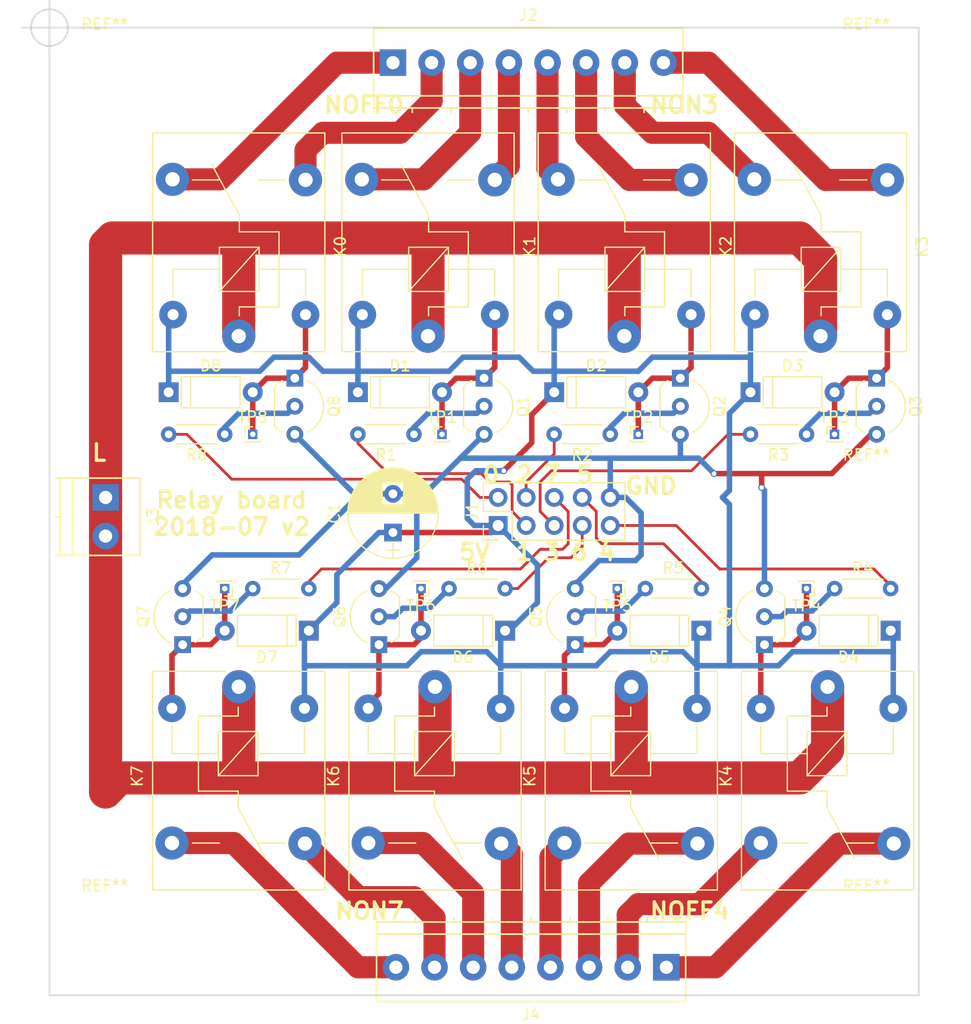
<source format=kicad_pcb>
(kicad_pcb (version 20171130) (host pcbnew "(5.0.0)")

  (general
    (thickness 1.6)
    (drawings 21)
    (tracks 302)
    (zones 0)
    (modules 50)
    (nets 44)
  )

  (page A4)
  (layers
    (0 F.Cu signal)
    (31 B.Cu signal)
    (32 B.Adhes user)
    (33 F.Adhes user)
    (34 B.Paste user)
    (35 F.Paste user)
    (36 B.SilkS user)
    (37 F.SilkS user)
    (38 B.Mask user)
    (39 F.Mask user)
    (40 Dwgs.User user)
    (41 Cmts.User user)
    (42 Eco1.User user)
    (43 Eco2.User user)
    (44 Edge.Cuts user)
    (45 Margin user)
    (46 B.CrtYd user)
    (47 F.CrtYd user)
    (48 B.Fab user)
    (49 F.Fab user)
  )

  (setup
    (last_trace_width 0.25)
    (user_trace_width 0.5)
    (user_trace_width 2)
    (user_trace_width 3)
    (trace_clearance 0.2)
    (zone_clearance 0.508)
    (zone_45_only no)
    (trace_min 0.2)
    (segment_width 0.2)
    (edge_width 0.15)
    (via_size 0.6)
    (via_drill 0.4)
    (via_min_size 0.4)
    (via_min_drill 0.3)
    (uvia_size 0.3)
    (uvia_drill 0.1)
    (uvias_allowed no)
    (uvia_min_size 0.2)
    (uvia_min_drill 0.1)
    (pcb_text_width 0.3)
    (pcb_text_size 1.5 1.5)
    (mod_edge_width 0.15)
    (mod_text_size 1 1)
    (mod_text_width 0.15)
    (pad_size 2 2)
    (pad_drill 1)
    (pad_to_mask_clearance 0.2)
    (aux_axis_origin 117.08 69.73)
    (grid_origin 117.08 69.73)
    (visible_elements 7FFFFFFF)
    (pcbplotparams
      (layerselection 0x010f0_80000001)
      (usegerberextensions true)
      (usegerberattributes false)
      (usegerberadvancedattributes false)
      (creategerberjobfile false)
      (excludeedgelayer true)
      (linewidth 0.150000)
      (plotframeref true)
      (viasonmask false)
      (mode 1)
      (useauxorigin true)
      (hpglpennumber 1)
      (hpglpenspeed 20)
      (hpglpendiameter 15.000000)
      (psnegative false)
      (psa4output false)
      (plotreference false)
      (plotvalue false)
      (plotinvisibletext false)
      (padsonsilk false)
      (subtractmaskfromsilk true)
      (outputformat 1)
      (mirror false)
      (drillshape 0)
      (scaleselection 1)
      (outputdirectory "gerber"))
  )

  (net 0 "")
  (net 1 +5V)
  (net 2 GNDS)
  (net 3 "Net-(D1-Pad2)")
  (net 4 Common)
  (net 5 "Net-(Q1-Pad2)")
  (net 6 "Net-(D2-Pad2)")
  (net 7 "Net-(D3-Pad2)")
  (net 8 "Net-(D4-Pad2)")
  (net 9 "Net-(D5-Pad2)")
  (net 10 "Net-(D6-Pad2)")
  (net 11 "Net-(D7-Pad2)")
  (net 12 "Net-(D8-Pad2)")
  (net 13 CTRL0)
  (net 14 CTRL1)
  (net 15 CTRL2)
  (net 16 CTRL3)
  (net 17 CTRL7)
  (net 18 CTRL6)
  (net 19 CTRL5)
  (net 20 CTRL4)
  (net 21 NON1)
  (net 22 NOFF0)
  (net 23 NOFF1)
  (net 24 NON2)
  (net 25 NOFF2)
  (net 26 NON3)
  (net 27 NON0)
  (net 28 NOFF3)
  (net 29 NON4)
  (net 30 NOFF4)
  (net 31 NON5)
  (net 32 NOFF5)
  (net 33 NON6)
  (net 34 NOFF6)
  (net 35 NON7)
  (net 36 NOFF7)
  (net 37 "Net-(Q2-Pad2)")
  (net 38 "Net-(Q3-Pad2)")
  (net 39 "Net-(Q4-Pad2)")
  (net 40 "Net-(Q5-Pad2)")
  (net 41 "Net-(Q6-Pad2)")
  (net 42 "Net-(Q7-Pad2)")
  (net 43 "Net-(Q8-Pad2)")

  (net_class Default "This is the default net class."
    (clearance 0.2)
    (trace_width 0.25)
    (via_dia 0.6)
    (via_drill 0.4)
    (uvia_dia 0.3)
    (uvia_drill 0.1)
    (add_net +5V)
    (add_net CTRL0)
    (add_net CTRL1)
    (add_net CTRL2)
    (add_net CTRL3)
    (add_net CTRL4)
    (add_net CTRL5)
    (add_net CTRL6)
    (add_net CTRL7)
    (add_net GNDS)
    (add_net "Net-(D1-Pad2)")
    (add_net "Net-(D2-Pad2)")
    (add_net "Net-(D3-Pad2)")
    (add_net "Net-(D4-Pad2)")
    (add_net "Net-(D5-Pad2)")
    (add_net "Net-(D6-Pad2)")
    (add_net "Net-(D7-Pad2)")
    (add_net "Net-(D8-Pad2)")
    (add_net "Net-(Q1-Pad2)")
    (add_net "Net-(Q2-Pad2)")
    (add_net "Net-(Q3-Pad2)")
    (add_net "Net-(Q4-Pad2)")
    (add_net "Net-(Q5-Pad2)")
    (add_net "Net-(Q6-Pad2)")
    (add_net "Net-(Q7-Pad2)")
    (add_net "Net-(Q8-Pad2)")
  )

  (net_class High-Current ""
    (clearance 1)
    (trace_width 4)
    (via_dia 2)
    (via_drill 1)
    (uvia_dia 1)
    (uvia_drill 0.5)
    (add_net Common)
    (add_net NOFF0)
    (add_net NOFF1)
    (add_net NOFF2)
    (add_net NOFF3)
    (add_net NOFF4)
    (add_net NOFF5)
    (add_net NOFF6)
    (add_net NOFF7)
    (add_net NON0)
    (add_net NON1)
    (add_net NON2)
    (add_net NON3)
    (add_net NON4)
    (add_net NON5)
    (add_net NON6)
    (add_net NON7)
  )

  (module Capacitors_THT:CP_Radial_D8.0mm_P3.50mm (layer F.Cu) (tedit 597BC7C2) (tstamp 5B3F65E0)
    (at 148.195 115.45 90)
    (descr "CP, Radial series, Radial, pin pitch=3.50mm, , diameter=8mm, Electrolytic Capacitor")
    (tags "CP Radial series Radial pin pitch 3.50mm  diameter 8mm Electrolytic Capacitor")
    (path /5AACDEB2)
    (fp_text reference C1 (at 1.75 -5.31 90) (layer F.SilkS)
      (effects (font (size 1 1) (thickness 0.15)))
    )
    (fp_text value CP1 (at 1.75 5.31 90) (layer F.Fab)
      (effects (font (size 1 1) (thickness 0.15)))
    )
    (fp_circle (center 1.75 0) (end 5.75 0) (layer F.Fab) (width 0.1))
    (fp_circle (center 1.75 0) (end 5.84 0) (layer F.SilkS) (width 0.12))
    (fp_line (start -2.2 0) (end -1 0) (layer F.Fab) (width 0.1))
    (fp_line (start -1.6 -0.65) (end -1.6 0.65) (layer F.Fab) (width 0.1))
    (fp_line (start 1.75 -4.05) (end 1.75 4.05) (layer F.SilkS) (width 0.12))
    (fp_line (start 1.79 -4.05) (end 1.79 4.05) (layer F.SilkS) (width 0.12))
    (fp_line (start 1.83 -4.05) (end 1.83 4.05) (layer F.SilkS) (width 0.12))
    (fp_line (start 1.87 -4.049) (end 1.87 4.049) (layer F.SilkS) (width 0.12))
    (fp_line (start 1.91 -4.047) (end 1.91 4.047) (layer F.SilkS) (width 0.12))
    (fp_line (start 1.95 -4.046) (end 1.95 4.046) (layer F.SilkS) (width 0.12))
    (fp_line (start 1.99 -4.043) (end 1.99 4.043) (layer F.SilkS) (width 0.12))
    (fp_line (start 2.03 -4.041) (end 2.03 4.041) (layer F.SilkS) (width 0.12))
    (fp_line (start 2.07 -4.038) (end 2.07 4.038) (layer F.SilkS) (width 0.12))
    (fp_line (start 2.11 -4.035) (end 2.11 4.035) (layer F.SilkS) (width 0.12))
    (fp_line (start 2.15 -4.031) (end 2.15 4.031) (layer F.SilkS) (width 0.12))
    (fp_line (start 2.19 -4.027) (end 2.19 4.027) (layer F.SilkS) (width 0.12))
    (fp_line (start 2.23 -4.022) (end 2.23 4.022) (layer F.SilkS) (width 0.12))
    (fp_line (start 2.27 -4.017) (end 2.27 4.017) (layer F.SilkS) (width 0.12))
    (fp_line (start 2.31 -4.012) (end 2.31 4.012) (layer F.SilkS) (width 0.12))
    (fp_line (start 2.35 -4.006) (end 2.35 4.006) (layer F.SilkS) (width 0.12))
    (fp_line (start 2.39 -4) (end 2.39 4) (layer F.SilkS) (width 0.12))
    (fp_line (start 2.43 -3.994) (end 2.43 3.994) (layer F.SilkS) (width 0.12))
    (fp_line (start 2.471 -3.987) (end 2.471 3.987) (layer F.SilkS) (width 0.12))
    (fp_line (start 2.511 -3.979) (end 2.511 3.979) (layer F.SilkS) (width 0.12))
    (fp_line (start 2.551 -3.971) (end 2.551 -0.98) (layer F.SilkS) (width 0.12))
    (fp_line (start 2.551 0.98) (end 2.551 3.971) (layer F.SilkS) (width 0.12))
    (fp_line (start 2.591 -3.963) (end 2.591 -0.98) (layer F.SilkS) (width 0.12))
    (fp_line (start 2.591 0.98) (end 2.591 3.963) (layer F.SilkS) (width 0.12))
    (fp_line (start 2.631 -3.955) (end 2.631 -0.98) (layer F.SilkS) (width 0.12))
    (fp_line (start 2.631 0.98) (end 2.631 3.955) (layer F.SilkS) (width 0.12))
    (fp_line (start 2.671 -3.946) (end 2.671 -0.98) (layer F.SilkS) (width 0.12))
    (fp_line (start 2.671 0.98) (end 2.671 3.946) (layer F.SilkS) (width 0.12))
    (fp_line (start 2.711 -3.936) (end 2.711 -0.98) (layer F.SilkS) (width 0.12))
    (fp_line (start 2.711 0.98) (end 2.711 3.936) (layer F.SilkS) (width 0.12))
    (fp_line (start 2.751 -3.926) (end 2.751 -0.98) (layer F.SilkS) (width 0.12))
    (fp_line (start 2.751 0.98) (end 2.751 3.926) (layer F.SilkS) (width 0.12))
    (fp_line (start 2.791 -3.916) (end 2.791 -0.98) (layer F.SilkS) (width 0.12))
    (fp_line (start 2.791 0.98) (end 2.791 3.916) (layer F.SilkS) (width 0.12))
    (fp_line (start 2.831 -3.905) (end 2.831 -0.98) (layer F.SilkS) (width 0.12))
    (fp_line (start 2.831 0.98) (end 2.831 3.905) (layer F.SilkS) (width 0.12))
    (fp_line (start 2.871 -3.894) (end 2.871 -0.98) (layer F.SilkS) (width 0.12))
    (fp_line (start 2.871 0.98) (end 2.871 3.894) (layer F.SilkS) (width 0.12))
    (fp_line (start 2.911 -3.883) (end 2.911 -0.98) (layer F.SilkS) (width 0.12))
    (fp_line (start 2.911 0.98) (end 2.911 3.883) (layer F.SilkS) (width 0.12))
    (fp_line (start 2.951 -3.87) (end 2.951 -0.98) (layer F.SilkS) (width 0.12))
    (fp_line (start 2.951 0.98) (end 2.951 3.87) (layer F.SilkS) (width 0.12))
    (fp_line (start 2.991 -3.858) (end 2.991 -0.98) (layer F.SilkS) (width 0.12))
    (fp_line (start 2.991 0.98) (end 2.991 3.858) (layer F.SilkS) (width 0.12))
    (fp_line (start 3.031 -3.845) (end 3.031 -0.98) (layer F.SilkS) (width 0.12))
    (fp_line (start 3.031 0.98) (end 3.031 3.845) (layer F.SilkS) (width 0.12))
    (fp_line (start 3.071 -3.832) (end 3.071 -0.98) (layer F.SilkS) (width 0.12))
    (fp_line (start 3.071 0.98) (end 3.071 3.832) (layer F.SilkS) (width 0.12))
    (fp_line (start 3.111 -3.818) (end 3.111 -0.98) (layer F.SilkS) (width 0.12))
    (fp_line (start 3.111 0.98) (end 3.111 3.818) (layer F.SilkS) (width 0.12))
    (fp_line (start 3.151 -3.803) (end 3.151 -0.98) (layer F.SilkS) (width 0.12))
    (fp_line (start 3.151 0.98) (end 3.151 3.803) (layer F.SilkS) (width 0.12))
    (fp_line (start 3.191 -3.789) (end 3.191 -0.98) (layer F.SilkS) (width 0.12))
    (fp_line (start 3.191 0.98) (end 3.191 3.789) (layer F.SilkS) (width 0.12))
    (fp_line (start 3.231 -3.773) (end 3.231 -0.98) (layer F.SilkS) (width 0.12))
    (fp_line (start 3.231 0.98) (end 3.231 3.773) (layer F.SilkS) (width 0.12))
    (fp_line (start 3.271 -3.758) (end 3.271 -0.98) (layer F.SilkS) (width 0.12))
    (fp_line (start 3.271 0.98) (end 3.271 3.758) (layer F.SilkS) (width 0.12))
    (fp_line (start 3.311 -3.741) (end 3.311 -0.98) (layer F.SilkS) (width 0.12))
    (fp_line (start 3.311 0.98) (end 3.311 3.741) (layer F.SilkS) (width 0.12))
    (fp_line (start 3.351 -3.725) (end 3.351 -0.98) (layer F.SilkS) (width 0.12))
    (fp_line (start 3.351 0.98) (end 3.351 3.725) (layer F.SilkS) (width 0.12))
    (fp_line (start 3.391 -3.707) (end 3.391 -0.98) (layer F.SilkS) (width 0.12))
    (fp_line (start 3.391 0.98) (end 3.391 3.707) (layer F.SilkS) (width 0.12))
    (fp_line (start 3.431 -3.69) (end 3.431 -0.98) (layer F.SilkS) (width 0.12))
    (fp_line (start 3.431 0.98) (end 3.431 3.69) (layer F.SilkS) (width 0.12))
    (fp_line (start 3.471 -3.671) (end 3.471 -0.98) (layer F.SilkS) (width 0.12))
    (fp_line (start 3.471 0.98) (end 3.471 3.671) (layer F.SilkS) (width 0.12))
    (fp_line (start 3.511 -3.652) (end 3.511 -0.98) (layer F.SilkS) (width 0.12))
    (fp_line (start 3.511 0.98) (end 3.511 3.652) (layer F.SilkS) (width 0.12))
    (fp_line (start 3.551 -3.633) (end 3.551 -0.98) (layer F.SilkS) (width 0.12))
    (fp_line (start 3.551 0.98) (end 3.551 3.633) (layer F.SilkS) (width 0.12))
    (fp_line (start 3.591 -3.613) (end 3.591 -0.98) (layer F.SilkS) (width 0.12))
    (fp_line (start 3.591 0.98) (end 3.591 3.613) (layer F.SilkS) (width 0.12))
    (fp_line (start 3.631 -3.593) (end 3.631 -0.98) (layer F.SilkS) (width 0.12))
    (fp_line (start 3.631 0.98) (end 3.631 3.593) (layer F.SilkS) (width 0.12))
    (fp_line (start 3.671 -3.572) (end 3.671 -0.98) (layer F.SilkS) (width 0.12))
    (fp_line (start 3.671 0.98) (end 3.671 3.572) (layer F.SilkS) (width 0.12))
    (fp_line (start 3.711 -3.55) (end 3.711 -0.98) (layer F.SilkS) (width 0.12))
    (fp_line (start 3.711 0.98) (end 3.711 3.55) (layer F.SilkS) (width 0.12))
    (fp_line (start 3.751 -3.528) (end 3.751 -0.98) (layer F.SilkS) (width 0.12))
    (fp_line (start 3.751 0.98) (end 3.751 3.528) (layer F.SilkS) (width 0.12))
    (fp_line (start 3.791 -3.505) (end 3.791 -0.98) (layer F.SilkS) (width 0.12))
    (fp_line (start 3.791 0.98) (end 3.791 3.505) (layer F.SilkS) (width 0.12))
    (fp_line (start 3.831 -3.482) (end 3.831 -0.98) (layer F.SilkS) (width 0.12))
    (fp_line (start 3.831 0.98) (end 3.831 3.482) (layer F.SilkS) (width 0.12))
    (fp_line (start 3.871 -3.458) (end 3.871 -0.98) (layer F.SilkS) (width 0.12))
    (fp_line (start 3.871 0.98) (end 3.871 3.458) (layer F.SilkS) (width 0.12))
    (fp_line (start 3.911 -3.434) (end 3.911 -0.98) (layer F.SilkS) (width 0.12))
    (fp_line (start 3.911 0.98) (end 3.911 3.434) (layer F.SilkS) (width 0.12))
    (fp_line (start 3.951 -3.408) (end 3.951 -0.98) (layer F.SilkS) (width 0.12))
    (fp_line (start 3.951 0.98) (end 3.951 3.408) (layer F.SilkS) (width 0.12))
    (fp_line (start 3.991 -3.383) (end 3.991 -0.98) (layer F.SilkS) (width 0.12))
    (fp_line (start 3.991 0.98) (end 3.991 3.383) (layer F.SilkS) (width 0.12))
    (fp_line (start 4.031 -3.356) (end 4.031 -0.98) (layer F.SilkS) (width 0.12))
    (fp_line (start 4.031 0.98) (end 4.031 3.356) (layer F.SilkS) (width 0.12))
    (fp_line (start 4.071 -3.329) (end 4.071 -0.98) (layer F.SilkS) (width 0.12))
    (fp_line (start 4.071 0.98) (end 4.071 3.329) (layer F.SilkS) (width 0.12))
    (fp_line (start 4.111 -3.301) (end 4.111 -0.98) (layer F.SilkS) (width 0.12))
    (fp_line (start 4.111 0.98) (end 4.111 3.301) (layer F.SilkS) (width 0.12))
    (fp_line (start 4.151 -3.272) (end 4.151 -0.98) (layer F.SilkS) (width 0.12))
    (fp_line (start 4.151 0.98) (end 4.151 3.272) (layer F.SilkS) (width 0.12))
    (fp_line (start 4.191 -3.243) (end 4.191 -0.98) (layer F.SilkS) (width 0.12))
    (fp_line (start 4.191 0.98) (end 4.191 3.243) (layer F.SilkS) (width 0.12))
    (fp_line (start 4.231 -3.213) (end 4.231 -0.98) (layer F.SilkS) (width 0.12))
    (fp_line (start 4.231 0.98) (end 4.231 3.213) (layer F.SilkS) (width 0.12))
    (fp_line (start 4.271 -3.182) (end 4.271 -0.98) (layer F.SilkS) (width 0.12))
    (fp_line (start 4.271 0.98) (end 4.271 3.182) (layer F.SilkS) (width 0.12))
    (fp_line (start 4.311 -3.15) (end 4.311 -0.98) (layer F.SilkS) (width 0.12))
    (fp_line (start 4.311 0.98) (end 4.311 3.15) (layer F.SilkS) (width 0.12))
    (fp_line (start 4.351 -3.118) (end 4.351 -0.98) (layer F.SilkS) (width 0.12))
    (fp_line (start 4.351 0.98) (end 4.351 3.118) (layer F.SilkS) (width 0.12))
    (fp_line (start 4.391 -3.084) (end 4.391 -0.98) (layer F.SilkS) (width 0.12))
    (fp_line (start 4.391 0.98) (end 4.391 3.084) (layer F.SilkS) (width 0.12))
    (fp_line (start 4.431 -3.05) (end 4.431 -0.98) (layer F.SilkS) (width 0.12))
    (fp_line (start 4.431 0.98) (end 4.431 3.05) (layer F.SilkS) (width 0.12))
    (fp_line (start 4.471 -3.015) (end 4.471 -0.98) (layer F.SilkS) (width 0.12))
    (fp_line (start 4.471 0.98) (end 4.471 3.015) (layer F.SilkS) (width 0.12))
    (fp_line (start 4.511 -2.979) (end 4.511 2.979) (layer F.SilkS) (width 0.12))
    (fp_line (start 4.551 -2.942) (end 4.551 2.942) (layer F.SilkS) (width 0.12))
    (fp_line (start 4.591 -2.904) (end 4.591 2.904) (layer F.SilkS) (width 0.12))
    (fp_line (start 4.631 -2.865) (end 4.631 2.865) (layer F.SilkS) (width 0.12))
    (fp_line (start 4.671 -2.824) (end 4.671 2.824) (layer F.SilkS) (width 0.12))
    (fp_line (start 4.711 -2.783) (end 4.711 2.783) (layer F.SilkS) (width 0.12))
    (fp_line (start 4.751 -2.74) (end 4.751 2.74) (layer F.SilkS) (width 0.12))
    (fp_line (start 4.791 -2.697) (end 4.791 2.697) (layer F.SilkS) (width 0.12))
    (fp_line (start 4.831 -2.652) (end 4.831 2.652) (layer F.SilkS) (width 0.12))
    (fp_line (start 4.871 -2.605) (end 4.871 2.605) (layer F.SilkS) (width 0.12))
    (fp_line (start 4.911 -2.557) (end 4.911 2.557) (layer F.SilkS) (width 0.12))
    (fp_line (start 4.951 -2.508) (end 4.951 2.508) (layer F.SilkS) (width 0.12))
    (fp_line (start 4.991 -2.457) (end 4.991 2.457) (layer F.SilkS) (width 0.12))
    (fp_line (start 5.031 -2.404) (end 5.031 2.404) (layer F.SilkS) (width 0.12))
    (fp_line (start 5.071 -2.349) (end 5.071 2.349) (layer F.SilkS) (width 0.12))
    (fp_line (start 5.111 -2.293) (end 5.111 2.293) (layer F.SilkS) (width 0.12))
    (fp_line (start 5.151 -2.234) (end 5.151 2.234) (layer F.SilkS) (width 0.12))
    (fp_line (start 5.191 -2.173) (end 5.191 2.173) (layer F.SilkS) (width 0.12))
    (fp_line (start 5.231 -2.109) (end 5.231 2.109) (layer F.SilkS) (width 0.12))
    (fp_line (start 5.271 -2.043) (end 5.271 2.043) (layer F.SilkS) (width 0.12))
    (fp_line (start 5.311 -1.974) (end 5.311 1.974) (layer F.SilkS) (width 0.12))
    (fp_line (start 5.351 -1.902) (end 5.351 1.902) (layer F.SilkS) (width 0.12))
    (fp_line (start 5.391 -1.826) (end 5.391 1.826) (layer F.SilkS) (width 0.12))
    (fp_line (start 5.431 -1.745) (end 5.431 1.745) (layer F.SilkS) (width 0.12))
    (fp_line (start 5.471 -1.66) (end 5.471 1.66) (layer F.SilkS) (width 0.12))
    (fp_line (start 5.511 -1.57) (end 5.511 1.57) (layer F.SilkS) (width 0.12))
    (fp_line (start 5.551 -1.473) (end 5.551 1.473) (layer F.SilkS) (width 0.12))
    (fp_line (start 5.591 -1.369) (end 5.591 1.369) (layer F.SilkS) (width 0.12))
    (fp_line (start 5.631 -1.254) (end 5.631 1.254) (layer F.SilkS) (width 0.12))
    (fp_line (start 5.671 -1.127) (end 5.671 1.127) (layer F.SilkS) (width 0.12))
    (fp_line (start 5.711 -0.983) (end 5.711 0.983) (layer F.SilkS) (width 0.12))
    (fp_line (start 5.751 -0.814) (end 5.751 0.814) (layer F.SilkS) (width 0.12))
    (fp_line (start 5.791 -0.598) (end 5.791 0.598) (layer F.SilkS) (width 0.12))
    (fp_line (start 5.831 -0.246) (end 5.831 0.246) (layer F.SilkS) (width 0.12))
    (fp_line (start -2.2 0) (end -1 0) (layer F.SilkS) (width 0.12))
    (fp_line (start -1.6 -0.65) (end -1.6 0.65) (layer F.SilkS) (width 0.12))
    (fp_line (start -2.6 -4.35) (end -2.6 4.35) (layer F.CrtYd) (width 0.05))
    (fp_line (start -2.6 4.35) (end 6.1 4.35) (layer F.CrtYd) (width 0.05))
    (fp_line (start 6.1 4.35) (end 6.1 -4.35) (layer F.CrtYd) (width 0.05))
    (fp_line (start 6.1 -4.35) (end -2.6 -4.35) (layer F.CrtYd) (width 0.05))
    (fp_text user %R (at 1.75 0 90) (layer F.Fab)
      (effects (font (size 1 1) (thickness 0.15)))
    )
    (pad 1 thru_hole rect (at 0 0 90) (size 1.6 1.6) (drill 0.8) (layers *.Cu *.Mask)
      (net 1 +5V))
    (pad 2 thru_hole circle (at 3.5 0 90) (size 1.6 1.6) (drill 0.8) (layers *.Cu *.Mask)
      (net 2 GNDS))
    (model ${KISYS3DMOD}/Capacitors_THT.3dshapes/CP_Radial_D8.0mm_P3.50mm.wrl
      (at (xyz 0 0 0))
      (scale (xyz 1 1 1))
      (rotate (xyz 0 0 0))
    )
  )

  (module Diodes_THT:D_A-405_P7.62mm_Horizontal (layer F.Cu) (tedit 5921392E) (tstamp 5B3F65E6)
    (at 145.02 102.75)
    (descr "D, A-405 series, Axial, Horizontal, pin pitch=7.62mm, , length*diameter=5.2*2.7mm^2, , http://www.diodes.com/_files/packages/A-405.pdf")
    (tags "D A-405 series Axial Horizontal pin pitch 7.62mm  length 5.2mm diameter 2.7mm")
    (path /5AACD98D)
    (fp_text reference D1 (at 3.81 -2.41) (layer F.SilkS)
      (effects (font (size 1 1) (thickness 0.15)))
    )
    (fp_text value D_ALT (at 3.81 2.41) (layer F.Fab)
      (effects (font (size 1 1) (thickness 0.15)))
    )
    (fp_text user %R (at 3.81 0) (layer F.Fab)
      (effects (font (size 1 1) (thickness 0.15)))
    )
    (fp_line (start 1.21 -1.35) (end 1.21 1.35) (layer F.Fab) (width 0.1))
    (fp_line (start 1.21 1.35) (end 6.41 1.35) (layer F.Fab) (width 0.1))
    (fp_line (start 6.41 1.35) (end 6.41 -1.35) (layer F.Fab) (width 0.1))
    (fp_line (start 6.41 -1.35) (end 1.21 -1.35) (layer F.Fab) (width 0.1))
    (fp_line (start 0 0) (end 1.21 0) (layer F.Fab) (width 0.1))
    (fp_line (start 7.62 0) (end 6.41 0) (layer F.Fab) (width 0.1))
    (fp_line (start 1.99 -1.35) (end 1.99 1.35) (layer F.Fab) (width 0.1))
    (fp_line (start 1.15 -1.41) (end 1.15 1.41) (layer F.SilkS) (width 0.12))
    (fp_line (start 1.15 1.41) (end 6.47 1.41) (layer F.SilkS) (width 0.12))
    (fp_line (start 6.47 1.41) (end 6.47 -1.41) (layer F.SilkS) (width 0.12))
    (fp_line (start 6.47 -1.41) (end 1.15 -1.41) (layer F.SilkS) (width 0.12))
    (fp_line (start 1.08 0) (end 1.15 0) (layer F.SilkS) (width 0.12))
    (fp_line (start 6.54 0) (end 6.47 0) (layer F.SilkS) (width 0.12))
    (fp_line (start 1.99 -1.41) (end 1.99 1.41) (layer F.SilkS) (width 0.12))
    (fp_line (start -1.15 -1.7) (end -1.15 1.7) (layer F.CrtYd) (width 0.05))
    (fp_line (start -1.15 1.7) (end 8.8 1.7) (layer F.CrtYd) (width 0.05))
    (fp_line (start 8.8 1.7) (end 8.8 -1.7) (layer F.CrtYd) (width 0.05))
    (fp_line (start 8.8 -1.7) (end -1.15 -1.7) (layer F.CrtYd) (width 0.05))
    (pad 1 thru_hole rect (at 0 0) (size 1.8 1.8) (drill 0.9) (layers *.Cu *.Mask)
      (net 1 +5V))
    (pad 2 thru_hole oval (at 7.62 0) (size 1.8 1.8) (drill 0.9) (layers *.Cu *.Mask)
      (net 3 "Net-(D1-Pad2)"))
    (model ${KISYS3DMOD}/Diodes_THT.3dshapes/D_A-405_P7.62mm_Horizontal.wrl
      (at (xyz 0 0 0))
      (scale (xyz 0.393701 0.393701 0.393701))
      (rotate (xyz 0 0 0))
    )
  )

  (module Diodes_THT:D_A-405_P7.62mm_Horizontal (layer F.Cu) (tedit 5921392E) (tstamp 5B3F65EC)
    (at 162.8 102.75)
    (descr "D, A-405 series, Axial, Horizontal, pin pitch=7.62mm, , length*diameter=5.2*2.7mm^2, , http://www.diodes.com/_files/packages/A-405.pdf")
    (tags "D A-405 series Axial Horizontal pin pitch 7.62mm  length 5.2mm diameter 2.7mm")
    (path /5B3F5F5C)
    (fp_text reference D2 (at 3.81 -2.41) (layer F.SilkS)
      (effects (font (size 1 1) (thickness 0.15)))
    )
    (fp_text value D_ALT (at 3.81 2.41) (layer F.Fab)
      (effects (font (size 1 1) (thickness 0.15)))
    )
    (fp_text user %R (at 3.81 0) (layer F.Fab)
      (effects (font (size 1 1) (thickness 0.15)))
    )
    (fp_line (start 1.21 -1.35) (end 1.21 1.35) (layer F.Fab) (width 0.1))
    (fp_line (start 1.21 1.35) (end 6.41 1.35) (layer F.Fab) (width 0.1))
    (fp_line (start 6.41 1.35) (end 6.41 -1.35) (layer F.Fab) (width 0.1))
    (fp_line (start 6.41 -1.35) (end 1.21 -1.35) (layer F.Fab) (width 0.1))
    (fp_line (start 0 0) (end 1.21 0) (layer F.Fab) (width 0.1))
    (fp_line (start 7.62 0) (end 6.41 0) (layer F.Fab) (width 0.1))
    (fp_line (start 1.99 -1.35) (end 1.99 1.35) (layer F.Fab) (width 0.1))
    (fp_line (start 1.15 -1.41) (end 1.15 1.41) (layer F.SilkS) (width 0.12))
    (fp_line (start 1.15 1.41) (end 6.47 1.41) (layer F.SilkS) (width 0.12))
    (fp_line (start 6.47 1.41) (end 6.47 -1.41) (layer F.SilkS) (width 0.12))
    (fp_line (start 6.47 -1.41) (end 1.15 -1.41) (layer F.SilkS) (width 0.12))
    (fp_line (start 1.08 0) (end 1.15 0) (layer F.SilkS) (width 0.12))
    (fp_line (start 6.54 0) (end 6.47 0) (layer F.SilkS) (width 0.12))
    (fp_line (start 1.99 -1.41) (end 1.99 1.41) (layer F.SilkS) (width 0.12))
    (fp_line (start -1.15 -1.7) (end -1.15 1.7) (layer F.CrtYd) (width 0.05))
    (fp_line (start -1.15 1.7) (end 8.8 1.7) (layer F.CrtYd) (width 0.05))
    (fp_line (start 8.8 1.7) (end 8.8 -1.7) (layer F.CrtYd) (width 0.05))
    (fp_line (start 8.8 -1.7) (end -1.15 -1.7) (layer F.CrtYd) (width 0.05))
    (pad 1 thru_hole rect (at 0 0) (size 1.8 1.8) (drill 0.9) (layers *.Cu *.Mask)
      (net 1 +5V))
    (pad 2 thru_hole oval (at 7.62 0) (size 1.8 1.8) (drill 0.9) (layers *.Cu *.Mask)
      (net 6 "Net-(D2-Pad2)"))
    (model ${KISYS3DMOD}/Diodes_THT.3dshapes/D_A-405_P7.62mm_Horizontal.wrl
      (at (xyz 0 0 0))
      (scale (xyz 0.393701 0.393701 0.393701))
      (rotate (xyz 0 0 0))
    )
  )

  (module Diodes_THT:D_A-405_P7.62mm_Horizontal (layer F.Cu) (tedit 5921392E) (tstamp 5B3F65F2)
    (at 180.58 102.75)
    (descr "D, A-405 series, Axial, Horizontal, pin pitch=7.62mm, , length*diameter=5.2*2.7mm^2, , http://www.diodes.com/_files/packages/A-405.pdf")
    (tags "D A-405 series Axial Horizontal pin pitch 7.62mm  length 5.2mm diameter 2.7mm")
    (path /5B3F63AF)
    (fp_text reference D3 (at 3.81 -2.41) (layer F.SilkS)
      (effects (font (size 1 1) (thickness 0.15)))
    )
    (fp_text value D_ALT (at 3.81 2.41) (layer F.Fab)
      (effects (font (size 1 1) (thickness 0.15)))
    )
    (fp_text user %R (at 3.81 0) (layer F.Fab)
      (effects (font (size 1 1) (thickness 0.15)))
    )
    (fp_line (start 1.21 -1.35) (end 1.21 1.35) (layer F.Fab) (width 0.1))
    (fp_line (start 1.21 1.35) (end 6.41 1.35) (layer F.Fab) (width 0.1))
    (fp_line (start 6.41 1.35) (end 6.41 -1.35) (layer F.Fab) (width 0.1))
    (fp_line (start 6.41 -1.35) (end 1.21 -1.35) (layer F.Fab) (width 0.1))
    (fp_line (start 0 0) (end 1.21 0) (layer F.Fab) (width 0.1))
    (fp_line (start 7.62 0) (end 6.41 0) (layer F.Fab) (width 0.1))
    (fp_line (start 1.99 -1.35) (end 1.99 1.35) (layer F.Fab) (width 0.1))
    (fp_line (start 1.15 -1.41) (end 1.15 1.41) (layer F.SilkS) (width 0.12))
    (fp_line (start 1.15 1.41) (end 6.47 1.41) (layer F.SilkS) (width 0.12))
    (fp_line (start 6.47 1.41) (end 6.47 -1.41) (layer F.SilkS) (width 0.12))
    (fp_line (start 6.47 -1.41) (end 1.15 -1.41) (layer F.SilkS) (width 0.12))
    (fp_line (start 1.08 0) (end 1.15 0) (layer F.SilkS) (width 0.12))
    (fp_line (start 6.54 0) (end 6.47 0) (layer F.SilkS) (width 0.12))
    (fp_line (start 1.99 -1.41) (end 1.99 1.41) (layer F.SilkS) (width 0.12))
    (fp_line (start -1.15 -1.7) (end -1.15 1.7) (layer F.CrtYd) (width 0.05))
    (fp_line (start -1.15 1.7) (end 8.8 1.7) (layer F.CrtYd) (width 0.05))
    (fp_line (start 8.8 1.7) (end 8.8 -1.7) (layer F.CrtYd) (width 0.05))
    (fp_line (start 8.8 -1.7) (end -1.15 -1.7) (layer F.CrtYd) (width 0.05))
    (pad 1 thru_hole rect (at 0 0) (size 1.8 1.8) (drill 0.9) (layers *.Cu *.Mask)
      (net 1 +5V))
    (pad 2 thru_hole oval (at 7.62 0) (size 1.8 1.8) (drill 0.9) (layers *.Cu *.Mask)
      (net 7 "Net-(D3-Pad2)"))
    (model ${KISYS3DMOD}/Diodes_THT.3dshapes/D_A-405_P7.62mm_Horizontal.wrl
      (at (xyz 0 0 0))
      (scale (xyz 0.393701 0.393701 0.393701))
      (rotate (xyz 0 0 0))
    )
  )

  (module Diodes_THT:D_A-405_P7.62mm_Horizontal (layer F.Cu) (tedit 5921392E) (tstamp 5B3F65F8)
    (at 193.28 124.34 180)
    (descr "D, A-405 series, Axial, Horizontal, pin pitch=7.62mm, , length*diameter=5.2*2.7mm^2, , http://www.diodes.com/_files/packages/A-405.pdf")
    (tags "D A-405 series Axial Horizontal pin pitch 7.62mm  length 5.2mm diameter 2.7mm")
    (path /5B3F63F2)
    (fp_text reference D4 (at 3.81 -2.41 180) (layer F.SilkS)
      (effects (font (size 1 1) (thickness 0.15)))
    )
    (fp_text value D_ALT (at 3.81 2.41 180) (layer F.Fab)
      (effects (font (size 1 1) (thickness 0.15)))
    )
    (fp_text user %R (at 3.81 0 180) (layer F.Fab)
      (effects (font (size 1 1) (thickness 0.15)))
    )
    (fp_line (start 1.21 -1.35) (end 1.21 1.35) (layer F.Fab) (width 0.1))
    (fp_line (start 1.21 1.35) (end 6.41 1.35) (layer F.Fab) (width 0.1))
    (fp_line (start 6.41 1.35) (end 6.41 -1.35) (layer F.Fab) (width 0.1))
    (fp_line (start 6.41 -1.35) (end 1.21 -1.35) (layer F.Fab) (width 0.1))
    (fp_line (start 0 0) (end 1.21 0) (layer F.Fab) (width 0.1))
    (fp_line (start 7.62 0) (end 6.41 0) (layer F.Fab) (width 0.1))
    (fp_line (start 1.99 -1.35) (end 1.99 1.35) (layer F.Fab) (width 0.1))
    (fp_line (start 1.15 -1.41) (end 1.15 1.41) (layer F.SilkS) (width 0.12))
    (fp_line (start 1.15 1.41) (end 6.47 1.41) (layer F.SilkS) (width 0.12))
    (fp_line (start 6.47 1.41) (end 6.47 -1.41) (layer F.SilkS) (width 0.12))
    (fp_line (start 6.47 -1.41) (end 1.15 -1.41) (layer F.SilkS) (width 0.12))
    (fp_line (start 1.08 0) (end 1.15 0) (layer F.SilkS) (width 0.12))
    (fp_line (start 6.54 0) (end 6.47 0) (layer F.SilkS) (width 0.12))
    (fp_line (start 1.99 -1.41) (end 1.99 1.41) (layer F.SilkS) (width 0.12))
    (fp_line (start -1.15 -1.7) (end -1.15 1.7) (layer F.CrtYd) (width 0.05))
    (fp_line (start -1.15 1.7) (end 8.8 1.7) (layer F.CrtYd) (width 0.05))
    (fp_line (start 8.8 1.7) (end 8.8 -1.7) (layer F.CrtYd) (width 0.05))
    (fp_line (start 8.8 -1.7) (end -1.15 -1.7) (layer F.CrtYd) (width 0.05))
    (pad 1 thru_hole rect (at 0 0 180) (size 1.8 1.8) (drill 0.9) (layers *.Cu *.Mask)
      (net 1 +5V))
    (pad 2 thru_hole oval (at 7.62 0 180) (size 1.8 1.8) (drill 0.9) (layers *.Cu *.Mask)
      (net 8 "Net-(D4-Pad2)"))
    (model ${KISYS3DMOD}/Diodes_THT.3dshapes/D_A-405_P7.62mm_Horizontal.wrl
      (at (xyz 0 0 0))
      (scale (xyz 0.393701 0.393701 0.393701))
      (rotate (xyz 0 0 0))
    )
  )

  (module Diodes_THT:D_A-405_P7.62mm_Horizontal (layer F.Cu) (tedit 5921392E) (tstamp 5B3F65FE)
    (at 176.135 124.34 180)
    (descr "D, A-405 series, Axial, Horizontal, pin pitch=7.62mm, , length*diameter=5.2*2.7mm^2, , http://www.diodes.com/_files/packages/A-405.pdf")
    (tags "D A-405 series Axial Horizontal pin pitch 7.62mm  length 5.2mm diameter 2.7mm")
    (path /5B3F66F7)
    (fp_text reference D5 (at 3.81 -2.41 180) (layer F.SilkS)
      (effects (font (size 1 1) (thickness 0.15)))
    )
    (fp_text value D_ALT (at 3.81 2.41 180) (layer F.Fab)
      (effects (font (size 1 1) (thickness 0.15)))
    )
    (fp_text user %R (at 3.81 0 180) (layer F.Fab)
      (effects (font (size 1 1) (thickness 0.15)))
    )
    (fp_line (start 1.21 -1.35) (end 1.21 1.35) (layer F.Fab) (width 0.1))
    (fp_line (start 1.21 1.35) (end 6.41 1.35) (layer F.Fab) (width 0.1))
    (fp_line (start 6.41 1.35) (end 6.41 -1.35) (layer F.Fab) (width 0.1))
    (fp_line (start 6.41 -1.35) (end 1.21 -1.35) (layer F.Fab) (width 0.1))
    (fp_line (start 0 0) (end 1.21 0) (layer F.Fab) (width 0.1))
    (fp_line (start 7.62 0) (end 6.41 0) (layer F.Fab) (width 0.1))
    (fp_line (start 1.99 -1.35) (end 1.99 1.35) (layer F.Fab) (width 0.1))
    (fp_line (start 1.15 -1.41) (end 1.15 1.41) (layer F.SilkS) (width 0.12))
    (fp_line (start 1.15 1.41) (end 6.47 1.41) (layer F.SilkS) (width 0.12))
    (fp_line (start 6.47 1.41) (end 6.47 -1.41) (layer F.SilkS) (width 0.12))
    (fp_line (start 6.47 -1.41) (end 1.15 -1.41) (layer F.SilkS) (width 0.12))
    (fp_line (start 1.08 0) (end 1.15 0) (layer F.SilkS) (width 0.12))
    (fp_line (start 6.54 0) (end 6.47 0) (layer F.SilkS) (width 0.12))
    (fp_line (start 1.99 -1.41) (end 1.99 1.41) (layer F.SilkS) (width 0.12))
    (fp_line (start -1.15 -1.7) (end -1.15 1.7) (layer F.CrtYd) (width 0.05))
    (fp_line (start -1.15 1.7) (end 8.8 1.7) (layer F.CrtYd) (width 0.05))
    (fp_line (start 8.8 1.7) (end 8.8 -1.7) (layer F.CrtYd) (width 0.05))
    (fp_line (start 8.8 -1.7) (end -1.15 -1.7) (layer F.CrtYd) (width 0.05))
    (pad 1 thru_hole rect (at 0 0 180) (size 1.8 1.8) (drill 0.9) (layers *.Cu *.Mask)
      (net 1 +5V))
    (pad 2 thru_hole oval (at 7.62 0 180) (size 1.8 1.8) (drill 0.9) (layers *.Cu *.Mask)
      (net 9 "Net-(D5-Pad2)"))
    (model ${KISYS3DMOD}/Diodes_THT.3dshapes/D_A-405_P7.62mm_Horizontal.wrl
      (at (xyz 0 0 0))
      (scale (xyz 0.393701 0.393701 0.393701))
      (rotate (xyz 0 0 0))
    )
  )

  (module Diodes_THT:D_A-405_P7.62mm_Horizontal (layer F.Cu) (tedit 5921392E) (tstamp 5B3F6604)
    (at 158.355 124.34 180)
    (descr "D, A-405 series, Axial, Horizontal, pin pitch=7.62mm, , length*diameter=5.2*2.7mm^2, , http://www.diodes.com/_files/packages/A-405.pdf")
    (tags "D A-405 series Axial Horizontal pin pitch 7.62mm  length 5.2mm diameter 2.7mm")
    (path /5B3F673A)
    (fp_text reference D6 (at 3.81 -2.41 180) (layer F.SilkS)
      (effects (font (size 1 1) (thickness 0.15)))
    )
    (fp_text value D_ALT (at 3.81 2.41 180) (layer F.Fab)
      (effects (font (size 1 1) (thickness 0.15)))
    )
    (fp_text user %R (at 3.81 0 180) (layer F.Fab)
      (effects (font (size 1 1) (thickness 0.15)))
    )
    (fp_line (start 1.21 -1.35) (end 1.21 1.35) (layer F.Fab) (width 0.1))
    (fp_line (start 1.21 1.35) (end 6.41 1.35) (layer F.Fab) (width 0.1))
    (fp_line (start 6.41 1.35) (end 6.41 -1.35) (layer F.Fab) (width 0.1))
    (fp_line (start 6.41 -1.35) (end 1.21 -1.35) (layer F.Fab) (width 0.1))
    (fp_line (start 0 0) (end 1.21 0) (layer F.Fab) (width 0.1))
    (fp_line (start 7.62 0) (end 6.41 0) (layer F.Fab) (width 0.1))
    (fp_line (start 1.99 -1.35) (end 1.99 1.35) (layer F.Fab) (width 0.1))
    (fp_line (start 1.15 -1.41) (end 1.15 1.41) (layer F.SilkS) (width 0.12))
    (fp_line (start 1.15 1.41) (end 6.47 1.41) (layer F.SilkS) (width 0.12))
    (fp_line (start 6.47 1.41) (end 6.47 -1.41) (layer F.SilkS) (width 0.12))
    (fp_line (start 6.47 -1.41) (end 1.15 -1.41) (layer F.SilkS) (width 0.12))
    (fp_line (start 1.08 0) (end 1.15 0) (layer F.SilkS) (width 0.12))
    (fp_line (start 6.54 0) (end 6.47 0) (layer F.SilkS) (width 0.12))
    (fp_line (start 1.99 -1.41) (end 1.99 1.41) (layer F.SilkS) (width 0.12))
    (fp_line (start -1.15 -1.7) (end -1.15 1.7) (layer F.CrtYd) (width 0.05))
    (fp_line (start -1.15 1.7) (end 8.8 1.7) (layer F.CrtYd) (width 0.05))
    (fp_line (start 8.8 1.7) (end 8.8 -1.7) (layer F.CrtYd) (width 0.05))
    (fp_line (start 8.8 -1.7) (end -1.15 -1.7) (layer F.CrtYd) (width 0.05))
    (pad 1 thru_hole rect (at 0 0 180) (size 1.8 1.8) (drill 0.9) (layers *.Cu *.Mask)
      (net 1 +5V))
    (pad 2 thru_hole oval (at 7.62 0 180) (size 1.8 1.8) (drill 0.9) (layers *.Cu *.Mask)
      (net 10 "Net-(D6-Pad2)"))
    (model ${KISYS3DMOD}/Diodes_THT.3dshapes/D_A-405_P7.62mm_Horizontal.wrl
      (at (xyz 0 0 0))
      (scale (xyz 0.393701 0.393701 0.393701))
      (rotate (xyz 0 0 0))
    )
  )

  (module Diodes_THT:D_A-405_P7.62mm_Horizontal (layer F.Cu) (tedit 5921392E) (tstamp 5B3F660A)
    (at 140.575 124.34 180)
    (descr "D, A-405 series, Axial, Horizontal, pin pitch=7.62mm, , length*diameter=5.2*2.7mm^2, , http://www.diodes.com/_files/packages/A-405.pdf")
    (tags "D A-405 series Axial Horizontal pin pitch 7.62mm  length 5.2mm diameter 2.7mm")
    (path /5B3F677D)
    (fp_text reference D7 (at 3.81 -2.41 180) (layer F.SilkS)
      (effects (font (size 1 1) (thickness 0.15)))
    )
    (fp_text value D_ALT (at 3.81 2.41 180) (layer F.Fab)
      (effects (font (size 1 1) (thickness 0.15)))
    )
    (fp_text user %R (at 3.81 0 180) (layer F.Fab)
      (effects (font (size 1 1) (thickness 0.15)))
    )
    (fp_line (start 1.21 -1.35) (end 1.21 1.35) (layer F.Fab) (width 0.1))
    (fp_line (start 1.21 1.35) (end 6.41 1.35) (layer F.Fab) (width 0.1))
    (fp_line (start 6.41 1.35) (end 6.41 -1.35) (layer F.Fab) (width 0.1))
    (fp_line (start 6.41 -1.35) (end 1.21 -1.35) (layer F.Fab) (width 0.1))
    (fp_line (start 0 0) (end 1.21 0) (layer F.Fab) (width 0.1))
    (fp_line (start 7.62 0) (end 6.41 0) (layer F.Fab) (width 0.1))
    (fp_line (start 1.99 -1.35) (end 1.99 1.35) (layer F.Fab) (width 0.1))
    (fp_line (start 1.15 -1.41) (end 1.15 1.41) (layer F.SilkS) (width 0.12))
    (fp_line (start 1.15 1.41) (end 6.47 1.41) (layer F.SilkS) (width 0.12))
    (fp_line (start 6.47 1.41) (end 6.47 -1.41) (layer F.SilkS) (width 0.12))
    (fp_line (start 6.47 -1.41) (end 1.15 -1.41) (layer F.SilkS) (width 0.12))
    (fp_line (start 1.08 0) (end 1.15 0) (layer F.SilkS) (width 0.12))
    (fp_line (start 6.54 0) (end 6.47 0) (layer F.SilkS) (width 0.12))
    (fp_line (start 1.99 -1.41) (end 1.99 1.41) (layer F.SilkS) (width 0.12))
    (fp_line (start -1.15 -1.7) (end -1.15 1.7) (layer F.CrtYd) (width 0.05))
    (fp_line (start -1.15 1.7) (end 8.8 1.7) (layer F.CrtYd) (width 0.05))
    (fp_line (start 8.8 1.7) (end 8.8 -1.7) (layer F.CrtYd) (width 0.05))
    (fp_line (start 8.8 -1.7) (end -1.15 -1.7) (layer F.CrtYd) (width 0.05))
    (pad 1 thru_hole rect (at 0 0 180) (size 1.8 1.8) (drill 0.9) (layers *.Cu *.Mask)
      (net 1 +5V))
    (pad 2 thru_hole oval (at 7.62 0 180) (size 1.8 1.8) (drill 0.9) (layers *.Cu *.Mask)
      (net 11 "Net-(D7-Pad2)"))
    (model ${KISYS3DMOD}/Diodes_THT.3dshapes/D_A-405_P7.62mm_Horizontal.wrl
      (at (xyz 0 0 0))
      (scale (xyz 0.393701 0.393701 0.393701))
      (rotate (xyz 0 0 0))
    )
  )

  (module Diodes_THT:D_A-405_P7.62mm_Horizontal (layer F.Cu) (tedit 5921392E) (tstamp 5B3F6610)
    (at 127.875 102.75)
    (descr "D, A-405 series, Axial, Horizontal, pin pitch=7.62mm, , length*diameter=5.2*2.7mm^2, , http://www.diodes.com/_files/packages/A-405.pdf")
    (tags "D A-405 series Axial Horizontal pin pitch 7.62mm  length 5.2mm diameter 2.7mm")
    (path /5B3F67C0)
    (fp_text reference D8 (at 3.81 -2.41) (layer F.SilkS)
      (effects (font (size 1 1) (thickness 0.15)))
    )
    (fp_text value D_ALT (at 3.81 2.41) (layer F.Fab)
      (effects (font (size 1 1) (thickness 0.15)))
    )
    (fp_text user %R (at 3.81 0) (layer F.Fab)
      (effects (font (size 1 1) (thickness 0.15)))
    )
    (fp_line (start 1.21 -1.35) (end 1.21 1.35) (layer F.Fab) (width 0.1))
    (fp_line (start 1.21 1.35) (end 6.41 1.35) (layer F.Fab) (width 0.1))
    (fp_line (start 6.41 1.35) (end 6.41 -1.35) (layer F.Fab) (width 0.1))
    (fp_line (start 6.41 -1.35) (end 1.21 -1.35) (layer F.Fab) (width 0.1))
    (fp_line (start 0 0) (end 1.21 0) (layer F.Fab) (width 0.1))
    (fp_line (start 7.62 0) (end 6.41 0) (layer F.Fab) (width 0.1))
    (fp_line (start 1.99 -1.35) (end 1.99 1.35) (layer F.Fab) (width 0.1))
    (fp_line (start 1.15 -1.41) (end 1.15 1.41) (layer F.SilkS) (width 0.12))
    (fp_line (start 1.15 1.41) (end 6.47 1.41) (layer F.SilkS) (width 0.12))
    (fp_line (start 6.47 1.41) (end 6.47 -1.41) (layer F.SilkS) (width 0.12))
    (fp_line (start 6.47 -1.41) (end 1.15 -1.41) (layer F.SilkS) (width 0.12))
    (fp_line (start 1.08 0) (end 1.15 0) (layer F.SilkS) (width 0.12))
    (fp_line (start 6.54 0) (end 6.47 0) (layer F.SilkS) (width 0.12))
    (fp_line (start 1.99 -1.41) (end 1.99 1.41) (layer F.SilkS) (width 0.12))
    (fp_line (start -1.15 -1.7) (end -1.15 1.7) (layer F.CrtYd) (width 0.05))
    (fp_line (start -1.15 1.7) (end 8.8 1.7) (layer F.CrtYd) (width 0.05))
    (fp_line (start 8.8 1.7) (end 8.8 -1.7) (layer F.CrtYd) (width 0.05))
    (fp_line (start 8.8 -1.7) (end -1.15 -1.7) (layer F.CrtYd) (width 0.05))
    (pad 1 thru_hole rect (at 0 0) (size 1.8 1.8) (drill 0.9) (layers *.Cu *.Mask)
      (net 1 +5V))
    (pad 2 thru_hole oval (at 7.62 0) (size 1.8 1.8) (drill 0.9) (layers *.Cu *.Mask)
      (net 12 "Net-(D8-Pad2)"))
    (model ${KISYS3DMOD}/Diodes_THT.3dshapes/D_A-405_P7.62mm_Horizontal.wrl
      (at (xyz 0 0 0))
      (scale (xyz 0.393701 0.393701 0.393701))
      (rotate (xyz 0 0 0))
    )
  )

  (module Pin_Headers:Pin_Header_Straight_2x05_Pitch2.54mm (layer F.Cu) (tedit 59650532) (tstamp 5B3F661E)
    (at 157.72 114.815 90)
    (descr "Through hole straight pin header, 2x05, 2.54mm pitch, double rows")
    (tags "Through hole pin header THT 2x05 2.54mm double row")
    (path /5B3F83EE)
    (fp_text reference J1 (at 1.27 -2.33 90) (layer F.SilkS)
      (effects (font (size 1 1) (thickness 0.15)))
    )
    (fp_text value Conn_02x05_Counter_Clockwise (at 1.27 12.49 90) (layer F.Fab)
      (effects (font (size 1 1) (thickness 0.15)))
    )
    (fp_line (start 0 -1.27) (end 3.81 -1.27) (layer F.Fab) (width 0.1))
    (fp_line (start 3.81 -1.27) (end 3.81 11.43) (layer F.Fab) (width 0.1))
    (fp_line (start 3.81 11.43) (end -1.27 11.43) (layer F.Fab) (width 0.1))
    (fp_line (start -1.27 11.43) (end -1.27 0) (layer F.Fab) (width 0.1))
    (fp_line (start -1.27 0) (end 0 -1.27) (layer F.Fab) (width 0.1))
    (fp_line (start -1.33 11.49) (end 3.87 11.49) (layer F.SilkS) (width 0.12))
    (fp_line (start -1.33 1.27) (end -1.33 11.49) (layer F.SilkS) (width 0.12))
    (fp_line (start 3.87 -1.33) (end 3.87 11.49) (layer F.SilkS) (width 0.12))
    (fp_line (start -1.33 1.27) (end 1.27 1.27) (layer F.SilkS) (width 0.12))
    (fp_line (start 1.27 1.27) (end 1.27 -1.33) (layer F.SilkS) (width 0.12))
    (fp_line (start 1.27 -1.33) (end 3.87 -1.33) (layer F.SilkS) (width 0.12))
    (fp_line (start -1.33 0) (end -1.33 -1.33) (layer F.SilkS) (width 0.12))
    (fp_line (start -1.33 -1.33) (end 0 -1.33) (layer F.SilkS) (width 0.12))
    (fp_line (start -1.8 -1.8) (end -1.8 11.95) (layer F.CrtYd) (width 0.05))
    (fp_line (start -1.8 11.95) (end 4.35 11.95) (layer F.CrtYd) (width 0.05))
    (fp_line (start 4.35 11.95) (end 4.35 -1.8) (layer F.CrtYd) (width 0.05))
    (fp_line (start 4.35 -1.8) (end -1.8 -1.8) (layer F.CrtYd) (width 0.05))
    (fp_text user %R (at 1.27 5.08 180) (layer F.Fab)
      (effects (font (size 1 1) (thickness 0.15)))
    )
    (pad 1 thru_hole rect (at 0 0 90) (size 1.7 1.7) (drill 1) (layers *.Cu *.Mask)
      (net 1 +5V))
    (pad 2 thru_hole oval (at 2.54 0 90) (size 1.7 1.7) (drill 1) (layers *.Cu *.Mask)
      (net 13 CTRL0))
    (pad 3 thru_hole oval (at 0 2.54 90) (size 1.7 1.7) (drill 1) (layers *.Cu *.Mask)
      (net 14 CTRL1))
    (pad 4 thru_hole oval (at 2.54 2.54 90) (size 1.7 1.7) (drill 1) (layers *.Cu *.Mask)
      (net 15 CTRL2))
    (pad 5 thru_hole oval (at 0 5.08 90) (size 1.7 1.7) (drill 1) (layers *.Cu *.Mask)
      (net 16 CTRL3))
    (pad 6 thru_hole oval (at 2.54 5.08 90) (size 1.7 1.7) (drill 1) (layers *.Cu *.Mask)
      (net 17 CTRL7))
    (pad 7 thru_hole oval (at 0 7.62 90) (size 1.7 1.7) (drill 1) (layers *.Cu *.Mask)
      (net 18 CTRL6))
    (pad 8 thru_hole oval (at 2.54 7.62 90) (size 1.7 1.7) (drill 1) (layers *.Cu *.Mask)
      (net 19 CTRL5))
    (pad 9 thru_hole oval (at 0 10.16 90) (size 1.7 1.7) (drill 1) (layers *.Cu *.Mask)
      (net 20 CTRL4))
    (pad 10 thru_hole oval (at 2.54 10.16 90) (size 1.7 1.7) (drill 1) (layers *.Cu *.Mask)
      (net 2 GNDS))
    (model ${KISYS3DMOD}/Pin_Headers.3dshapes/Pin_Header_Straight_2x05_Pitch2.54mm.wrl
      (at (xyz 0 0 0))
      (scale (xyz 1 1 1))
      (rotate (xyz 0 0 0))
    )
  )

  (module Relays_THT:Relay_SPDT_SANYOU_SRD_Series_Form_C (layer F.Cu) (tedit 58FA3148) (tstamp 5B3F663B)
    (at 134.225 97.67 90)
    (descr "relay Sanyou SRD series Form C http://www.sanyourelay.ca/public/products/pdf/SRD.pdf")
    (tags "relay Sanyu SRD form C")
    (path /5B3F67A3)
    (fp_text reference K0 (at 8.1 9.2 90) (layer F.SilkS)
      (effects (font (size 1 1) (thickness 0.15)))
    )
    (fp_text value SANYOU_SRD_Form_C (at 8 -9.6 90) (layer F.Fab)
      (effects (font (size 1 1) (thickness 0.15)))
    )
    (fp_line (start -1.4 1.2) (end -1.4 7.8) (layer F.SilkS) (width 0.12))
    (fp_line (start -1.4 -7.8) (end -1.4 -1.2) (layer F.SilkS) (width 0.12))
    (fp_line (start -1.4 -7.8) (end 18.4 -7.8) (layer F.SilkS) (width 0.12))
    (fp_line (start 18.4 -7.8) (end 18.4 7.8) (layer F.SilkS) (width 0.12))
    (fp_line (start 18.4 7.8) (end -1.4 7.8) (layer F.SilkS) (width 0.12))
    (fp_text user 1 (at 0 -2.3 90) (layer F.Fab)
      (effects (font (size 1 1) (thickness 0.15)))
    )
    (fp_line (start -1.3 -7.7) (end 18.3 -7.7) (layer F.Fab) (width 0.12))
    (fp_line (start 18.3 -7.7) (end 18.3 7.7) (layer F.Fab) (width 0.12))
    (fp_line (start 18.3 7.7) (end -1.3 7.7) (layer F.Fab) (width 0.12))
    (fp_line (start -1.3 7.7) (end -1.3 -7.7) (layer F.Fab) (width 0.12))
    (fp_text user %R (at 7.1 0.025 90) (layer F.Fab)
      (effects (font (size 1 1) (thickness 0.15)))
    )
    (fp_line (start 18.55 -7.95) (end -1.55 -7.95) (layer F.CrtYd) (width 0.05))
    (fp_line (start -1.55 7.95) (end -1.55 -7.95) (layer F.CrtYd) (width 0.05))
    (fp_line (start 18.55 -7.95) (end 18.55 7.95) (layer F.CrtYd) (width 0.05))
    (fp_line (start -1.55 7.95) (end 18.55 7.95) (layer F.CrtYd) (width 0.05))
    (fp_line (start 14.15 4.2) (end 14.15 1.75) (layer F.SilkS) (width 0.12))
    (fp_line (start 14.15 -4.2) (end 14.15 -1.7) (layer F.SilkS) (width 0.12))
    (fp_line (start 3.55 6.05) (end 6.05 6.05) (layer F.SilkS) (width 0.12))
    (fp_line (start 2.65 0.05) (end 1.85 0.05) (layer F.SilkS) (width 0.12))
    (fp_line (start 6.05 -5.95) (end 3.55 -5.95) (layer F.SilkS) (width 0.12))
    (fp_line (start 9.45 0.05) (end 10.95 0.05) (layer F.SilkS) (width 0.12))
    (fp_line (start 10.95 0.05) (end 15.55 -2.45) (layer F.SilkS) (width 0.12))
    (fp_line (start 9.45 3.65) (end 2.65 3.65) (layer F.SilkS) (width 0.12))
    (fp_line (start 9.45 0.05) (end 9.45 3.65) (layer F.SilkS) (width 0.12))
    (fp_line (start 2.65 0.05) (end 2.65 3.65) (layer F.SilkS) (width 0.12))
    (fp_line (start 6.05 -5.95) (end 6.05 -1.75) (layer F.SilkS) (width 0.12))
    (fp_line (start 6.05 1.85) (end 6.05 6.05) (layer F.SilkS) (width 0.12))
    (fp_line (start 8.05 1.85) (end 4.05 -1.75) (layer F.SilkS) (width 0.12))
    (fp_line (start 4.05 1.85) (end 4.05 -1.75) (layer F.SilkS) (width 0.12))
    (fp_line (start 4.05 -1.75) (end 8.05 -1.75) (layer F.SilkS) (width 0.12))
    (fp_line (start 8.05 -1.75) (end 8.05 1.85) (layer F.SilkS) (width 0.12))
    (fp_line (start 8.05 1.85) (end 4.05 1.85) (layer F.SilkS) (width 0.12))
    (pad 2 thru_hole circle (at 1.95 6.05 180) (size 2.5 2.5) (drill 1) (layers *.Cu *.Mask)
      (net 12 "Net-(D8-Pad2)"))
    (pad 3 thru_hole circle (at 14.15 6.05 180) (size 3 3) (drill 1.3) (layers *.Cu *.Mask)
      (net 27 NON0))
    (pad 4 thru_hole circle (at 14.2 -6 180) (size 3 3) (drill 1.3) (layers *.Cu *.Mask)
      (net 22 NOFF0))
    (pad 5 thru_hole circle (at 1.95 -5.95 180) (size 2.5 2.5) (drill 1) (layers *.Cu *.Mask)
      (net 1 +5V))
    (pad 1 thru_hole circle (at 0 0 180) (size 3 3) (drill 1.3) (layers *.Cu *.Mask)
      (net 4 Common))
    (model ${KISYS3DMOD}/Relays_THT.3dshapes/Relay_SPDT_SANYOU_SRD_Series_Form_C.wrl
      (at (xyz 0 0 0))
      (scale (xyz 1 1 1))
      (rotate (xyz 0 0 0))
    )
  )

  (module Relays_THT:Relay_SPDT_SANYOU_SRD_Series_Form_C (layer F.Cu) (tedit 58FA3148) (tstamp 5B3F6644)
    (at 151.37 97.67 90)
    (descr "relay Sanyou SRD series Form C http://www.sanyourelay.ca/public/products/pdf/SRD.pdf")
    (tags "relay Sanyu SRD form C")
    (path /5AACD79D)
    (fp_text reference K1 (at 8.1 9.2 90) (layer F.SilkS)
      (effects (font (size 1 1) (thickness 0.15)))
    )
    (fp_text value SANYOU_SRD_Form_C (at 8 -9.6 90) (layer F.Fab)
      (effects (font (size 1 1) (thickness 0.15)))
    )
    (fp_line (start -1.4 1.2) (end -1.4 7.8) (layer F.SilkS) (width 0.12))
    (fp_line (start -1.4 -7.8) (end -1.4 -1.2) (layer F.SilkS) (width 0.12))
    (fp_line (start -1.4 -7.8) (end 18.4 -7.8) (layer F.SilkS) (width 0.12))
    (fp_line (start 18.4 -7.8) (end 18.4 7.8) (layer F.SilkS) (width 0.12))
    (fp_line (start 18.4 7.8) (end -1.4 7.8) (layer F.SilkS) (width 0.12))
    (fp_text user 1 (at 0 -2.3 90) (layer F.Fab)
      (effects (font (size 1 1) (thickness 0.15)))
    )
    (fp_line (start -1.3 -7.7) (end 18.3 -7.7) (layer F.Fab) (width 0.12))
    (fp_line (start 18.3 -7.7) (end 18.3 7.7) (layer F.Fab) (width 0.12))
    (fp_line (start 18.3 7.7) (end -1.3 7.7) (layer F.Fab) (width 0.12))
    (fp_line (start -1.3 7.7) (end -1.3 -7.7) (layer F.Fab) (width 0.12))
    (fp_text user %R (at 7.1 0.025 90) (layer F.Fab)
      (effects (font (size 1 1) (thickness 0.15)))
    )
    (fp_line (start 18.55 -7.95) (end -1.55 -7.95) (layer F.CrtYd) (width 0.05))
    (fp_line (start -1.55 7.95) (end -1.55 -7.95) (layer F.CrtYd) (width 0.05))
    (fp_line (start 18.55 -7.95) (end 18.55 7.95) (layer F.CrtYd) (width 0.05))
    (fp_line (start -1.55 7.95) (end 18.55 7.95) (layer F.CrtYd) (width 0.05))
    (fp_line (start 14.15 4.2) (end 14.15 1.75) (layer F.SilkS) (width 0.12))
    (fp_line (start 14.15 -4.2) (end 14.15 -1.7) (layer F.SilkS) (width 0.12))
    (fp_line (start 3.55 6.05) (end 6.05 6.05) (layer F.SilkS) (width 0.12))
    (fp_line (start 2.65 0.05) (end 1.85 0.05) (layer F.SilkS) (width 0.12))
    (fp_line (start 6.05 -5.95) (end 3.55 -5.95) (layer F.SilkS) (width 0.12))
    (fp_line (start 9.45 0.05) (end 10.95 0.05) (layer F.SilkS) (width 0.12))
    (fp_line (start 10.95 0.05) (end 15.55 -2.45) (layer F.SilkS) (width 0.12))
    (fp_line (start 9.45 3.65) (end 2.65 3.65) (layer F.SilkS) (width 0.12))
    (fp_line (start 9.45 0.05) (end 9.45 3.65) (layer F.SilkS) (width 0.12))
    (fp_line (start 2.65 0.05) (end 2.65 3.65) (layer F.SilkS) (width 0.12))
    (fp_line (start 6.05 -5.95) (end 6.05 -1.75) (layer F.SilkS) (width 0.12))
    (fp_line (start 6.05 1.85) (end 6.05 6.05) (layer F.SilkS) (width 0.12))
    (fp_line (start 8.05 1.85) (end 4.05 -1.75) (layer F.SilkS) (width 0.12))
    (fp_line (start 4.05 1.85) (end 4.05 -1.75) (layer F.SilkS) (width 0.12))
    (fp_line (start 4.05 -1.75) (end 8.05 -1.75) (layer F.SilkS) (width 0.12))
    (fp_line (start 8.05 -1.75) (end 8.05 1.85) (layer F.SilkS) (width 0.12))
    (fp_line (start 8.05 1.85) (end 4.05 1.85) (layer F.SilkS) (width 0.12))
    (pad 2 thru_hole circle (at 1.95 6.05 180) (size 2.5 2.5) (drill 1) (layers *.Cu *.Mask)
      (net 3 "Net-(D1-Pad2)"))
    (pad 3 thru_hole circle (at 14.15 6.05 180) (size 3 3) (drill 1.3) (layers *.Cu *.Mask)
      (net 21 NON1))
    (pad 4 thru_hole circle (at 14.2 -6 180) (size 3 3) (drill 1.3) (layers *.Cu *.Mask)
      (net 23 NOFF1))
    (pad 5 thru_hole circle (at 1.95 -5.95 180) (size 2.5 2.5) (drill 1) (layers *.Cu *.Mask)
      (net 1 +5V))
    (pad 1 thru_hole circle (at 0 0 180) (size 3 3) (drill 1.3) (layers *.Cu *.Mask)
      (net 4 Common))
    (model ${KISYS3DMOD}/Relays_THT.3dshapes/Relay_SPDT_SANYOU_SRD_Series_Form_C.wrl
      (at (xyz 0 0 0))
      (scale (xyz 1 1 1))
      (rotate (xyz 0 0 0))
    )
  )

  (module Relays_THT:Relay_SPDT_SANYOU_SRD_Series_Form_C (layer F.Cu) (tedit 58FA3148) (tstamp 5B3F664D)
    (at 169.15 97.67 90)
    (descr "relay Sanyou SRD series Form C http://www.sanyourelay.ca/public/products/pdf/SRD.pdf")
    (tags "relay Sanyu SRD form C")
    (path /5B3F5F3F)
    (fp_text reference K2 (at 8.1 9.2 90) (layer F.SilkS)
      (effects (font (size 1 1) (thickness 0.15)))
    )
    (fp_text value SANYOU_SRD_Form_C (at 8 -9.6 90) (layer F.Fab)
      (effects (font (size 1 1) (thickness 0.15)))
    )
    (fp_line (start -1.4 1.2) (end -1.4 7.8) (layer F.SilkS) (width 0.12))
    (fp_line (start -1.4 -7.8) (end -1.4 -1.2) (layer F.SilkS) (width 0.12))
    (fp_line (start -1.4 -7.8) (end 18.4 -7.8) (layer F.SilkS) (width 0.12))
    (fp_line (start 18.4 -7.8) (end 18.4 7.8) (layer F.SilkS) (width 0.12))
    (fp_line (start 18.4 7.8) (end -1.4 7.8) (layer F.SilkS) (width 0.12))
    (fp_text user 1 (at 0 -2.3 90) (layer F.Fab)
      (effects (font (size 1 1) (thickness 0.15)))
    )
    (fp_line (start -1.3 -7.7) (end 18.3 -7.7) (layer F.Fab) (width 0.12))
    (fp_line (start 18.3 -7.7) (end 18.3 7.7) (layer F.Fab) (width 0.12))
    (fp_line (start 18.3 7.7) (end -1.3 7.7) (layer F.Fab) (width 0.12))
    (fp_line (start -1.3 7.7) (end -1.3 -7.7) (layer F.Fab) (width 0.12))
    (fp_text user %R (at 7.1 0.025 90) (layer F.Fab)
      (effects (font (size 1 1) (thickness 0.15)))
    )
    (fp_line (start 18.55 -7.95) (end -1.55 -7.95) (layer F.CrtYd) (width 0.05))
    (fp_line (start -1.55 7.95) (end -1.55 -7.95) (layer F.CrtYd) (width 0.05))
    (fp_line (start 18.55 -7.95) (end 18.55 7.95) (layer F.CrtYd) (width 0.05))
    (fp_line (start -1.55 7.95) (end 18.55 7.95) (layer F.CrtYd) (width 0.05))
    (fp_line (start 14.15 4.2) (end 14.15 1.75) (layer F.SilkS) (width 0.12))
    (fp_line (start 14.15 -4.2) (end 14.15 -1.7) (layer F.SilkS) (width 0.12))
    (fp_line (start 3.55 6.05) (end 6.05 6.05) (layer F.SilkS) (width 0.12))
    (fp_line (start 2.65 0.05) (end 1.85 0.05) (layer F.SilkS) (width 0.12))
    (fp_line (start 6.05 -5.95) (end 3.55 -5.95) (layer F.SilkS) (width 0.12))
    (fp_line (start 9.45 0.05) (end 10.95 0.05) (layer F.SilkS) (width 0.12))
    (fp_line (start 10.95 0.05) (end 15.55 -2.45) (layer F.SilkS) (width 0.12))
    (fp_line (start 9.45 3.65) (end 2.65 3.65) (layer F.SilkS) (width 0.12))
    (fp_line (start 9.45 0.05) (end 9.45 3.65) (layer F.SilkS) (width 0.12))
    (fp_line (start 2.65 0.05) (end 2.65 3.65) (layer F.SilkS) (width 0.12))
    (fp_line (start 6.05 -5.95) (end 6.05 -1.75) (layer F.SilkS) (width 0.12))
    (fp_line (start 6.05 1.85) (end 6.05 6.05) (layer F.SilkS) (width 0.12))
    (fp_line (start 8.05 1.85) (end 4.05 -1.75) (layer F.SilkS) (width 0.12))
    (fp_line (start 4.05 1.85) (end 4.05 -1.75) (layer F.SilkS) (width 0.12))
    (fp_line (start 4.05 -1.75) (end 8.05 -1.75) (layer F.SilkS) (width 0.12))
    (fp_line (start 8.05 -1.75) (end 8.05 1.85) (layer F.SilkS) (width 0.12))
    (fp_line (start 8.05 1.85) (end 4.05 1.85) (layer F.SilkS) (width 0.12))
    (pad 2 thru_hole circle (at 1.95 6.05 180) (size 2.5 2.5) (drill 1) (layers *.Cu *.Mask)
      (net 6 "Net-(D2-Pad2)"))
    (pad 3 thru_hole circle (at 14.15 6.05 180) (size 3 3) (drill 1.3) (layers *.Cu *.Mask)
      (net 24 NON2))
    (pad 4 thru_hole circle (at 14.2 -6 180) (size 3 3) (drill 1.3) (layers *.Cu *.Mask)
      (net 25 NOFF2))
    (pad 5 thru_hole circle (at 1.95 -5.95 180) (size 2.5 2.5) (drill 1) (layers *.Cu *.Mask)
      (net 1 +5V))
    (pad 1 thru_hole circle (at 0 0 180) (size 3 3) (drill 1.3) (layers *.Cu *.Mask)
      (net 4 Common))
    (model ${KISYS3DMOD}/Relays_THT.3dshapes/Relay_SPDT_SANYOU_SRD_Series_Form_C.wrl
      (at (xyz 0 0 0))
      (scale (xyz 1 1 1))
      (rotate (xyz 0 0 0))
    )
  )

  (module Relays_THT:Relay_SPDT_SANYOU_SRD_Series_Form_C (layer F.Cu) (tedit 58FA3148) (tstamp 5B3F6656)
    (at 186.93 97.67 90)
    (descr "relay Sanyou SRD series Form C http://www.sanyourelay.ca/public/products/pdf/SRD.pdf")
    (tags "relay Sanyu SRD form C")
    (path /5B3F6392)
    (fp_text reference K3 (at 8.1 9.2 90) (layer F.SilkS)
      (effects (font (size 1 1) (thickness 0.15)))
    )
    (fp_text value SANYOU_SRD_Form_C (at 8 -9.6 90) (layer F.Fab)
      (effects (font (size 1 1) (thickness 0.15)))
    )
    (fp_line (start -1.4 1.2) (end -1.4 7.8) (layer F.SilkS) (width 0.12))
    (fp_line (start -1.4 -7.8) (end -1.4 -1.2) (layer F.SilkS) (width 0.12))
    (fp_line (start -1.4 -7.8) (end 18.4 -7.8) (layer F.SilkS) (width 0.12))
    (fp_line (start 18.4 -7.8) (end 18.4 7.8) (layer F.SilkS) (width 0.12))
    (fp_line (start 18.4 7.8) (end -1.4 7.8) (layer F.SilkS) (width 0.12))
    (fp_text user 1 (at 0 -2.3 90) (layer F.Fab)
      (effects (font (size 1 1) (thickness 0.15)))
    )
    (fp_line (start -1.3 -7.7) (end 18.3 -7.7) (layer F.Fab) (width 0.12))
    (fp_line (start 18.3 -7.7) (end 18.3 7.7) (layer F.Fab) (width 0.12))
    (fp_line (start 18.3 7.7) (end -1.3 7.7) (layer F.Fab) (width 0.12))
    (fp_line (start -1.3 7.7) (end -1.3 -7.7) (layer F.Fab) (width 0.12))
    (fp_text user %R (at 7.1 0.025 90) (layer F.Fab)
      (effects (font (size 1 1) (thickness 0.15)))
    )
    (fp_line (start 18.55 -7.95) (end -1.55 -7.95) (layer F.CrtYd) (width 0.05))
    (fp_line (start -1.55 7.95) (end -1.55 -7.95) (layer F.CrtYd) (width 0.05))
    (fp_line (start 18.55 -7.95) (end 18.55 7.95) (layer F.CrtYd) (width 0.05))
    (fp_line (start -1.55 7.95) (end 18.55 7.95) (layer F.CrtYd) (width 0.05))
    (fp_line (start 14.15 4.2) (end 14.15 1.75) (layer F.SilkS) (width 0.12))
    (fp_line (start 14.15 -4.2) (end 14.15 -1.7) (layer F.SilkS) (width 0.12))
    (fp_line (start 3.55 6.05) (end 6.05 6.05) (layer F.SilkS) (width 0.12))
    (fp_line (start 2.65 0.05) (end 1.85 0.05) (layer F.SilkS) (width 0.12))
    (fp_line (start 6.05 -5.95) (end 3.55 -5.95) (layer F.SilkS) (width 0.12))
    (fp_line (start 9.45 0.05) (end 10.95 0.05) (layer F.SilkS) (width 0.12))
    (fp_line (start 10.95 0.05) (end 15.55 -2.45) (layer F.SilkS) (width 0.12))
    (fp_line (start 9.45 3.65) (end 2.65 3.65) (layer F.SilkS) (width 0.12))
    (fp_line (start 9.45 0.05) (end 9.45 3.65) (layer F.SilkS) (width 0.12))
    (fp_line (start 2.65 0.05) (end 2.65 3.65) (layer F.SilkS) (width 0.12))
    (fp_line (start 6.05 -5.95) (end 6.05 -1.75) (layer F.SilkS) (width 0.12))
    (fp_line (start 6.05 1.85) (end 6.05 6.05) (layer F.SilkS) (width 0.12))
    (fp_line (start 8.05 1.85) (end 4.05 -1.75) (layer F.SilkS) (width 0.12))
    (fp_line (start 4.05 1.85) (end 4.05 -1.75) (layer F.SilkS) (width 0.12))
    (fp_line (start 4.05 -1.75) (end 8.05 -1.75) (layer F.SilkS) (width 0.12))
    (fp_line (start 8.05 -1.75) (end 8.05 1.85) (layer F.SilkS) (width 0.12))
    (fp_line (start 8.05 1.85) (end 4.05 1.85) (layer F.SilkS) (width 0.12))
    (pad 2 thru_hole circle (at 1.95 6.05 180) (size 2.5 2.5) (drill 1) (layers *.Cu *.Mask)
      (net 7 "Net-(D3-Pad2)"))
    (pad 3 thru_hole circle (at 14.15 6.05 180) (size 3 3) (drill 1.3) (layers *.Cu *.Mask)
      (net 26 NON3))
    (pad 4 thru_hole circle (at 14.2 -6 180) (size 3 3) (drill 1.3) (layers *.Cu *.Mask)
      (net 28 NOFF3))
    (pad 5 thru_hole circle (at 1.95 -5.95 180) (size 2.5 2.5) (drill 1) (layers *.Cu *.Mask)
      (net 1 +5V))
    (pad 1 thru_hole circle (at 0 0 180) (size 3 3) (drill 1.3) (layers *.Cu *.Mask)
      (net 4 Common))
    (model ${KISYS3DMOD}/Relays_THT.3dshapes/Relay_SPDT_SANYOU_SRD_Series_Form_C.wrl
      (at (xyz 0 0 0))
      (scale (xyz 1 1 1))
      (rotate (xyz 0 0 0))
    )
  )

  (module Relays_THT:Relay_SPDT_SANYOU_SRD_Series_Form_C (layer F.Cu) (tedit 58FA3148) (tstamp 5B3F665F)
    (at 187.565 129.42 270)
    (descr "relay Sanyou SRD series Form C http://www.sanyourelay.ca/public/products/pdf/SRD.pdf")
    (tags "relay Sanyu SRD form C")
    (path /5B3F63D5)
    (fp_text reference K4 (at 8.1 9.2 270) (layer F.SilkS)
      (effects (font (size 1 1) (thickness 0.15)))
    )
    (fp_text value SANYOU_SRD_Form_C (at 8 -9.6 270) (layer F.Fab)
      (effects (font (size 1 1) (thickness 0.15)))
    )
    (fp_line (start -1.4 1.2) (end -1.4 7.8) (layer F.SilkS) (width 0.12))
    (fp_line (start -1.4 -7.8) (end -1.4 -1.2) (layer F.SilkS) (width 0.12))
    (fp_line (start -1.4 -7.8) (end 18.4 -7.8) (layer F.SilkS) (width 0.12))
    (fp_line (start 18.4 -7.8) (end 18.4 7.8) (layer F.SilkS) (width 0.12))
    (fp_line (start 18.4 7.8) (end -1.4 7.8) (layer F.SilkS) (width 0.12))
    (fp_text user 1 (at 0 -2.3 270) (layer F.Fab)
      (effects (font (size 1 1) (thickness 0.15)))
    )
    (fp_line (start -1.3 -7.7) (end 18.3 -7.7) (layer F.Fab) (width 0.12))
    (fp_line (start 18.3 -7.7) (end 18.3 7.7) (layer F.Fab) (width 0.12))
    (fp_line (start 18.3 7.7) (end -1.3 7.7) (layer F.Fab) (width 0.12))
    (fp_line (start -1.3 7.7) (end -1.3 -7.7) (layer F.Fab) (width 0.12))
    (fp_text user %R (at 7.1 0.025 270) (layer F.Fab)
      (effects (font (size 1 1) (thickness 0.15)))
    )
    (fp_line (start 18.55 -7.95) (end -1.55 -7.95) (layer F.CrtYd) (width 0.05))
    (fp_line (start -1.55 7.95) (end -1.55 -7.95) (layer F.CrtYd) (width 0.05))
    (fp_line (start 18.55 -7.95) (end 18.55 7.95) (layer F.CrtYd) (width 0.05))
    (fp_line (start -1.55 7.95) (end 18.55 7.95) (layer F.CrtYd) (width 0.05))
    (fp_line (start 14.15 4.2) (end 14.15 1.75) (layer F.SilkS) (width 0.12))
    (fp_line (start 14.15 -4.2) (end 14.15 -1.7) (layer F.SilkS) (width 0.12))
    (fp_line (start 3.55 6.05) (end 6.05 6.05) (layer F.SilkS) (width 0.12))
    (fp_line (start 2.65 0.05) (end 1.85 0.05) (layer F.SilkS) (width 0.12))
    (fp_line (start 6.05 -5.95) (end 3.55 -5.95) (layer F.SilkS) (width 0.12))
    (fp_line (start 9.45 0.05) (end 10.95 0.05) (layer F.SilkS) (width 0.12))
    (fp_line (start 10.95 0.05) (end 15.55 -2.45) (layer F.SilkS) (width 0.12))
    (fp_line (start 9.45 3.65) (end 2.65 3.65) (layer F.SilkS) (width 0.12))
    (fp_line (start 9.45 0.05) (end 9.45 3.65) (layer F.SilkS) (width 0.12))
    (fp_line (start 2.65 0.05) (end 2.65 3.65) (layer F.SilkS) (width 0.12))
    (fp_line (start 6.05 -5.95) (end 6.05 -1.75) (layer F.SilkS) (width 0.12))
    (fp_line (start 6.05 1.85) (end 6.05 6.05) (layer F.SilkS) (width 0.12))
    (fp_line (start 8.05 1.85) (end 4.05 -1.75) (layer F.SilkS) (width 0.12))
    (fp_line (start 4.05 1.85) (end 4.05 -1.75) (layer F.SilkS) (width 0.12))
    (fp_line (start 4.05 -1.75) (end 8.05 -1.75) (layer F.SilkS) (width 0.12))
    (fp_line (start 8.05 -1.75) (end 8.05 1.85) (layer F.SilkS) (width 0.12))
    (fp_line (start 8.05 1.85) (end 4.05 1.85) (layer F.SilkS) (width 0.12))
    (pad 2 thru_hole circle (at 1.95 6.05) (size 2.5 2.5) (drill 1) (layers *.Cu *.Mask)
      (net 8 "Net-(D4-Pad2)"))
    (pad 3 thru_hole circle (at 14.15 6.05) (size 3 3) (drill 1.3) (layers *.Cu *.Mask)
      (net 29 NON4))
    (pad 4 thru_hole circle (at 14.2 -6) (size 3 3) (drill 1.3) (layers *.Cu *.Mask)
      (net 30 NOFF4))
    (pad 5 thru_hole circle (at 1.95 -5.95) (size 2.5 2.5) (drill 1) (layers *.Cu *.Mask)
      (net 1 +5V))
    (pad 1 thru_hole circle (at 0 0) (size 3 3) (drill 1.3) (layers *.Cu *.Mask)
      (net 4 Common))
    (model ${KISYS3DMOD}/Relays_THT.3dshapes/Relay_SPDT_SANYOU_SRD_Series_Form_C.wrl
      (at (xyz 0 0 0))
      (scale (xyz 1 1 1))
      (rotate (xyz 0 0 0))
    )
  )

  (module Relays_THT:Relay_SPDT_SANYOU_SRD_Series_Form_C (layer F.Cu) (tedit 58FA3148) (tstamp 5B3F6668)
    (at 169.785 129.42 270)
    (descr "relay Sanyou SRD series Form C http://www.sanyourelay.ca/public/products/pdf/SRD.pdf")
    (tags "relay Sanyu SRD form C")
    (path /5B3F66DA)
    (fp_text reference K5 (at 8.1 9.2 270) (layer F.SilkS)
      (effects (font (size 1 1) (thickness 0.15)))
    )
    (fp_text value SANYOU_SRD_Form_C (at 8 -9.6 270) (layer F.Fab)
      (effects (font (size 1 1) (thickness 0.15)))
    )
    (fp_line (start -1.4 1.2) (end -1.4 7.8) (layer F.SilkS) (width 0.12))
    (fp_line (start -1.4 -7.8) (end -1.4 -1.2) (layer F.SilkS) (width 0.12))
    (fp_line (start -1.4 -7.8) (end 18.4 -7.8) (layer F.SilkS) (width 0.12))
    (fp_line (start 18.4 -7.8) (end 18.4 7.8) (layer F.SilkS) (width 0.12))
    (fp_line (start 18.4 7.8) (end -1.4 7.8) (layer F.SilkS) (width 0.12))
    (fp_text user 1 (at 0 -2.3 270) (layer F.Fab)
      (effects (font (size 1 1) (thickness 0.15)))
    )
    (fp_line (start -1.3 -7.7) (end 18.3 -7.7) (layer F.Fab) (width 0.12))
    (fp_line (start 18.3 -7.7) (end 18.3 7.7) (layer F.Fab) (width 0.12))
    (fp_line (start 18.3 7.7) (end -1.3 7.7) (layer F.Fab) (width 0.12))
    (fp_line (start -1.3 7.7) (end -1.3 -7.7) (layer F.Fab) (width 0.12))
    (fp_text user %R (at 7.1 0.025 270) (layer F.Fab)
      (effects (font (size 1 1) (thickness 0.15)))
    )
    (fp_line (start 18.55 -7.95) (end -1.55 -7.95) (layer F.CrtYd) (width 0.05))
    (fp_line (start -1.55 7.95) (end -1.55 -7.95) (layer F.CrtYd) (width 0.05))
    (fp_line (start 18.55 -7.95) (end 18.55 7.95) (layer F.CrtYd) (width 0.05))
    (fp_line (start -1.55 7.95) (end 18.55 7.95) (layer F.CrtYd) (width 0.05))
    (fp_line (start 14.15 4.2) (end 14.15 1.75) (layer F.SilkS) (width 0.12))
    (fp_line (start 14.15 -4.2) (end 14.15 -1.7) (layer F.SilkS) (width 0.12))
    (fp_line (start 3.55 6.05) (end 6.05 6.05) (layer F.SilkS) (width 0.12))
    (fp_line (start 2.65 0.05) (end 1.85 0.05) (layer F.SilkS) (width 0.12))
    (fp_line (start 6.05 -5.95) (end 3.55 -5.95) (layer F.SilkS) (width 0.12))
    (fp_line (start 9.45 0.05) (end 10.95 0.05) (layer F.SilkS) (width 0.12))
    (fp_line (start 10.95 0.05) (end 15.55 -2.45) (layer F.SilkS) (width 0.12))
    (fp_line (start 9.45 3.65) (end 2.65 3.65) (layer F.SilkS) (width 0.12))
    (fp_line (start 9.45 0.05) (end 9.45 3.65) (layer F.SilkS) (width 0.12))
    (fp_line (start 2.65 0.05) (end 2.65 3.65) (layer F.SilkS) (width 0.12))
    (fp_line (start 6.05 -5.95) (end 6.05 -1.75) (layer F.SilkS) (width 0.12))
    (fp_line (start 6.05 1.85) (end 6.05 6.05) (layer F.SilkS) (width 0.12))
    (fp_line (start 8.05 1.85) (end 4.05 -1.75) (layer F.SilkS) (width 0.12))
    (fp_line (start 4.05 1.85) (end 4.05 -1.75) (layer F.SilkS) (width 0.12))
    (fp_line (start 4.05 -1.75) (end 8.05 -1.75) (layer F.SilkS) (width 0.12))
    (fp_line (start 8.05 -1.75) (end 8.05 1.85) (layer F.SilkS) (width 0.12))
    (fp_line (start 8.05 1.85) (end 4.05 1.85) (layer F.SilkS) (width 0.12))
    (pad 2 thru_hole circle (at 1.95 6.05) (size 2.5 2.5) (drill 1) (layers *.Cu *.Mask)
      (net 9 "Net-(D5-Pad2)"))
    (pad 3 thru_hole circle (at 14.15 6.05) (size 3 3) (drill 1.3) (layers *.Cu *.Mask)
      (net 31 NON5))
    (pad 4 thru_hole circle (at 14.2 -6) (size 3 3) (drill 1.3) (layers *.Cu *.Mask)
      (net 32 NOFF5))
    (pad 5 thru_hole circle (at 1.95 -5.95) (size 2.5 2.5) (drill 1) (layers *.Cu *.Mask)
      (net 1 +5V))
    (pad 1 thru_hole circle (at 0 0) (size 3 3) (drill 1.3) (layers *.Cu *.Mask)
      (net 4 Common))
    (model ${KISYS3DMOD}/Relays_THT.3dshapes/Relay_SPDT_SANYOU_SRD_Series_Form_C.wrl
      (at (xyz 0 0 0))
      (scale (xyz 1 1 1))
      (rotate (xyz 0 0 0))
    )
  )

  (module Relays_THT:Relay_SPDT_SANYOU_SRD_Series_Form_C (layer F.Cu) (tedit 58FA3148) (tstamp 5B3F6671)
    (at 152.005 129.42 270)
    (descr "relay Sanyou SRD series Form C http://www.sanyourelay.ca/public/products/pdf/SRD.pdf")
    (tags "relay Sanyu SRD form C")
    (path /5B3F671D)
    (fp_text reference K6 (at 8.1 9.2 270) (layer F.SilkS)
      (effects (font (size 1 1) (thickness 0.15)))
    )
    (fp_text value SANYOU_SRD_Form_C (at 8 -9.6 270) (layer F.Fab)
      (effects (font (size 1 1) (thickness 0.15)))
    )
    (fp_line (start -1.4 1.2) (end -1.4 7.8) (layer F.SilkS) (width 0.12))
    (fp_line (start -1.4 -7.8) (end -1.4 -1.2) (layer F.SilkS) (width 0.12))
    (fp_line (start -1.4 -7.8) (end 18.4 -7.8) (layer F.SilkS) (width 0.12))
    (fp_line (start 18.4 -7.8) (end 18.4 7.8) (layer F.SilkS) (width 0.12))
    (fp_line (start 18.4 7.8) (end -1.4 7.8) (layer F.SilkS) (width 0.12))
    (fp_text user 1 (at 0 -2.3 270) (layer F.Fab)
      (effects (font (size 1 1) (thickness 0.15)))
    )
    (fp_line (start -1.3 -7.7) (end 18.3 -7.7) (layer F.Fab) (width 0.12))
    (fp_line (start 18.3 -7.7) (end 18.3 7.7) (layer F.Fab) (width 0.12))
    (fp_line (start 18.3 7.7) (end -1.3 7.7) (layer F.Fab) (width 0.12))
    (fp_line (start -1.3 7.7) (end -1.3 -7.7) (layer F.Fab) (width 0.12))
    (fp_text user %R (at 7.1 0.025 270) (layer F.Fab)
      (effects (font (size 1 1) (thickness 0.15)))
    )
    (fp_line (start 18.55 -7.95) (end -1.55 -7.95) (layer F.CrtYd) (width 0.05))
    (fp_line (start -1.55 7.95) (end -1.55 -7.95) (layer F.CrtYd) (width 0.05))
    (fp_line (start 18.55 -7.95) (end 18.55 7.95) (layer F.CrtYd) (width 0.05))
    (fp_line (start -1.55 7.95) (end 18.55 7.95) (layer F.CrtYd) (width 0.05))
    (fp_line (start 14.15 4.2) (end 14.15 1.75) (layer F.SilkS) (width 0.12))
    (fp_line (start 14.15 -4.2) (end 14.15 -1.7) (layer F.SilkS) (width 0.12))
    (fp_line (start 3.55 6.05) (end 6.05 6.05) (layer F.SilkS) (width 0.12))
    (fp_line (start 2.65 0.05) (end 1.85 0.05) (layer F.SilkS) (width 0.12))
    (fp_line (start 6.05 -5.95) (end 3.55 -5.95) (layer F.SilkS) (width 0.12))
    (fp_line (start 9.45 0.05) (end 10.95 0.05) (layer F.SilkS) (width 0.12))
    (fp_line (start 10.95 0.05) (end 15.55 -2.45) (layer F.SilkS) (width 0.12))
    (fp_line (start 9.45 3.65) (end 2.65 3.65) (layer F.SilkS) (width 0.12))
    (fp_line (start 9.45 0.05) (end 9.45 3.65) (layer F.SilkS) (width 0.12))
    (fp_line (start 2.65 0.05) (end 2.65 3.65) (layer F.SilkS) (width 0.12))
    (fp_line (start 6.05 -5.95) (end 6.05 -1.75) (layer F.SilkS) (width 0.12))
    (fp_line (start 6.05 1.85) (end 6.05 6.05) (layer F.SilkS) (width 0.12))
    (fp_line (start 8.05 1.85) (end 4.05 -1.75) (layer F.SilkS) (width 0.12))
    (fp_line (start 4.05 1.85) (end 4.05 -1.75) (layer F.SilkS) (width 0.12))
    (fp_line (start 4.05 -1.75) (end 8.05 -1.75) (layer F.SilkS) (width 0.12))
    (fp_line (start 8.05 -1.75) (end 8.05 1.85) (layer F.SilkS) (width 0.12))
    (fp_line (start 8.05 1.85) (end 4.05 1.85) (layer F.SilkS) (width 0.12))
    (pad 2 thru_hole circle (at 1.95 6.05) (size 2.5 2.5) (drill 1) (layers *.Cu *.Mask)
      (net 10 "Net-(D6-Pad2)"))
    (pad 3 thru_hole circle (at 14.15 6.05) (size 3 3) (drill 1.3) (layers *.Cu *.Mask)
      (net 33 NON6))
    (pad 4 thru_hole circle (at 14.2 -6) (size 3 3) (drill 1.3) (layers *.Cu *.Mask)
      (net 34 NOFF6))
    (pad 5 thru_hole circle (at 1.95 -5.95) (size 2.5 2.5) (drill 1) (layers *.Cu *.Mask)
      (net 1 +5V))
    (pad 1 thru_hole circle (at 0 0) (size 3 3) (drill 1.3) (layers *.Cu *.Mask)
      (net 4 Common))
    (model ${KISYS3DMOD}/Relays_THT.3dshapes/Relay_SPDT_SANYOU_SRD_Series_Form_C.wrl
      (at (xyz 0 0 0))
      (scale (xyz 1 1 1))
      (rotate (xyz 0 0 0))
    )
  )

  (module Relays_THT:Relay_SPDT_SANYOU_SRD_Series_Form_C (layer F.Cu) (tedit 58FA3148) (tstamp 5B3F667A)
    (at 134.225 129.42 270)
    (descr "relay Sanyou SRD series Form C http://www.sanyourelay.ca/public/products/pdf/SRD.pdf")
    (tags "relay Sanyu SRD form C")
    (path /5B3F6760)
    (fp_text reference K7 (at 8.1 9.2 270) (layer F.SilkS)
      (effects (font (size 1 1) (thickness 0.15)))
    )
    (fp_text value SANYOU_SRD_Form_C (at 8 -9.6 270) (layer F.Fab)
      (effects (font (size 1 1) (thickness 0.15)))
    )
    (fp_line (start -1.4 1.2) (end -1.4 7.8) (layer F.SilkS) (width 0.12))
    (fp_line (start -1.4 -7.8) (end -1.4 -1.2) (layer F.SilkS) (width 0.12))
    (fp_line (start -1.4 -7.8) (end 18.4 -7.8) (layer F.SilkS) (width 0.12))
    (fp_line (start 18.4 -7.8) (end 18.4 7.8) (layer F.SilkS) (width 0.12))
    (fp_line (start 18.4 7.8) (end -1.4 7.8) (layer F.SilkS) (width 0.12))
    (fp_text user 1 (at 0 -2.3 270) (layer F.Fab)
      (effects (font (size 1 1) (thickness 0.15)))
    )
    (fp_line (start -1.3 -7.7) (end 18.3 -7.7) (layer F.Fab) (width 0.12))
    (fp_line (start 18.3 -7.7) (end 18.3 7.7) (layer F.Fab) (width 0.12))
    (fp_line (start 18.3 7.7) (end -1.3 7.7) (layer F.Fab) (width 0.12))
    (fp_line (start -1.3 7.7) (end -1.3 -7.7) (layer F.Fab) (width 0.12))
    (fp_text user %R (at 7.1 0.025 270) (layer F.Fab)
      (effects (font (size 1 1) (thickness 0.15)))
    )
    (fp_line (start 18.55 -7.95) (end -1.55 -7.95) (layer F.CrtYd) (width 0.05))
    (fp_line (start -1.55 7.95) (end -1.55 -7.95) (layer F.CrtYd) (width 0.05))
    (fp_line (start 18.55 -7.95) (end 18.55 7.95) (layer F.CrtYd) (width 0.05))
    (fp_line (start -1.55 7.95) (end 18.55 7.95) (layer F.CrtYd) (width 0.05))
    (fp_line (start 14.15 4.2) (end 14.15 1.75) (layer F.SilkS) (width 0.12))
    (fp_line (start 14.15 -4.2) (end 14.15 -1.7) (layer F.SilkS) (width 0.12))
    (fp_line (start 3.55 6.05) (end 6.05 6.05) (layer F.SilkS) (width 0.12))
    (fp_line (start 2.65 0.05) (end 1.85 0.05) (layer F.SilkS) (width 0.12))
    (fp_line (start 6.05 -5.95) (end 3.55 -5.95) (layer F.SilkS) (width 0.12))
    (fp_line (start 9.45 0.05) (end 10.95 0.05) (layer F.SilkS) (width 0.12))
    (fp_line (start 10.95 0.05) (end 15.55 -2.45) (layer F.SilkS) (width 0.12))
    (fp_line (start 9.45 3.65) (end 2.65 3.65) (layer F.SilkS) (width 0.12))
    (fp_line (start 9.45 0.05) (end 9.45 3.65) (layer F.SilkS) (width 0.12))
    (fp_line (start 2.65 0.05) (end 2.65 3.65) (layer F.SilkS) (width 0.12))
    (fp_line (start 6.05 -5.95) (end 6.05 -1.75) (layer F.SilkS) (width 0.12))
    (fp_line (start 6.05 1.85) (end 6.05 6.05) (layer F.SilkS) (width 0.12))
    (fp_line (start 8.05 1.85) (end 4.05 -1.75) (layer F.SilkS) (width 0.12))
    (fp_line (start 4.05 1.85) (end 4.05 -1.75) (layer F.SilkS) (width 0.12))
    (fp_line (start 4.05 -1.75) (end 8.05 -1.75) (layer F.SilkS) (width 0.12))
    (fp_line (start 8.05 -1.75) (end 8.05 1.85) (layer F.SilkS) (width 0.12))
    (fp_line (start 8.05 1.85) (end 4.05 1.85) (layer F.SilkS) (width 0.12))
    (pad 2 thru_hole circle (at 1.95 6.05) (size 2.5 2.5) (drill 1) (layers *.Cu *.Mask)
      (net 11 "Net-(D7-Pad2)"))
    (pad 3 thru_hole circle (at 14.15 6.05) (size 3 3) (drill 1.3) (layers *.Cu *.Mask)
      (net 35 NON7))
    (pad 4 thru_hole circle (at 14.2 -6) (size 3 3) (drill 1.3) (layers *.Cu *.Mask)
      (net 36 NOFF7))
    (pad 5 thru_hole circle (at 1.95 -5.95) (size 2.5 2.5) (drill 1) (layers *.Cu *.Mask)
      (net 1 +5V))
    (pad 1 thru_hole circle (at 0 0) (size 3 3) (drill 1.3) (layers *.Cu *.Mask)
      (net 4 Common))
    (model ${KISYS3DMOD}/Relays_THT.3dshapes/Relay_SPDT_SANYOU_SRD_Series_Form_C.wrl
      (at (xyz 0 0 0))
      (scale (xyz 1 1 1))
      (rotate (xyz 0 0 0))
    )
  )

  (module TO_SOT_Packages_THT:TO-92_Inline_Wide (layer F.Cu) (tedit 58CE52AF) (tstamp 5B3F6681)
    (at 156.45 101.48 270)
    (descr "TO-92 leads in-line, wide, drill 0.8mm (see NXP sot054_po.pdf)")
    (tags "to-92 sc-43 sc-43a sot54 PA33 transistor")
    (path /5AACD824)
    (fp_text reference Q1 (at 2.54 -3.56 90) (layer F.SilkS)
      (effects (font (size 1 1) (thickness 0.15)))
    )
    (fp_text value BC337 (at 2.54 2.79 270) (layer F.Fab)
      (effects (font (size 1 1) (thickness 0.15)))
    )
    (fp_text user %R (at 2.54 -3.56 90) (layer F.Fab)
      (effects (font (size 1 1) (thickness 0.15)))
    )
    (fp_line (start 0.74 1.85) (end 4.34 1.85) (layer F.SilkS) (width 0.12))
    (fp_line (start 0.8 1.75) (end 4.3 1.75) (layer F.Fab) (width 0.1))
    (fp_line (start -1.01 -2.73) (end 6.09 -2.73) (layer F.CrtYd) (width 0.05))
    (fp_line (start -1.01 -2.73) (end -1.01 2.01) (layer F.CrtYd) (width 0.05))
    (fp_line (start 6.09 2.01) (end 6.09 -2.73) (layer F.CrtYd) (width 0.05))
    (fp_line (start 6.09 2.01) (end -1.01 2.01) (layer F.CrtYd) (width 0.05))
    (fp_arc (start 2.54 0) (end 0.74 1.85) (angle 20) (layer F.SilkS) (width 0.12))
    (fp_arc (start 2.54 0) (end 2.54 -2.6) (angle -65) (layer F.SilkS) (width 0.12))
    (fp_arc (start 2.54 0) (end 2.54 -2.6) (angle 65) (layer F.SilkS) (width 0.12))
    (fp_arc (start 2.54 0) (end 2.54 -2.48) (angle 135) (layer F.Fab) (width 0.1))
    (fp_arc (start 2.54 0) (end 2.54 -2.48) (angle -135) (layer F.Fab) (width 0.1))
    (fp_arc (start 2.54 0) (end 4.34 1.85) (angle -20) (layer F.SilkS) (width 0.12))
    (pad 2 thru_hole circle (at 2.54 0) (size 1.52 1.52) (drill 0.8) (layers *.Cu *.Mask)
      (net 5 "Net-(Q1-Pad2)"))
    (pad 3 thru_hole circle (at 5.08 0) (size 1.52 1.52) (drill 0.8) (layers *.Cu *.Mask)
      (net 2 GNDS))
    (pad 1 thru_hole rect (at 0 0) (size 1.52 1.52) (drill 0.8) (layers *.Cu *.Mask)
      (net 3 "Net-(D1-Pad2)"))
    (model ${KISYS3DMOD}/TO_SOT_Packages_THT.3dshapes/TO-92_Inline_Wide.wrl
      (offset (xyz 2.539999961853027 0 0))
      (scale (xyz 1 1 1))
      (rotate (xyz 0 0 -90))
    )
  )

  (module TO_SOT_Packages_THT:TO-92_Inline_Wide (layer F.Cu) (tedit 58CE52AF) (tstamp 5B3F6688)
    (at 174.23 101.48 270)
    (descr "TO-92 leads in-line, wide, drill 0.8mm (see NXP sot054_po.pdf)")
    (tags "to-92 sc-43 sc-43a sot54 PA33 transistor")
    (path /5B3F5F45)
    (fp_text reference Q2 (at 2.54 -3.56 90) (layer F.SilkS)
      (effects (font (size 1 1) (thickness 0.15)))
    )
    (fp_text value BC337 (at 2.54 2.79 270) (layer F.Fab)
      (effects (font (size 1 1) (thickness 0.15)))
    )
    (fp_text user %R (at 2.54 -3.56 90) (layer F.Fab)
      (effects (font (size 1 1) (thickness 0.15)))
    )
    (fp_line (start 0.74 1.85) (end 4.34 1.85) (layer F.SilkS) (width 0.12))
    (fp_line (start 0.8 1.75) (end 4.3 1.75) (layer F.Fab) (width 0.1))
    (fp_line (start -1.01 -2.73) (end 6.09 -2.73) (layer F.CrtYd) (width 0.05))
    (fp_line (start -1.01 -2.73) (end -1.01 2.01) (layer F.CrtYd) (width 0.05))
    (fp_line (start 6.09 2.01) (end 6.09 -2.73) (layer F.CrtYd) (width 0.05))
    (fp_line (start 6.09 2.01) (end -1.01 2.01) (layer F.CrtYd) (width 0.05))
    (fp_arc (start 2.54 0) (end 0.74 1.85) (angle 20) (layer F.SilkS) (width 0.12))
    (fp_arc (start 2.54 0) (end 2.54 -2.6) (angle -65) (layer F.SilkS) (width 0.12))
    (fp_arc (start 2.54 0) (end 2.54 -2.6) (angle 65) (layer F.SilkS) (width 0.12))
    (fp_arc (start 2.54 0) (end 2.54 -2.48) (angle 135) (layer F.Fab) (width 0.1))
    (fp_arc (start 2.54 0) (end 2.54 -2.48) (angle -135) (layer F.Fab) (width 0.1))
    (fp_arc (start 2.54 0) (end 4.34 1.85) (angle -20) (layer F.SilkS) (width 0.12))
    (pad 2 thru_hole circle (at 2.54 0) (size 1.52 1.52) (drill 0.8) (layers *.Cu *.Mask)
      (net 37 "Net-(Q2-Pad2)"))
    (pad 3 thru_hole circle (at 5.08 0) (size 1.52 1.52) (drill 0.8) (layers *.Cu *.Mask)
      (net 2 GNDS))
    (pad 1 thru_hole rect (at 0 0) (size 1.52 1.52) (drill 0.8) (layers *.Cu *.Mask)
      (net 6 "Net-(D2-Pad2)"))
    (model ${KISYS3DMOD}/TO_SOT_Packages_THT.3dshapes/TO-92_Inline_Wide.wrl
      (offset (xyz 2.539999961853027 0 0))
      (scale (xyz 1 1 1))
      (rotate (xyz 0 0 -90))
    )
  )

  (module TO_SOT_Packages_THT:TO-92_Inline_Wide (layer F.Cu) (tedit 58CE52AF) (tstamp 5B3F668F)
    (at 192.01 101.48 270)
    (descr "TO-92 leads in-line, wide, drill 0.8mm (see NXP sot054_po.pdf)")
    (tags "to-92 sc-43 sc-43a sot54 PA33 transistor")
    (path /5B3F6398)
    (fp_text reference Q3 (at 2.54 -3.56 90) (layer F.SilkS)
      (effects (font (size 1 1) (thickness 0.15)))
    )
    (fp_text value BC337 (at 2.54 2.79 270) (layer F.Fab)
      (effects (font (size 1 1) (thickness 0.15)))
    )
    (fp_text user %R (at 2.54 -3.56 90) (layer F.Fab)
      (effects (font (size 1 1) (thickness 0.15)))
    )
    (fp_line (start 0.74 1.85) (end 4.34 1.85) (layer F.SilkS) (width 0.12))
    (fp_line (start 0.8 1.75) (end 4.3 1.75) (layer F.Fab) (width 0.1))
    (fp_line (start -1.01 -2.73) (end 6.09 -2.73) (layer F.CrtYd) (width 0.05))
    (fp_line (start -1.01 -2.73) (end -1.01 2.01) (layer F.CrtYd) (width 0.05))
    (fp_line (start 6.09 2.01) (end 6.09 -2.73) (layer F.CrtYd) (width 0.05))
    (fp_line (start 6.09 2.01) (end -1.01 2.01) (layer F.CrtYd) (width 0.05))
    (fp_arc (start 2.54 0) (end 0.74 1.85) (angle 20) (layer F.SilkS) (width 0.12))
    (fp_arc (start 2.54 0) (end 2.54 -2.6) (angle -65) (layer F.SilkS) (width 0.12))
    (fp_arc (start 2.54 0) (end 2.54 -2.6) (angle 65) (layer F.SilkS) (width 0.12))
    (fp_arc (start 2.54 0) (end 2.54 -2.48) (angle 135) (layer F.Fab) (width 0.1))
    (fp_arc (start 2.54 0) (end 2.54 -2.48) (angle -135) (layer F.Fab) (width 0.1))
    (fp_arc (start 2.54 0) (end 4.34 1.85) (angle -20) (layer F.SilkS) (width 0.12))
    (pad 2 thru_hole circle (at 2.54 0) (size 1.52 1.52) (drill 0.8) (layers *.Cu *.Mask)
      (net 38 "Net-(Q3-Pad2)"))
    (pad 3 thru_hole circle (at 5.08 0) (size 1.52 1.52) (drill 0.8) (layers *.Cu *.Mask)
      (net 2 GNDS))
    (pad 1 thru_hole rect (at 0 0) (size 1.52 1.52) (drill 0.8) (layers *.Cu *.Mask)
      (net 7 "Net-(D3-Pad2)"))
    (model ${KISYS3DMOD}/TO_SOT_Packages_THT.3dshapes/TO-92_Inline_Wide.wrl
      (offset (xyz 2.539999961853027 0 0))
      (scale (xyz 1 1 1))
      (rotate (xyz 0 0 -90))
    )
  )

  (module TO_SOT_Packages_THT:TO-92_Inline_Wide (layer F.Cu) (tedit 58CE52AF) (tstamp 5B3F6696)
    (at 181.85 125.61 90)
    (descr "TO-92 leads in-line, wide, drill 0.8mm (see NXP sot054_po.pdf)")
    (tags "to-92 sc-43 sc-43a sot54 PA33 transistor")
    (path /5B3F63DB)
    (fp_text reference Q4 (at 2.54 -3.56 270) (layer F.SilkS)
      (effects (font (size 1 1) (thickness 0.15)))
    )
    (fp_text value BC337 (at 2.54 2.79 90) (layer F.Fab)
      (effects (font (size 1 1) (thickness 0.15)))
    )
    (fp_text user %R (at 2.54 -3.56 270) (layer F.Fab)
      (effects (font (size 1 1) (thickness 0.15)))
    )
    (fp_line (start 0.74 1.85) (end 4.34 1.85) (layer F.SilkS) (width 0.12))
    (fp_line (start 0.8 1.75) (end 4.3 1.75) (layer F.Fab) (width 0.1))
    (fp_line (start -1.01 -2.73) (end 6.09 -2.73) (layer F.CrtYd) (width 0.05))
    (fp_line (start -1.01 -2.73) (end -1.01 2.01) (layer F.CrtYd) (width 0.05))
    (fp_line (start 6.09 2.01) (end 6.09 -2.73) (layer F.CrtYd) (width 0.05))
    (fp_line (start 6.09 2.01) (end -1.01 2.01) (layer F.CrtYd) (width 0.05))
    (fp_arc (start 2.54 0) (end 0.74 1.85) (angle 20) (layer F.SilkS) (width 0.12))
    (fp_arc (start 2.54 0) (end 2.54 -2.6) (angle -65) (layer F.SilkS) (width 0.12))
    (fp_arc (start 2.54 0) (end 2.54 -2.6) (angle 65) (layer F.SilkS) (width 0.12))
    (fp_arc (start 2.54 0) (end 2.54 -2.48) (angle 135) (layer F.Fab) (width 0.1))
    (fp_arc (start 2.54 0) (end 2.54 -2.48) (angle -135) (layer F.Fab) (width 0.1))
    (fp_arc (start 2.54 0) (end 4.34 1.85) (angle -20) (layer F.SilkS) (width 0.12))
    (pad 2 thru_hole circle (at 2.54 0 180) (size 1.52 1.52) (drill 0.8) (layers *.Cu *.Mask)
      (net 39 "Net-(Q4-Pad2)"))
    (pad 3 thru_hole circle (at 5.08 0 180) (size 1.52 1.52) (drill 0.8) (layers *.Cu *.Mask)
      (net 2 GNDS))
    (pad 1 thru_hole rect (at 0 0 180) (size 1.52 1.52) (drill 0.8) (layers *.Cu *.Mask)
      (net 8 "Net-(D4-Pad2)"))
    (model ${KISYS3DMOD}/TO_SOT_Packages_THT.3dshapes/TO-92_Inline_Wide.wrl
      (offset (xyz 2.539999961853027 0 0))
      (scale (xyz 1 1 1))
      (rotate (xyz 0 0 -90))
    )
  )

  (module TO_SOT_Packages_THT:TO-92_Inline_Wide (layer F.Cu) (tedit 58CE52AF) (tstamp 5B3F669D)
    (at 164.705 125.61 90)
    (descr "TO-92 leads in-line, wide, drill 0.8mm (see NXP sot054_po.pdf)")
    (tags "to-92 sc-43 sc-43a sot54 PA33 transistor")
    (path /5B3F66E0)
    (fp_text reference Q5 (at 2.54 -3.56 270) (layer F.SilkS)
      (effects (font (size 1 1) (thickness 0.15)))
    )
    (fp_text value BC337 (at 2.54 2.79 90) (layer F.Fab)
      (effects (font (size 1 1) (thickness 0.15)))
    )
    (fp_text user %R (at 2.54 -3.56 270) (layer F.Fab)
      (effects (font (size 1 1) (thickness 0.15)))
    )
    (fp_line (start 0.74 1.85) (end 4.34 1.85) (layer F.SilkS) (width 0.12))
    (fp_line (start 0.8 1.75) (end 4.3 1.75) (layer F.Fab) (width 0.1))
    (fp_line (start -1.01 -2.73) (end 6.09 -2.73) (layer F.CrtYd) (width 0.05))
    (fp_line (start -1.01 -2.73) (end -1.01 2.01) (layer F.CrtYd) (width 0.05))
    (fp_line (start 6.09 2.01) (end 6.09 -2.73) (layer F.CrtYd) (width 0.05))
    (fp_line (start 6.09 2.01) (end -1.01 2.01) (layer F.CrtYd) (width 0.05))
    (fp_arc (start 2.54 0) (end 0.74 1.85) (angle 20) (layer F.SilkS) (width 0.12))
    (fp_arc (start 2.54 0) (end 2.54 -2.6) (angle -65) (layer F.SilkS) (width 0.12))
    (fp_arc (start 2.54 0) (end 2.54 -2.6) (angle 65) (layer F.SilkS) (width 0.12))
    (fp_arc (start 2.54 0) (end 2.54 -2.48) (angle 135) (layer F.Fab) (width 0.1))
    (fp_arc (start 2.54 0) (end 2.54 -2.48) (angle -135) (layer F.Fab) (width 0.1))
    (fp_arc (start 2.54 0) (end 4.34 1.85) (angle -20) (layer F.SilkS) (width 0.12))
    (pad 2 thru_hole circle (at 2.54 0 180) (size 1.52 1.52) (drill 0.8) (layers *.Cu *.Mask)
      (net 40 "Net-(Q5-Pad2)"))
    (pad 3 thru_hole circle (at 5.08 0 180) (size 1.52 1.52) (drill 0.8) (layers *.Cu *.Mask)
      (net 2 GNDS))
    (pad 1 thru_hole rect (at 0 0 180) (size 1.52 1.52) (drill 0.8) (layers *.Cu *.Mask)
      (net 9 "Net-(D5-Pad2)"))
    (model ${KISYS3DMOD}/TO_SOT_Packages_THT.3dshapes/TO-92_Inline_Wide.wrl
      (offset (xyz 2.539999961853027 0 0))
      (scale (xyz 1 1 1))
      (rotate (xyz 0 0 -90))
    )
  )

  (module TO_SOT_Packages_THT:TO-92_Inline_Wide (layer F.Cu) (tedit 58CE52AF) (tstamp 5B3F66A4)
    (at 146.925 125.61 90)
    (descr "TO-92 leads in-line, wide, drill 0.8mm (see NXP sot054_po.pdf)")
    (tags "to-92 sc-43 sc-43a sot54 PA33 transistor")
    (path /5B3F6723)
    (fp_text reference Q6 (at 2.54 -3.56 270) (layer F.SilkS)
      (effects (font (size 1 1) (thickness 0.15)))
    )
    (fp_text value BC337 (at 2.54 2.79 90) (layer F.Fab)
      (effects (font (size 1 1) (thickness 0.15)))
    )
    (fp_text user %R (at 2.54 -3.56 270) (layer F.Fab)
      (effects (font (size 1 1) (thickness 0.15)))
    )
    (fp_line (start 0.74 1.85) (end 4.34 1.85) (layer F.SilkS) (width 0.12))
    (fp_line (start 0.8 1.75) (end 4.3 1.75) (layer F.Fab) (width 0.1))
    (fp_line (start -1.01 -2.73) (end 6.09 -2.73) (layer F.CrtYd) (width 0.05))
    (fp_line (start -1.01 -2.73) (end -1.01 2.01) (layer F.CrtYd) (width 0.05))
    (fp_line (start 6.09 2.01) (end 6.09 -2.73) (layer F.CrtYd) (width 0.05))
    (fp_line (start 6.09 2.01) (end -1.01 2.01) (layer F.CrtYd) (width 0.05))
    (fp_arc (start 2.54 0) (end 0.74 1.85) (angle 20) (layer F.SilkS) (width 0.12))
    (fp_arc (start 2.54 0) (end 2.54 -2.6) (angle -65) (layer F.SilkS) (width 0.12))
    (fp_arc (start 2.54 0) (end 2.54 -2.6) (angle 65) (layer F.SilkS) (width 0.12))
    (fp_arc (start 2.54 0) (end 2.54 -2.48) (angle 135) (layer F.Fab) (width 0.1))
    (fp_arc (start 2.54 0) (end 2.54 -2.48) (angle -135) (layer F.Fab) (width 0.1))
    (fp_arc (start 2.54 0) (end 4.34 1.85) (angle -20) (layer F.SilkS) (width 0.12))
    (pad 2 thru_hole circle (at 2.54 0 180) (size 1.52 1.52) (drill 0.8) (layers *.Cu *.Mask)
      (net 41 "Net-(Q6-Pad2)"))
    (pad 3 thru_hole circle (at 5.08 0 180) (size 1.52 1.52) (drill 0.8) (layers *.Cu *.Mask)
      (net 2 GNDS))
    (pad 1 thru_hole rect (at 0 0 180) (size 1.52 1.52) (drill 0.8) (layers *.Cu *.Mask)
      (net 10 "Net-(D6-Pad2)"))
    (model ${KISYS3DMOD}/TO_SOT_Packages_THT.3dshapes/TO-92_Inline_Wide.wrl
      (offset (xyz 2.539999961853027 0 0))
      (scale (xyz 1 1 1))
      (rotate (xyz 0 0 -90))
    )
  )

  (module TO_SOT_Packages_THT:TO-92_Inline_Wide (layer F.Cu) (tedit 58CE52AF) (tstamp 5B3F66AB)
    (at 129.145 125.61 90)
    (descr "TO-92 leads in-line, wide, drill 0.8mm (see NXP sot054_po.pdf)")
    (tags "to-92 sc-43 sc-43a sot54 PA33 transistor")
    (path /5B3F6766)
    (fp_text reference Q7 (at 2.54 -3.56 270) (layer F.SilkS)
      (effects (font (size 1 1) (thickness 0.15)))
    )
    (fp_text value BC337 (at 2.54 2.79 90) (layer F.Fab)
      (effects (font (size 1 1) (thickness 0.15)))
    )
    (fp_text user %R (at 2.54 -3.56 270) (layer F.Fab)
      (effects (font (size 1 1) (thickness 0.15)))
    )
    (fp_line (start 0.74 1.85) (end 4.34 1.85) (layer F.SilkS) (width 0.12))
    (fp_line (start 0.8 1.75) (end 4.3 1.75) (layer F.Fab) (width 0.1))
    (fp_line (start -1.01 -2.73) (end 6.09 -2.73) (layer F.CrtYd) (width 0.05))
    (fp_line (start -1.01 -2.73) (end -1.01 2.01) (layer F.CrtYd) (width 0.05))
    (fp_line (start 6.09 2.01) (end 6.09 -2.73) (layer F.CrtYd) (width 0.05))
    (fp_line (start 6.09 2.01) (end -1.01 2.01) (layer F.CrtYd) (width 0.05))
    (fp_arc (start 2.54 0) (end 0.74 1.85) (angle 20) (layer F.SilkS) (width 0.12))
    (fp_arc (start 2.54 0) (end 2.54 -2.6) (angle -65) (layer F.SilkS) (width 0.12))
    (fp_arc (start 2.54 0) (end 2.54 -2.6) (angle 65) (layer F.SilkS) (width 0.12))
    (fp_arc (start 2.54 0) (end 2.54 -2.48) (angle 135) (layer F.Fab) (width 0.1))
    (fp_arc (start 2.54 0) (end 2.54 -2.48) (angle -135) (layer F.Fab) (width 0.1))
    (fp_arc (start 2.54 0) (end 4.34 1.85) (angle -20) (layer F.SilkS) (width 0.12))
    (pad 2 thru_hole circle (at 2.54 0 180) (size 1.52 1.52) (drill 0.8) (layers *.Cu *.Mask)
      (net 42 "Net-(Q7-Pad2)"))
    (pad 3 thru_hole circle (at 5.08 0 180) (size 1.52 1.52) (drill 0.8) (layers *.Cu *.Mask)
      (net 2 GNDS))
    (pad 1 thru_hole rect (at 0 0 180) (size 1.52 1.52) (drill 0.8) (layers *.Cu *.Mask)
      (net 11 "Net-(D7-Pad2)"))
    (model ${KISYS3DMOD}/TO_SOT_Packages_THT.3dshapes/TO-92_Inline_Wide.wrl
      (offset (xyz 2.539999961853027 0 0))
      (scale (xyz 1 1 1))
      (rotate (xyz 0 0 -90))
    )
  )

  (module TO_SOT_Packages_THT:TO-92_Inline_Wide (layer F.Cu) (tedit 58CE52AF) (tstamp 5B3F66B2)
    (at 139.305 101.48 270)
    (descr "TO-92 leads in-line, wide, drill 0.8mm (see NXP sot054_po.pdf)")
    (tags "to-92 sc-43 sc-43a sot54 PA33 transistor")
    (path /5B3F67A9)
    (fp_text reference Q8 (at 2.54 -3.56 90) (layer F.SilkS)
      (effects (font (size 1 1) (thickness 0.15)))
    )
    (fp_text value BC337 (at 2.54 2.79 270) (layer F.Fab)
      (effects (font (size 1 1) (thickness 0.15)))
    )
    (fp_text user %R (at 2.54 -3.56 90) (layer F.Fab)
      (effects (font (size 1 1) (thickness 0.15)))
    )
    (fp_line (start 0.74 1.85) (end 4.34 1.85) (layer F.SilkS) (width 0.12))
    (fp_line (start 0.8 1.75) (end 4.3 1.75) (layer F.Fab) (width 0.1))
    (fp_line (start -1.01 -2.73) (end 6.09 -2.73) (layer F.CrtYd) (width 0.05))
    (fp_line (start -1.01 -2.73) (end -1.01 2.01) (layer F.CrtYd) (width 0.05))
    (fp_line (start 6.09 2.01) (end 6.09 -2.73) (layer F.CrtYd) (width 0.05))
    (fp_line (start 6.09 2.01) (end -1.01 2.01) (layer F.CrtYd) (width 0.05))
    (fp_arc (start 2.54 0) (end 0.74 1.85) (angle 20) (layer F.SilkS) (width 0.12))
    (fp_arc (start 2.54 0) (end 2.54 -2.6) (angle -65) (layer F.SilkS) (width 0.12))
    (fp_arc (start 2.54 0) (end 2.54 -2.6) (angle 65) (layer F.SilkS) (width 0.12))
    (fp_arc (start 2.54 0) (end 2.54 -2.48) (angle 135) (layer F.Fab) (width 0.1))
    (fp_arc (start 2.54 0) (end 2.54 -2.48) (angle -135) (layer F.Fab) (width 0.1))
    (fp_arc (start 2.54 0) (end 4.34 1.85) (angle -20) (layer F.SilkS) (width 0.12))
    (pad 2 thru_hole circle (at 2.54 0) (size 1.52 1.52) (drill 0.8) (layers *.Cu *.Mask)
      (net 43 "Net-(Q8-Pad2)"))
    (pad 3 thru_hole circle (at 5.08 0) (size 1.52 1.52) (drill 0.8) (layers *.Cu *.Mask)
      (net 2 GNDS))
    (pad 1 thru_hole rect (at 0 0) (size 1.52 1.52) (drill 0.8) (layers *.Cu *.Mask)
      (net 12 "Net-(D8-Pad2)"))
    (model ${KISYS3DMOD}/TO_SOT_Packages_THT.3dshapes/TO-92_Inline_Wide.wrl
      (offset (xyz 2.539999961853027 0 0))
      (scale (xyz 1 1 1))
      (rotate (xyz 0 0 -90))
    )
  )

  (module Resistors_THT:R_Axial_DIN0204_L3.6mm_D1.6mm_P5.08mm_Horizontal (layer F.Cu) (tedit 5874F706) (tstamp 5B3F66B8)
    (at 150.1 106.56 180)
    (descr "Resistor, Axial_DIN0204 series, Axial, Horizontal, pin pitch=5.08mm, 0.16666666666666666W = 1/6W, length*diameter=3.6*1.6mm^2, http://cdn-reichelt.de/documents/datenblatt/B400/1_4W%23YAG.pdf")
    (tags "Resistor Axial_DIN0204 series Axial Horizontal pin pitch 5.08mm 0.16666666666666666W = 1/6W length 3.6mm diameter 1.6mm")
    (path /5AACD9FD)
    (fp_text reference R1 (at 2.54 -1.86 180) (layer F.SilkS)
      (effects (font (size 1 1) (thickness 0.15)))
    )
    (fp_text value 2.5K (at 2.54 1.86 180) (layer F.Fab)
      (effects (font (size 1 1) (thickness 0.15)))
    )
    (fp_line (start 0.74 -0.8) (end 0.74 0.8) (layer F.Fab) (width 0.1))
    (fp_line (start 0.74 0.8) (end 4.34 0.8) (layer F.Fab) (width 0.1))
    (fp_line (start 4.34 0.8) (end 4.34 -0.8) (layer F.Fab) (width 0.1))
    (fp_line (start 4.34 -0.8) (end 0.74 -0.8) (layer F.Fab) (width 0.1))
    (fp_line (start 0 0) (end 0.74 0) (layer F.Fab) (width 0.1))
    (fp_line (start 5.08 0) (end 4.34 0) (layer F.Fab) (width 0.1))
    (fp_line (start 0.68 -0.86) (end 4.4 -0.86) (layer F.SilkS) (width 0.12))
    (fp_line (start 0.68 0.86) (end 4.4 0.86) (layer F.SilkS) (width 0.12))
    (fp_line (start -0.95 -1.15) (end -0.95 1.15) (layer F.CrtYd) (width 0.05))
    (fp_line (start -0.95 1.15) (end 6.05 1.15) (layer F.CrtYd) (width 0.05))
    (fp_line (start 6.05 1.15) (end 6.05 -1.15) (layer F.CrtYd) (width 0.05))
    (fp_line (start 6.05 -1.15) (end -0.95 -1.15) (layer F.CrtYd) (width 0.05))
    (pad 1 thru_hole circle (at 0 0 180) (size 1.4 1.4) (drill 0.7) (layers *.Cu *.Mask)
      (net 5 "Net-(Q1-Pad2)"))
    (pad 2 thru_hole oval (at 5.08 0 180) (size 1.4 1.4) (drill 0.7) (layers *.Cu *.Mask)
      (net 14 CTRL1))
    (model ${KISYS3DMOD}/Resistors_THT.3dshapes/R_Axial_DIN0204_L3.6mm_D1.6mm_P5.08mm_Horizontal.wrl
      (at (xyz 0 0 0))
      (scale (xyz 0.393701 0.393701 0.393701))
      (rotate (xyz 0 0 0))
    )
  )

  (module Resistors_THT:R_Axial_DIN0204_L3.6mm_D1.6mm_P5.08mm_Horizontal (layer F.Cu) (tedit 5874F706) (tstamp 5B3F66BE)
    (at 167.88 106.56 180)
    (descr "Resistor, Axial_DIN0204 series, Axial, Horizontal, pin pitch=5.08mm, 0.16666666666666666W = 1/6W, length*diameter=3.6*1.6mm^2, http://cdn-reichelt.de/documents/datenblatt/B400/1_4W%23YAG.pdf")
    (tags "Resistor Axial_DIN0204 series Axial Horizontal pin pitch 5.08mm 0.16666666666666666W = 1/6W length 3.6mm diameter 1.6mm")
    (path /5B3F5F69)
    (fp_text reference R2 (at 2.54 -1.86 180) (layer F.SilkS)
      (effects (font (size 1 1) (thickness 0.15)))
    )
    (fp_text value 2.5K (at 2.54 1.86 180) (layer F.Fab)
      (effects (font (size 1 1) (thickness 0.15)))
    )
    (fp_line (start 0.74 -0.8) (end 0.74 0.8) (layer F.Fab) (width 0.1))
    (fp_line (start 0.74 0.8) (end 4.34 0.8) (layer F.Fab) (width 0.1))
    (fp_line (start 4.34 0.8) (end 4.34 -0.8) (layer F.Fab) (width 0.1))
    (fp_line (start 4.34 -0.8) (end 0.74 -0.8) (layer F.Fab) (width 0.1))
    (fp_line (start 0 0) (end 0.74 0) (layer F.Fab) (width 0.1))
    (fp_line (start 5.08 0) (end 4.34 0) (layer F.Fab) (width 0.1))
    (fp_line (start 0.68 -0.86) (end 4.4 -0.86) (layer F.SilkS) (width 0.12))
    (fp_line (start 0.68 0.86) (end 4.4 0.86) (layer F.SilkS) (width 0.12))
    (fp_line (start -0.95 -1.15) (end -0.95 1.15) (layer F.CrtYd) (width 0.05))
    (fp_line (start -0.95 1.15) (end 6.05 1.15) (layer F.CrtYd) (width 0.05))
    (fp_line (start 6.05 1.15) (end 6.05 -1.15) (layer F.CrtYd) (width 0.05))
    (fp_line (start 6.05 -1.15) (end -0.95 -1.15) (layer F.CrtYd) (width 0.05))
    (pad 1 thru_hole circle (at 0 0 180) (size 1.4 1.4) (drill 0.7) (layers *.Cu *.Mask)
      (net 37 "Net-(Q2-Pad2)"))
    (pad 2 thru_hole oval (at 5.08 0 180) (size 1.4 1.4) (drill 0.7) (layers *.Cu *.Mask)
      (net 15 CTRL2))
    (model ${KISYS3DMOD}/Resistors_THT.3dshapes/R_Axial_DIN0204_L3.6mm_D1.6mm_P5.08mm_Horizontal.wrl
      (at (xyz 0 0 0))
      (scale (xyz 0.393701 0.393701 0.393701))
      (rotate (xyz 0 0 0))
    )
  )

  (module Resistors_THT:R_Axial_DIN0204_L3.6mm_D1.6mm_P5.08mm_Horizontal (layer F.Cu) (tedit 5874F706) (tstamp 5B3F66C4)
    (at 185.66 106.56 180)
    (descr "Resistor, Axial_DIN0204 series, Axial, Horizontal, pin pitch=5.08mm, 0.16666666666666666W = 1/6W, length*diameter=3.6*1.6mm^2, http://cdn-reichelt.de/documents/datenblatt/B400/1_4W%23YAG.pdf")
    (tags "Resistor Axial_DIN0204 series Axial Horizontal pin pitch 5.08mm 0.16666666666666666W = 1/6W length 3.6mm diameter 1.6mm")
    (path /5B3F63BC)
    (fp_text reference R3 (at 2.54 -1.86 180) (layer F.SilkS)
      (effects (font (size 1 1) (thickness 0.15)))
    )
    (fp_text value 2.5K (at 2.54 1.86 180) (layer F.Fab)
      (effects (font (size 1 1) (thickness 0.15)))
    )
    (fp_line (start 0.74 -0.8) (end 0.74 0.8) (layer F.Fab) (width 0.1))
    (fp_line (start 0.74 0.8) (end 4.34 0.8) (layer F.Fab) (width 0.1))
    (fp_line (start 4.34 0.8) (end 4.34 -0.8) (layer F.Fab) (width 0.1))
    (fp_line (start 4.34 -0.8) (end 0.74 -0.8) (layer F.Fab) (width 0.1))
    (fp_line (start 0 0) (end 0.74 0) (layer F.Fab) (width 0.1))
    (fp_line (start 5.08 0) (end 4.34 0) (layer F.Fab) (width 0.1))
    (fp_line (start 0.68 -0.86) (end 4.4 -0.86) (layer F.SilkS) (width 0.12))
    (fp_line (start 0.68 0.86) (end 4.4 0.86) (layer F.SilkS) (width 0.12))
    (fp_line (start -0.95 -1.15) (end -0.95 1.15) (layer F.CrtYd) (width 0.05))
    (fp_line (start -0.95 1.15) (end 6.05 1.15) (layer F.CrtYd) (width 0.05))
    (fp_line (start 6.05 1.15) (end 6.05 -1.15) (layer F.CrtYd) (width 0.05))
    (fp_line (start 6.05 -1.15) (end -0.95 -1.15) (layer F.CrtYd) (width 0.05))
    (pad 1 thru_hole circle (at 0 0 180) (size 1.4 1.4) (drill 0.7) (layers *.Cu *.Mask)
      (net 38 "Net-(Q3-Pad2)"))
    (pad 2 thru_hole oval (at 5.08 0 180) (size 1.4 1.4) (drill 0.7) (layers *.Cu *.Mask)
      (net 16 CTRL3))
    (model ${KISYS3DMOD}/Resistors_THT.3dshapes/R_Axial_DIN0204_L3.6mm_D1.6mm_P5.08mm_Horizontal.wrl
      (at (xyz 0 0 0))
      (scale (xyz 0.393701 0.393701 0.393701))
      (rotate (xyz 0 0 0))
    )
  )

  (module Resistors_THT:R_Axial_DIN0204_L3.6mm_D1.6mm_P5.08mm_Horizontal (layer F.Cu) (tedit 5874F706) (tstamp 5B3F66CA)
    (at 188.2 120.53)
    (descr "Resistor, Axial_DIN0204 series, Axial, Horizontal, pin pitch=5.08mm, 0.16666666666666666W = 1/6W, length*diameter=3.6*1.6mm^2, http://cdn-reichelt.de/documents/datenblatt/B400/1_4W%23YAG.pdf")
    (tags "Resistor Axial_DIN0204 series Axial Horizontal pin pitch 5.08mm 0.16666666666666666W = 1/6W length 3.6mm diameter 1.6mm")
    (path /5B3F63FF)
    (fp_text reference R4 (at 2.54 -1.86) (layer F.SilkS)
      (effects (font (size 1 1) (thickness 0.15)))
    )
    (fp_text value 2.5K (at 2.54 1.86) (layer F.Fab)
      (effects (font (size 1 1) (thickness 0.15)))
    )
    (fp_line (start 0.74 -0.8) (end 0.74 0.8) (layer F.Fab) (width 0.1))
    (fp_line (start 0.74 0.8) (end 4.34 0.8) (layer F.Fab) (width 0.1))
    (fp_line (start 4.34 0.8) (end 4.34 -0.8) (layer F.Fab) (width 0.1))
    (fp_line (start 4.34 -0.8) (end 0.74 -0.8) (layer F.Fab) (width 0.1))
    (fp_line (start 0 0) (end 0.74 0) (layer F.Fab) (width 0.1))
    (fp_line (start 5.08 0) (end 4.34 0) (layer F.Fab) (width 0.1))
    (fp_line (start 0.68 -0.86) (end 4.4 -0.86) (layer F.SilkS) (width 0.12))
    (fp_line (start 0.68 0.86) (end 4.4 0.86) (layer F.SilkS) (width 0.12))
    (fp_line (start -0.95 -1.15) (end -0.95 1.15) (layer F.CrtYd) (width 0.05))
    (fp_line (start -0.95 1.15) (end 6.05 1.15) (layer F.CrtYd) (width 0.05))
    (fp_line (start 6.05 1.15) (end 6.05 -1.15) (layer F.CrtYd) (width 0.05))
    (fp_line (start 6.05 -1.15) (end -0.95 -1.15) (layer F.CrtYd) (width 0.05))
    (pad 1 thru_hole circle (at 0 0) (size 1.4 1.4) (drill 0.7) (layers *.Cu *.Mask)
      (net 39 "Net-(Q4-Pad2)"))
    (pad 2 thru_hole oval (at 5.08 0) (size 1.4 1.4) (drill 0.7) (layers *.Cu *.Mask)
      (net 20 CTRL4))
    (model ${KISYS3DMOD}/Resistors_THT.3dshapes/R_Axial_DIN0204_L3.6mm_D1.6mm_P5.08mm_Horizontal.wrl
      (at (xyz 0 0 0))
      (scale (xyz 0.393701 0.393701 0.393701))
      (rotate (xyz 0 0 0))
    )
  )

  (module Resistors_THT:R_Axial_DIN0204_L3.6mm_D1.6mm_P5.08mm_Horizontal (layer F.Cu) (tedit 5874F706) (tstamp 5B3F66D0)
    (at 171.055 120.53)
    (descr "Resistor, Axial_DIN0204 series, Axial, Horizontal, pin pitch=5.08mm, 0.16666666666666666W = 1/6W, length*diameter=3.6*1.6mm^2, http://cdn-reichelt.de/documents/datenblatt/B400/1_4W%23YAG.pdf")
    (tags "Resistor Axial_DIN0204 series Axial Horizontal pin pitch 5.08mm 0.16666666666666666W = 1/6W length 3.6mm diameter 1.6mm")
    (path /5B3F6704)
    (fp_text reference R5 (at 2.54 -1.86) (layer F.SilkS)
      (effects (font (size 1 1) (thickness 0.15)))
    )
    (fp_text value 2.5K (at 2.54 1.86) (layer F.Fab)
      (effects (font (size 1 1) (thickness 0.15)))
    )
    (fp_line (start 0.74 -0.8) (end 0.74 0.8) (layer F.Fab) (width 0.1))
    (fp_line (start 0.74 0.8) (end 4.34 0.8) (layer F.Fab) (width 0.1))
    (fp_line (start 4.34 0.8) (end 4.34 -0.8) (layer F.Fab) (width 0.1))
    (fp_line (start 4.34 -0.8) (end 0.74 -0.8) (layer F.Fab) (width 0.1))
    (fp_line (start 0 0) (end 0.74 0) (layer F.Fab) (width 0.1))
    (fp_line (start 5.08 0) (end 4.34 0) (layer F.Fab) (width 0.1))
    (fp_line (start 0.68 -0.86) (end 4.4 -0.86) (layer F.SilkS) (width 0.12))
    (fp_line (start 0.68 0.86) (end 4.4 0.86) (layer F.SilkS) (width 0.12))
    (fp_line (start -0.95 -1.15) (end -0.95 1.15) (layer F.CrtYd) (width 0.05))
    (fp_line (start -0.95 1.15) (end 6.05 1.15) (layer F.CrtYd) (width 0.05))
    (fp_line (start 6.05 1.15) (end 6.05 -1.15) (layer F.CrtYd) (width 0.05))
    (fp_line (start 6.05 -1.15) (end -0.95 -1.15) (layer F.CrtYd) (width 0.05))
    (pad 1 thru_hole circle (at 0 0) (size 1.4 1.4) (drill 0.7) (layers *.Cu *.Mask)
      (net 40 "Net-(Q5-Pad2)"))
    (pad 2 thru_hole oval (at 5.08 0) (size 1.4 1.4) (drill 0.7) (layers *.Cu *.Mask)
      (net 19 CTRL5))
    (model ${KISYS3DMOD}/Resistors_THT.3dshapes/R_Axial_DIN0204_L3.6mm_D1.6mm_P5.08mm_Horizontal.wrl
      (at (xyz 0 0 0))
      (scale (xyz 0.393701 0.393701 0.393701))
      (rotate (xyz 0 0 0))
    )
  )

  (module Resistors_THT:R_Axial_DIN0204_L3.6mm_D1.6mm_P5.08mm_Horizontal (layer F.Cu) (tedit 5874F706) (tstamp 5B3F66D6)
    (at 153.275 120.53)
    (descr "Resistor, Axial_DIN0204 series, Axial, Horizontal, pin pitch=5.08mm, 0.16666666666666666W = 1/6W, length*diameter=3.6*1.6mm^2, http://cdn-reichelt.de/documents/datenblatt/B400/1_4W%23YAG.pdf")
    (tags "Resistor Axial_DIN0204 series Axial Horizontal pin pitch 5.08mm 0.16666666666666666W = 1/6W length 3.6mm diameter 1.6mm")
    (path /5B3F6747)
    (fp_text reference R6 (at 2.54 -1.86) (layer F.SilkS)
      (effects (font (size 1 1) (thickness 0.15)))
    )
    (fp_text value 2.5K (at 2.54 1.86) (layer F.Fab)
      (effects (font (size 1 1) (thickness 0.15)))
    )
    (fp_line (start 0.74 -0.8) (end 0.74 0.8) (layer F.Fab) (width 0.1))
    (fp_line (start 0.74 0.8) (end 4.34 0.8) (layer F.Fab) (width 0.1))
    (fp_line (start 4.34 0.8) (end 4.34 -0.8) (layer F.Fab) (width 0.1))
    (fp_line (start 4.34 -0.8) (end 0.74 -0.8) (layer F.Fab) (width 0.1))
    (fp_line (start 0 0) (end 0.74 0) (layer F.Fab) (width 0.1))
    (fp_line (start 5.08 0) (end 4.34 0) (layer F.Fab) (width 0.1))
    (fp_line (start 0.68 -0.86) (end 4.4 -0.86) (layer F.SilkS) (width 0.12))
    (fp_line (start 0.68 0.86) (end 4.4 0.86) (layer F.SilkS) (width 0.12))
    (fp_line (start -0.95 -1.15) (end -0.95 1.15) (layer F.CrtYd) (width 0.05))
    (fp_line (start -0.95 1.15) (end 6.05 1.15) (layer F.CrtYd) (width 0.05))
    (fp_line (start 6.05 1.15) (end 6.05 -1.15) (layer F.CrtYd) (width 0.05))
    (fp_line (start 6.05 -1.15) (end -0.95 -1.15) (layer F.CrtYd) (width 0.05))
    (pad 1 thru_hole circle (at 0 0) (size 1.4 1.4) (drill 0.7) (layers *.Cu *.Mask)
      (net 41 "Net-(Q6-Pad2)"))
    (pad 2 thru_hole oval (at 5.08 0) (size 1.4 1.4) (drill 0.7) (layers *.Cu *.Mask)
      (net 18 CTRL6))
    (model ${KISYS3DMOD}/Resistors_THT.3dshapes/R_Axial_DIN0204_L3.6mm_D1.6mm_P5.08mm_Horizontal.wrl
      (at (xyz 0 0 0))
      (scale (xyz 0.393701 0.393701 0.393701))
      (rotate (xyz 0 0 0))
    )
  )

  (module Resistors_THT:R_Axial_DIN0204_L3.6mm_D1.6mm_P5.08mm_Horizontal (layer F.Cu) (tedit 5874F706) (tstamp 5B3F66DC)
    (at 135.495 120.53)
    (descr "Resistor, Axial_DIN0204 series, Axial, Horizontal, pin pitch=5.08mm, 0.16666666666666666W = 1/6W, length*diameter=3.6*1.6mm^2, http://cdn-reichelt.de/documents/datenblatt/B400/1_4W%23YAG.pdf")
    (tags "Resistor Axial_DIN0204 series Axial Horizontal pin pitch 5.08mm 0.16666666666666666W = 1/6W length 3.6mm diameter 1.6mm")
    (path /5B3F678A)
    (fp_text reference R7 (at 2.54 -1.86) (layer F.SilkS)
      (effects (font (size 1 1) (thickness 0.15)))
    )
    (fp_text value 2.5K (at 2.54 1.86) (layer F.Fab)
      (effects (font (size 1 1) (thickness 0.15)))
    )
    (fp_line (start 0.74 -0.8) (end 0.74 0.8) (layer F.Fab) (width 0.1))
    (fp_line (start 0.74 0.8) (end 4.34 0.8) (layer F.Fab) (width 0.1))
    (fp_line (start 4.34 0.8) (end 4.34 -0.8) (layer F.Fab) (width 0.1))
    (fp_line (start 4.34 -0.8) (end 0.74 -0.8) (layer F.Fab) (width 0.1))
    (fp_line (start 0 0) (end 0.74 0) (layer F.Fab) (width 0.1))
    (fp_line (start 5.08 0) (end 4.34 0) (layer F.Fab) (width 0.1))
    (fp_line (start 0.68 -0.86) (end 4.4 -0.86) (layer F.SilkS) (width 0.12))
    (fp_line (start 0.68 0.86) (end 4.4 0.86) (layer F.SilkS) (width 0.12))
    (fp_line (start -0.95 -1.15) (end -0.95 1.15) (layer F.CrtYd) (width 0.05))
    (fp_line (start -0.95 1.15) (end 6.05 1.15) (layer F.CrtYd) (width 0.05))
    (fp_line (start 6.05 1.15) (end 6.05 -1.15) (layer F.CrtYd) (width 0.05))
    (fp_line (start 6.05 -1.15) (end -0.95 -1.15) (layer F.CrtYd) (width 0.05))
    (pad 1 thru_hole circle (at 0 0) (size 1.4 1.4) (drill 0.7) (layers *.Cu *.Mask)
      (net 42 "Net-(Q7-Pad2)"))
    (pad 2 thru_hole oval (at 5.08 0) (size 1.4 1.4) (drill 0.7) (layers *.Cu *.Mask)
      (net 17 CTRL7))
    (model ${KISYS3DMOD}/Resistors_THT.3dshapes/R_Axial_DIN0204_L3.6mm_D1.6mm_P5.08mm_Horizontal.wrl
      (at (xyz 0 0 0))
      (scale (xyz 0.393701 0.393701 0.393701))
      (rotate (xyz 0 0 0))
    )
  )

  (module Resistors_THT:R_Axial_DIN0204_L3.6mm_D1.6mm_P5.08mm_Horizontal (layer F.Cu) (tedit 5874F706) (tstamp 5B3F66E2)
    (at 132.955 106.56 180)
    (descr "Resistor, Axial_DIN0204 series, Axial, Horizontal, pin pitch=5.08mm, 0.16666666666666666W = 1/6W, length*diameter=3.6*1.6mm^2, http://cdn-reichelt.de/documents/datenblatt/B400/1_4W%23YAG.pdf")
    (tags "Resistor Axial_DIN0204 series Axial Horizontal pin pitch 5.08mm 0.16666666666666666W = 1/6W length 3.6mm diameter 1.6mm")
    (path /5B3F67CD)
    (fp_text reference R8 (at 2.54 -1.86 180) (layer F.SilkS)
      (effects (font (size 1 1) (thickness 0.15)))
    )
    (fp_text value 2.5K (at 2.54 1.86 180) (layer F.Fab)
      (effects (font (size 1 1) (thickness 0.15)))
    )
    (fp_line (start 0.74 -0.8) (end 0.74 0.8) (layer F.Fab) (width 0.1))
    (fp_line (start 0.74 0.8) (end 4.34 0.8) (layer F.Fab) (width 0.1))
    (fp_line (start 4.34 0.8) (end 4.34 -0.8) (layer F.Fab) (width 0.1))
    (fp_line (start 4.34 -0.8) (end 0.74 -0.8) (layer F.Fab) (width 0.1))
    (fp_line (start 0 0) (end 0.74 0) (layer F.Fab) (width 0.1))
    (fp_line (start 5.08 0) (end 4.34 0) (layer F.Fab) (width 0.1))
    (fp_line (start 0.68 -0.86) (end 4.4 -0.86) (layer F.SilkS) (width 0.12))
    (fp_line (start 0.68 0.86) (end 4.4 0.86) (layer F.SilkS) (width 0.12))
    (fp_line (start -0.95 -1.15) (end -0.95 1.15) (layer F.CrtYd) (width 0.05))
    (fp_line (start -0.95 1.15) (end 6.05 1.15) (layer F.CrtYd) (width 0.05))
    (fp_line (start 6.05 1.15) (end 6.05 -1.15) (layer F.CrtYd) (width 0.05))
    (fp_line (start 6.05 -1.15) (end -0.95 -1.15) (layer F.CrtYd) (width 0.05))
    (pad 1 thru_hole circle (at 0 0 180) (size 1.4 1.4) (drill 0.7) (layers *.Cu *.Mask)
      (net 43 "Net-(Q8-Pad2)"))
    (pad 2 thru_hole oval (at 5.08 0 180) (size 1.4 1.4) (drill 0.7) (layers *.Cu *.Mask)
      (net 13 CTRL0))
    (model ${KISYS3DMOD}/Resistors_THT.3dshapes/R_Axial_DIN0204_L3.6mm_D1.6mm_P5.08mm_Horizontal.wrl
      (at (xyz 0 0 0))
      (scale (xyz 0.393701 0.393701 0.393701))
      (rotate (xyz 0 0 0))
    )
  )

  (module Pin_Headers:Pin_Header_Straight_1x01_Pitch1.00mm (layer F.Cu) (tedit 59B55814) (tstamp 5B3F66E7)
    (at 152.64 106.56)
    (descr "Through hole straight pin header, 1x01, 1.00mm pitch, single row")
    (tags "Through hole pin header THT 1x01 1.00mm single row")
    (path /5AAD0E9B)
    (fp_text reference TP1 (at 0 -1.56) (layer F.SilkS)
      (effects (font (size 1 1) (thickness 0.15)))
    )
    (fp_text value TEST (at 0 1.56) (layer F.Fab)
      (effects (font (size 1 1) (thickness 0.15)))
    )
    (fp_line (start -0.3175 -0.5) (end 0.635 -0.5) (layer F.Fab) (width 0.1))
    (fp_line (start 0.635 -0.5) (end 0.635 0.5) (layer F.Fab) (width 0.1))
    (fp_line (start 0.635 0.5) (end -0.635 0.5) (layer F.Fab) (width 0.1))
    (fp_line (start -0.635 0.5) (end -0.635 -0.1825) (layer F.Fab) (width 0.1))
    (fp_line (start -0.635 -0.1825) (end -0.3175 -0.5) (layer F.Fab) (width 0.1))
    (fp_line (start -0.695 0.685) (end 0.695 0.685) (layer F.SilkS) (width 0.12))
    (fp_line (start -0.695 0.685) (end -0.695 0.56) (layer F.SilkS) (width 0.12))
    (fp_line (start 0.695 0.685) (end 0.695 0.56) (layer F.SilkS) (width 0.12))
    (fp_line (start -0.695 0.685) (end -0.608276 0.685) (layer F.SilkS) (width 0.12))
    (fp_line (start 0.608276 0.685) (end 0.695 0.685) (layer F.SilkS) (width 0.12))
    (fp_line (start -0.695 0) (end -0.695 -0.685) (layer F.SilkS) (width 0.12))
    (fp_line (start -0.695 -0.685) (end 0 -0.685) (layer F.SilkS) (width 0.12))
    (fp_line (start -1.15 -1) (end -1.15 1) (layer F.CrtYd) (width 0.05))
    (fp_line (start -1.15 1) (end 1.15 1) (layer F.CrtYd) (width 0.05))
    (fp_line (start 1.15 1) (end 1.15 -1) (layer F.CrtYd) (width 0.05))
    (fp_line (start 1.15 -1) (end -1.15 -1) (layer F.CrtYd) (width 0.05))
    (fp_text user %R (at 0 0 90) (layer F.Fab)
      (effects (font (size 0.76 0.76) (thickness 0.114)))
    )
    (pad 1 thru_hole rect (at 0 0) (size 0.85 0.85) (drill 0.5) (layers *.Cu *.Mask)
      (net 3 "Net-(D1-Pad2)"))
    (model ${KISYS3DMOD}/Pin_Headers.3dshapes/Pin_Header_Straight_1x01_Pitch1.00mm.wrl
      (at (xyz 0 0 0))
      (scale (xyz 1 1 1))
      (rotate (xyz 0 0 0))
    )
  )

  (module Pin_Headers:Pin_Header_Straight_1x01_Pitch1.00mm (layer F.Cu) (tedit 59B55814) (tstamp 5B3F66EC)
    (at 170.42 106.56)
    (descr "Through hole straight pin header, 1x01, 1.00mm pitch, single row")
    (tags "Through hole pin header THT 1x01 1.00mm single row")
    (path /5B3F5F7B)
    (fp_text reference TP2 (at 0 -1.56) (layer F.SilkS)
      (effects (font (size 1 1) (thickness 0.15)))
    )
    (fp_text value TEST (at 0 1.56) (layer F.Fab)
      (effects (font (size 1 1) (thickness 0.15)))
    )
    (fp_line (start -0.3175 -0.5) (end 0.635 -0.5) (layer F.Fab) (width 0.1))
    (fp_line (start 0.635 -0.5) (end 0.635 0.5) (layer F.Fab) (width 0.1))
    (fp_line (start 0.635 0.5) (end -0.635 0.5) (layer F.Fab) (width 0.1))
    (fp_line (start -0.635 0.5) (end -0.635 -0.1825) (layer F.Fab) (width 0.1))
    (fp_line (start -0.635 -0.1825) (end -0.3175 -0.5) (layer F.Fab) (width 0.1))
    (fp_line (start -0.695 0.685) (end 0.695 0.685) (layer F.SilkS) (width 0.12))
    (fp_line (start -0.695 0.685) (end -0.695 0.56) (layer F.SilkS) (width 0.12))
    (fp_line (start 0.695 0.685) (end 0.695 0.56) (layer F.SilkS) (width 0.12))
    (fp_line (start -0.695 0.685) (end -0.608276 0.685) (layer F.SilkS) (width 0.12))
    (fp_line (start 0.608276 0.685) (end 0.695 0.685) (layer F.SilkS) (width 0.12))
    (fp_line (start -0.695 0) (end -0.695 -0.685) (layer F.SilkS) (width 0.12))
    (fp_line (start -0.695 -0.685) (end 0 -0.685) (layer F.SilkS) (width 0.12))
    (fp_line (start -1.15 -1) (end -1.15 1) (layer F.CrtYd) (width 0.05))
    (fp_line (start -1.15 1) (end 1.15 1) (layer F.CrtYd) (width 0.05))
    (fp_line (start 1.15 1) (end 1.15 -1) (layer F.CrtYd) (width 0.05))
    (fp_line (start 1.15 -1) (end -1.15 -1) (layer F.CrtYd) (width 0.05))
    (fp_text user %R (at 0 0 90) (layer F.Fab)
      (effects (font (size 0.76 0.76) (thickness 0.114)))
    )
    (pad 1 thru_hole rect (at 0 0) (size 0.85 0.85) (drill 0.5) (layers *.Cu *.Mask)
      (net 6 "Net-(D2-Pad2)"))
    (model ${KISYS3DMOD}/Pin_Headers.3dshapes/Pin_Header_Straight_1x01_Pitch1.00mm.wrl
      (at (xyz 0 0 0))
      (scale (xyz 1 1 1))
      (rotate (xyz 0 0 0))
    )
  )

  (module Pin_Headers:Pin_Header_Straight_1x01_Pitch1.00mm (layer F.Cu) (tedit 59B55814) (tstamp 5B3F66F1)
    (at 188.2 106.56)
    (descr "Through hole straight pin header, 1x01, 1.00mm pitch, single row")
    (tags "Through hole pin header THT 1x01 1.00mm single row")
    (path /5B3F63CE)
    (fp_text reference TP3 (at 0 -1.56) (layer F.SilkS)
      (effects (font (size 1 1) (thickness 0.15)))
    )
    (fp_text value TEST (at 0 1.56) (layer F.Fab)
      (effects (font (size 1 1) (thickness 0.15)))
    )
    (fp_line (start -0.3175 -0.5) (end 0.635 -0.5) (layer F.Fab) (width 0.1))
    (fp_line (start 0.635 -0.5) (end 0.635 0.5) (layer F.Fab) (width 0.1))
    (fp_line (start 0.635 0.5) (end -0.635 0.5) (layer F.Fab) (width 0.1))
    (fp_line (start -0.635 0.5) (end -0.635 -0.1825) (layer F.Fab) (width 0.1))
    (fp_line (start -0.635 -0.1825) (end -0.3175 -0.5) (layer F.Fab) (width 0.1))
    (fp_line (start -0.695 0.685) (end 0.695 0.685) (layer F.SilkS) (width 0.12))
    (fp_line (start -0.695 0.685) (end -0.695 0.56) (layer F.SilkS) (width 0.12))
    (fp_line (start 0.695 0.685) (end 0.695 0.56) (layer F.SilkS) (width 0.12))
    (fp_line (start -0.695 0.685) (end -0.608276 0.685) (layer F.SilkS) (width 0.12))
    (fp_line (start 0.608276 0.685) (end 0.695 0.685) (layer F.SilkS) (width 0.12))
    (fp_line (start -0.695 0) (end -0.695 -0.685) (layer F.SilkS) (width 0.12))
    (fp_line (start -0.695 -0.685) (end 0 -0.685) (layer F.SilkS) (width 0.12))
    (fp_line (start -1.15 -1) (end -1.15 1) (layer F.CrtYd) (width 0.05))
    (fp_line (start -1.15 1) (end 1.15 1) (layer F.CrtYd) (width 0.05))
    (fp_line (start 1.15 1) (end 1.15 -1) (layer F.CrtYd) (width 0.05))
    (fp_line (start 1.15 -1) (end -1.15 -1) (layer F.CrtYd) (width 0.05))
    (fp_text user %R (at 0 0 90) (layer F.Fab)
      (effects (font (size 0.76 0.76) (thickness 0.114)))
    )
    (pad 1 thru_hole rect (at 0 0) (size 0.85 0.85) (drill 0.5) (layers *.Cu *.Mask)
      (net 7 "Net-(D3-Pad2)"))
    (model ${KISYS3DMOD}/Pin_Headers.3dshapes/Pin_Header_Straight_1x01_Pitch1.00mm.wrl
      (at (xyz 0 0 0))
      (scale (xyz 1 1 1))
      (rotate (xyz 0 0 0))
    )
  )

  (module Pin_Headers:Pin_Header_Straight_1x01_Pitch1.00mm (layer F.Cu) (tedit 59B55814) (tstamp 5B3F66F6)
    (at 185.66 120.53 180)
    (descr "Through hole straight pin header, 1x01, 1.00mm pitch, single row")
    (tags "Through hole pin header THT 1x01 1.00mm single row")
    (path /5B3F6411)
    (fp_text reference TP4 (at 0 -1.56 180) (layer F.SilkS)
      (effects (font (size 1 1) (thickness 0.15)))
    )
    (fp_text value TEST (at 0 1.56 180) (layer F.Fab)
      (effects (font (size 1 1) (thickness 0.15)))
    )
    (fp_line (start -0.3175 -0.5) (end 0.635 -0.5) (layer F.Fab) (width 0.1))
    (fp_line (start 0.635 -0.5) (end 0.635 0.5) (layer F.Fab) (width 0.1))
    (fp_line (start 0.635 0.5) (end -0.635 0.5) (layer F.Fab) (width 0.1))
    (fp_line (start -0.635 0.5) (end -0.635 -0.1825) (layer F.Fab) (width 0.1))
    (fp_line (start -0.635 -0.1825) (end -0.3175 -0.5) (layer F.Fab) (width 0.1))
    (fp_line (start -0.695 0.685) (end 0.695 0.685) (layer F.SilkS) (width 0.12))
    (fp_line (start -0.695 0.685) (end -0.695 0.56) (layer F.SilkS) (width 0.12))
    (fp_line (start 0.695 0.685) (end 0.695 0.56) (layer F.SilkS) (width 0.12))
    (fp_line (start -0.695 0.685) (end -0.608276 0.685) (layer F.SilkS) (width 0.12))
    (fp_line (start 0.608276 0.685) (end 0.695 0.685) (layer F.SilkS) (width 0.12))
    (fp_line (start -0.695 0) (end -0.695 -0.685) (layer F.SilkS) (width 0.12))
    (fp_line (start -0.695 -0.685) (end 0 -0.685) (layer F.SilkS) (width 0.12))
    (fp_line (start -1.15 -1) (end -1.15 1) (layer F.CrtYd) (width 0.05))
    (fp_line (start -1.15 1) (end 1.15 1) (layer F.CrtYd) (width 0.05))
    (fp_line (start 1.15 1) (end 1.15 -1) (layer F.CrtYd) (width 0.05))
    (fp_line (start 1.15 -1) (end -1.15 -1) (layer F.CrtYd) (width 0.05))
    (fp_text user %R (at 0 0 270) (layer F.Fab)
      (effects (font (size 0.76 0.76) (thickness 0.114)))
    )
    (pad 1 thru_hole rect (at 0 0 180) (size 0.85 0.85) (drill 0.5) (layers *.Cu *.Mask)
      (net 8 "Net-(D4-Pad2)"))
    (model ${KISYS3DMOD}/Pin_Headers.3dshapes/Pin_Header_Straight_1x01_Pitch1.00mm.wrl
      (at (xyz 0 0 0))
      (scale (xyz 1 1 1))
      (rotate (xyz 0 0 0))
    )
  )

  (module Pin_Headers:Pin_Header_Straight_1x01_Pitch1.00mm (layer F.Cu) (tedit 59B55814) (tstamp 5B3F66FB)
    (at 168.515 120.53 180)
    (descr "Through hole straight pin header, 1x01, 1.00mm pitch, single row")
    (tags "Through hole pin header THT 1x01 1.00mm single row")
    (path /5B3F6716)
    (fp_text reference TP5 (at 0 -1.56 180) (layer F.SilkS)
      (effects (font (size 1 1) (thickness 0.15)))
    )
    (fp_text value TEST (at 0 1.56 180) (layer F.Fab)
      (effects (font (size 1 1) (thickness 0.15)))
    )
    (fp_line (start -0.3175 -0.5) (end 0.635 -0.5) (layer F.Fab) (width 0.1))
    (fp_line (start 0.635 -0.5) (end 0.635 0.5) (layer F.Fab) (width 0.1))
    (fp_line (start 0.635 0.5) (end -0.635 0.5) (layer F.Fab) (width 0.1))
    (fp_line (start -0.635 0.5) (end -0.635 -0.1825) (layer F.Fab) (width 0.1))
    (fp_line (start -0.635 -0.1825) (end -0.3175 -0.5) (layer F.Fab) (width 0.1))
    (fp_line (start -0.695 0.685) (end 0.695 0.685) (layer F.SilkS) (width 0.12))
    (fp_line (start -0.695 0.685) (end -0.695 0.56) (layer F.SilkS) (width 0.12))
    (fp_line (start 0.695 0.685) (end 0.695 0.56) (layer F.SilkS) (width 0.12))
    (fp_line (start -0.695 0.685) (end -0.608276 0.685) (layer F.SilkS) (width 0.12))
    (fp_line (start 0.608276 0.685) (end 0.695 0.685) (layer F.SilkS) (width 0.12))
    (fp_line (start -0.695 0) (end -0.695 -0.685) (layer F.SilkS) (width 0.12))
    (fp_line (start -0.695 -0.685) (end 0 -0.685) (layer F.SilkS) (width 0.12))
    (fp_line (start -1.15 -1) (end -1.15 1) (layer F.CrtYd) (width 0.05))
    (fp_line (start -1.15 1) (end 1.15 1) (layer F.CrtYd) (width 0.05))
    (fp_line (start 1.15 1) (end 1.15 -1) (layer F.CrtYd) (width 0.05))
    (fp_line (start 1.15 -1) (end -1.15 -1) (layer F.CrtYd) (width 0.05))
    (fp_text user %R (at 0 0 270) (layer F.Fab)
      (effects (font (size 0.76 0.76) (thickness 0.114)))
    )
    (pad 1 thru_hole rect (at 0 0 180) (size 0.85 0.85) (drill 0.5) (layers *.Cu *.Mask)
      (net 9 "Net-(D5-Pad2)"))
    (model ${KISYS3DMOD}/Pin_Headers.3dshapes/Pin_Header_Straight_1x01_Pitch1.00mm.wrl
      (at (xyz 0 0 0))
      (scale (xyz 1 1 1))
      (rotate (xyz 0 0 0))
    )
  )

  (module Pin_Headers:Pin_Header_Straight_1x01_Pitch1.00mm (layer F.Cu) (tedit 59B55814) (tstamp 5B3F6700)
    (at 150.735 120.53 180)
    (descr "Through hole straight pin header, 1x01, 1.00mm pitch, single row")
    (tags "Through hole pin header THT 1x01 1.00mm single row")
    (path /5B3F6759)
    (fp_text reference TP6 (at 0 -1.56 180) (layer F.SilkS)
      (effects (font (size 1 1) (thickness 0.15)))
    )
    (fp_text value TEST (at 0 1.56 180) (layer F.Fab)
      (effects (font (size 1 1) (thickness 0.15)))
    )
    (fp_line (start -0.3175 -0.5) (end 0.635 -0.5) (layer F.Fab) (width 0.1))
    (fp_line (start 0.635 -0.5) (end 0.635 0.5) (layer F.Fab) (width 0.1))
    (fp_line (start 0.635 0.5) (end -0.635 0.5) (layer F.Fab) (width 0.1))
    (fp_line (start -0.635 0.5) (end -0.635 -0.1825) (layer F.Fab) (width 0.1))
    (fp_line (start -0.635 -0.1825) (end -0.3175 -0.5) (layer F.Fab) (width 0.1))
    (fp_line (start -0.695 0.685) (end 0.695 0.685) (layer F.SilkS) (width 0.12))
    (fp_line (start -0.695 0.685) (end -0.695 0.56) (layer F.SilkS) (width 0.12))
    (fp_line (start 0.695 0.685) (end 0.695 0.56) (layer F.SilkS) (width 0.12))
    (fp_line (start -0.695 0.685) (end -0.608276 0.685) (layer F.SilkS) (width 0.12))
    (fp_line (start 0.608276 0.685) (end 0.695 0.685) (layer F.SilkS) (width 0.12))
    (fp_line (start -0.695 0) (end -0.695 -0.685) (layer F.SilkS) (width 0.12))
    (fp_line (start -0.695 -0.685) (end 0 -0.685) (layer F.SilkS) (width 0.12))
    (fp_line (start -1.15 -1) (end -1.15 1) (layer F.CrtYd) (width 0.05))
    (fp_line (start -1.15 1) (end 1.15 1) (layer F.CrtYd) (width 0.05))
    (fp_line (start 1.15 1) (end 1.15 -1) (layer F.CrtYd) (width 0.05))
    (fp_line (start 1.15 -1) (end -1.15 -1) (layer F.CrtYd) (width 0.05))
    (fp_text user %R (at 0 0 270) (layer F.Fab)
      (effects (font (size 0.76 0.76) (thickness 0.114)))
    )
    (pad 1 thru_hole rect (at 0 0 180) (size 0.85 0.85) (drill 0.5) (layers *.Cu *.Mask)
      (net 10 "Net-(D6-Pad2)"))
    (model ${KISYS3DMOD}/Pin_Headers.3dshapes/Pin_Header_Straight_1x01_Pitch1.00mm.wrl
      (at (xyz 0 0 0))
      (scale (xyz 1 1 1))
      (rotate (xyz 0 0 0))
    )
  )

  (module Pin_Headers:Pin_Header_Straight_1x01_Pitch1.00mm (layer F.Cu) (tedit 59B55814) (tstamp 5B3F6705)
    (at 132.955 120.53 180)
    (descr "Through hole straight pin header, 1x01, 1.00mm pitch, single row")
    (tags "Through hole pin header THT 1x01 1.00mm single row")
    (path /5B3F679C)
    (fp_text reference TP7 (at 0 -1.56 180) (layer F.SilkS)
      (effects (font (size 1 1) (thickness 0.15)))
    )
    (fp_text value TEST (at 0 1.56 180) (layer F.Fab)
      (effects (font (size 1 1) (thickness 0.15)))
    )
    (fp_line (start -0.3175 -0.5) (end 0.635 -0.5) (layer F.Fab) (width 0.1))
    (fp_line (start 0.635 -0.5) (end 0.635 0.5) (layer F.Fab) (width 0.1))
    (fp_line (start 0.635 0.5) (end -0.635 0.5) (layer F.Fab) (width 0.1))
    (fp_line (start -0.635 0.5) (end -0.635 -0.1825) (layer F.Fab) (width 0.1))
    (fp_line (start -0.635 -0.1825) (end -0.3175 -0.5) (layer F.Fab) (width 0.1))
    (fp_line (start -0.695 0.685) (end 0.695 0.685) (layer F.SilkS) (width 0.12))
    (fp_line (start -0.695 0.685) (end -0.695 0.56) (layer F.SilkS) (width 0.12))
    (fp_line (start 0.695 0.685) (end 0.695 0.56) (layer F.SilkS) (width 0.12))
    (fp_line (start -0.695 0.685) (end -0.608276 0.685) (layer F.SilkS) (width 0.12))
    (fp_line (start 0.608276 0.685) (end 0.695 0.685) (layer F.SilkS) (width 0.12))
    (fp_line (start -0.695 0) (end -0.695 -0.685) (layer F.SilkS) (width 0.12))
    (fp_line (start -0.695 -0.685) (end 0 -0.685) (layer F.SilkS) (width 0.12))
    (fp_line (start -1.15 -1) (end -1.15 1) (layer F.CrtYd) (width 0.05))
    (fp_line (start -1.15 1) (end 1.15 1) (layer F.CrtYd) (width 0.05))
    (fp_line (start 1.15 1) (end 1.15 -1) (layer F.CrtYd) (width 0.05))
    (fp_line (start 1.15 -1) (end -1.15 -1) (layer F.CrtYd) (width 0.05))
    (fp_text user %R (at 0 0 270) (layer F.Fab)
      (effects (font (size 0.76 0.76) (thickness 0.114)))
    )
    (pad 1 thru_hole rect (at 0 0 180) (size 0.85 0.85) (drill 0.5) (layers *.Cu *.Mask)
      (net 11 "Net-(D7-Pad2)"))
    (model ${KISYS3DMOD}/Pin_Headers.3dshapes/Pin_Header_Straight_1x01_Pitch1.00mm.wrl
      (at (xyz 0 0 0))
      (scale (xyz 1 1 1))
      (rotate (xyz 0 0 0))
    )
  )

  (module Pin_Headers:Pin_Header_Straight_1x01_Pitch1.00mm (layer F.Cu) (tedit 59B55814) (tstamp 5B3F670A)
    (at 135.495 106.56)
    (descr "Through hole straight pin header, 1x01, 1.00mm pitch, single row")
    (tags "Through hole pin header THT 1x01 1.00mm single row")
    (path /5B3F67DF)
    (fp_text reference TP8 (at 0 -1.56) (layer F.SilkS)
      (effects (font (size 1 1) (thickness 0.15)))
    )
    (fp_text value TEST (at 0 1.56) (layer F.Fab)
      (effects (font (size 1 1) (thickness 0.15)))
    )
    (fp_line (start -0.3175 -0.5) (end 0.635 -0.5) (layer F.Fab) (width 0.1))
    (fp_line (start 0.635 -0.5) (end 0.635 0.5) (layer F.Fab) (width 0.1))
    (fp_line (start 0.635 0.5) (end -0.635 0.5) (layer F.Fab) (width 0.1))
    (fp_line (start -0.635 0.5) (end -0.635 -0.1825) (layer F.Fab) (width 0.1))
    (fp_line (start -0.635 -0.1825) (end -0.3175 -0.5) (layer F.Fab) (width 0.1))
    (fp_line (start -0.695 0.685) (end 0.695 0.685) (layer F.SilkS) (width 0.12))
    (fp_line (start -0.695 0.685) (end -0.695 0.56) (layer F.SilkS) (width 0.12))
    (fp_line (start 0.695 0.685) (end 0.695 0.56) (layer F.SilkS) (width 0.12))
    (fp_line (start -0.695 0.685) (end -0.608276 0.685) (layer F.SilkS) (width 0.12))
    (fp_line (start 0.608276 0.685) (end 0.695 0.685) (layer F.SilkS) (width 0.12))
    (fp_line (start -0.695 0) (end -0.695 -0.685) (layer F.SilkS) (width 0.12))
    (fp_line (start -0.695 -0.685) (end 0 -0.685) (layer F.SilkS) (width 0.12))
    (fp_line (start -1.15 -1) (end -1.15 1) (layer F.CrtYd) (width 0.05))
    (fp_line (start -1.15 1) (end 1.15 1) (layer F.CrtYd) (width 0.05))
    (fp_line (start 1.15 1) (end 1.15 -1) (layer F.CrtYd) (width 0.05))
    (fp_line (start 1.15 -1) (end -1.15 -1) (layer F.CrtYd) (width 0.05))
    (fp_text user %R (at 0 0 90) (layer F.Fab)
      (effects (font (size 0.76 0.76) (thickness 0.114)))
    )
    (pad 1 thru_hole rect (at 0 0) (size 0.85 0.85) (drill 0.5) (layers *.Cu *.Mask)
      (net 12 "Net-(D8-Pad2)"))
    (model ${KISYS3DMOD}/Pin_Headers.3dshapes/Pin_Header_Straight_1x01_Pitch1.00mm.wrl
      (at (xyz 0 0 0))
      (scale (xyz 1 1 1))
      (rotate (xyz 0 0 0))
    )
  )

  (module TerminalBlocks_Phoenix:TerminalBlock_Phoenix_PT-3.5mm_2pol (layer F.Cu) (tedit 59FF0756) (tstamp 5B3F67E8)
    (at 122.16 112.275 270)
    (descr "2-way 3.5mm pitch terminal block, Phoenix PT series")
    (path /5B3FBB37)
    (fp_text reference J3 (at 1.75 -4.3 270) (layer F.SilkS)
      (effects (font (size 1 1) (thickness 0.15)))
    )
    (fp_text value Screw_Terminal_01x02 (at 1.75 6 270) (layer F.Fab)
      (effects (font (size 1 1) (thickness 0.15)))
    )
    (fp_text user %R (at 1.75 0 270) (layer F.Fab)
      (effects (font (size 1 1) (thickness 0.15)))
    )
    (fp_line (start -1.9 -3.3) (end 5.4 -3.3) (layer F.CrtYd) (width 0.05))
    (fp_line (start -1.9 4.7) (end -1.9 -3.3) (layer F.CrtYd) (width 0.05))
    (fp_line (start 5.4 4.7) (end -1.9 4.7) (layer F.CrtYd) (width 0.05))
    (fp_line (start 5.4 -3.3) (end 5.4 4.7) (layer F.CrtYd) (width 0.05))
    (fp_line (start 1.75 4.1) (end 1.75 4.5) (layer F.SilkS) (width 0.15))
    (fp_line (start -1.75 3) (end 5.25 3) (layer F.SilkS) (width 0.15))
    (fp_line (start -1.75 4.1) (end 5.25 4.1) (layer F.SilkS) (width 0.15))
    (fp_line (start -1.75 -3.1) (end -1.75 4.5) (layer F.SilkS) (width 0.15))
    (fp_line (start 5.25 4.5) (end 5.25 -3.1) (layer F.SilkS) (width 0.15))
    (fp_line (start 5.25 -3.1) (end -1.75 -3.1) (layer F.SilkS) (width 0.15))
    (pad 2 thru_hole circle (at 3.5 0 270) (size 2.4 2.4) (drill 1.2) (layers *.Cu *.Mask)
      (net 4 Common))
    (pad 1 thru_hole rect (at 0 0 270) (size 2.4 2.4) (drill 1.2) (layers *.Cu *.Mask)
      (net 4 Common))
    (model ${KISYS3DMOD}/TerminalBlock_Phoenix.3dshapes/TerminalBlock_Phoenix_PT-3.5mm_2pol.wrl
      (at (xyz 0 0 0))
      (scale (xyz 1 1 1))
      (rotate (xyz 0 0 0))
    )
  )

  (module TerminalBlocks_Phoenix:TerminalBlock_Phoenix_PT-3.5mm_8pol (layer F.Cu) (tedit 59FF0756) (tstamp 5B3F6FA5)
    (at 148.195 72.905)
    (descr "8-way 3.5mm pitch terminal block, Phoenix PT series")
    (path /5B3FDE54)
    (fp_text reference J2 (at 12.25 -4.3) (layer F.SilkS)
      (effects (font (size 1 1) (thickness 0.15)))
    )
    (fp_text value Screw_Terminal_01x08 (at 12.25 6) (layer F.Fab)
      (effects (font (size 1 1) (thickness 0.15)))
    )
    (fp_text user %R (at 12.25 0) (layer F.Fab)
      (effects (font (size 1 1) (thickness 0.15)))
    )
    (fp_line (start -1.9 -3.3) (end 26.4 -3.3) (layer F.CrtYd) (width 0.05))
    (fp_line (start -1.9 4.7) (end -1.9 -3.3) (layer F.CrtYd) (width 0.05))
    (fp_line (start 26.4 4.7) (end -1.9 4.7) (layer F.CrtYd) (width 0.05))
    (fp_line (start 26.4 -3.3) (end 26.4 4.7) (layer F.CrtYd) (width 0.05))
    (fp_line (start 22.75 4.1) (end 22.75 4.5) (layer F.SilkS) (width 0.15))
    (fp_line (start 8.75 4.1) (end 8.75 4.5) (layer F.SilkS) (width 0.15))
    (fp_line (start 19.25 4.1) (end 19.25 4.5) (layer F.SilkS) (width 0.15))
    (fp_line (start 15.75 4.1) (end 15.75 4.5) (layer F.SilkS) (width 0.15))
    (fp_line (start 1.75 4.1) (end 1.75 4.5) (layer F.SilkS) (width 0.15))
    (fp_line (start 5.25 4.1) (end 5.25 4.5) (layer F.SilkS) (width 0.15))
    (fp_line (start 12.25 4.1) (end 12.25 4.5) (layer F.SilkS) (width 0.15))
    (fp_line (start -1.75 3) (end 26.25 3) (layer F.SilkS) (width 0.15))
    (fp_line (start -1.75 4.1) (end 26.25 4.1) (layer F.SilkS) (width 0.15))
    (fp_line (start -1.75 -3.1) (end -1.75 4.5) (layer F.SilkS) (width 0.15))
    (fp_line (start 26.25 4.5) (end 26.25 -3.1) (layer F.SilkS) (width 0.15))
    (fp_line (start 26.25 -3.1) (end -1.75 -3.1) (layer F.SilkS) (width 0.15))
    (pad 3 thru_hole circle (at 7 0) (size 2.4 2.4) (drill 1.2) (layers *.Cu *.Mask)
      (net 23 NOFF1))
    (pad 2 thru_hole circle (at 3.5 0) (size 2.4 2.4) (drill 1.2) (layers *.Cu *.Mask)
      (net 27 NON0))
    (pad 4 thru_hole circle (at 10.5 0) (size 2.4 2.4) (drill 1.2) (layers *.Cu *.Mask)
      (net 21 NON1))
    (pad 5 thru_hole circle (at 14 0) (size 2.4 2.4) (drill 1.2) (layers *.Cu *.Mask)
      (net 25 NOFF2))
    (pad 6 thru_hole circle (at 17.5 0) (size 2.4 2.4) (drill 1.2) (layers *.Cu *.Mask)
      (net 24 NON2))
    (pad 7 thru_hole circle (at 21 0) (size 2.4 2.4) (drill 1.2) (layers *.Cu *.Mask)
      (net 28 NOFF3))
    (pad 1 thru_hole rect (at 0 0) (size 2.4 2.4) (drill 1.2) (layers *.Cu *.Mask)
      (net 22 NOFF0))
    (pad 8 thru_hole circle (at 24.5 0) (size 2.4 2.4) (drill 1.2) (layers *.Cu *.Mask)
      (net 26 NON3))
    (model ${KISYS3DMOD}/TerminalBlock_Phoenix.3dshapes/TerminalBlock_Phoenix_PT-3.5mm_8pol.wrl
      (at (xyz 0 0 0))
      (scale (xyz 1 1 1))
      (rotate (xyz 0 0 0))
    )
  )

  (module TerminalBlocks_Phoenix:TerminalBlock_Phoenix_PT-3.5mm_8pol (layer F.Cu) (tedit 59FF0756) (tstamp 5B3F6FB1)
    (at 172.96 154.82 180)
    (descr "8-way 3.5mm pitch terminal block, Phoenix PT series")
    (path /5B3FDECD)
    (fp_text reference J4 (at 12.25 -4.3 180) (layer F.SilkS)
      (effects (font (size 1 1) (thickness 0.15)))
    )
    (fp_text value Screw_Terminal_01x08 (at 12.25 6 180) (layer F.Fab)
      (effects (font (size 1 1) (thickness 0.15)))
    )
    (fp_text user %R (at 12.25 0 180) (layer F.Fab)
      (effects (font (size 1 1) (thickness 0.15)))
    )
    (fp_line (start -1.9 -3.3) (end 26.4 -3.3) (layer F.CrtYd) (width 0.05))
    (fp_line (start -1.9 4.7) (end -1.9 -3.3) (layer F.CrtYd) (width 0.05))
    (fp_line (start 26.4 4.7) (end -1.9 4.7) (layer F.CrtYd) (width 0.05))
    (fp_line (start 26.4 -3.3) (end 26.4 4.7) (layer F.CrtYd) (width 0.05))
    (fp_line (start 22.75 4.1) (end 22.75 4.5) (layer F.SilkS) (width 0.15))
    (fp_line (start 8.75 4.1) (end 8.75 4.5) (layer F.SilkS) (width 0.15))
    (fp_line (start 19.25 4.1) (end 19.25 4.5) (layer F.SilkS) (width 0.15))
    (fp_line (start 15.75 4.1) (end 15.75 4.5) (layer F.SilkS) (width 0.15))
    (fp_line (start 1.75 4.1) (end 1.75 4.5) (layer F.SilkS) (width 0.15))
    (fp_line (start 5.25 4.1) (end 5.25 4.5) (layer F.SilkS) (width 0.15))
    (fp_line (start 12.25 4.1) (end 12.25 4.5) (layer F.SilkS) (width 0.15))
    (fp_line (start -1.75 3) (end 26.25 3) (layer F.SilkS) (width 0.15))
    (fp_line (start -1.75 4.1) (end 26.25 4.1) (layer F.SilkS) (width 0.15))
    (fp_line (start -1.75 -3.1) (end -1.75 4.5) (layer F.SilkS) (width 0.15))
    (fp_line (start 26.25 4.5) (end 26.25 -3.1) (layer F.SilkS) (width 0.15))
    (fp_line (start 26.25 -3.1) (end -1.75 -3.1) (layer F.SilkS) (width 0.15))
    (pad 3 thru_hole circle (at 7 0 180) (size 2.4 2.4) (drill 1.2) (layers *.Cu *.Mask)
      (net 32 NOFF5))
    (pad 2 thru_hole circle (at 3.5 0 180) (size 2.4 2.4) (drill 1.2) (layers *.Cu *.Mask)
      (net 29 NON4))
    (pad 4 thru_hole circle (at 10.5 0 180) (size 2.4 2.4) (drill 1.2) (layers *.Cu *.Mask)
      (net 31 NON5))
    (pad 5 thru_hole circle (at 14 0 180) (size 2.4 2.4) (drill 1.2) (layers *.Cu *.Mask)
      (net 34 NOFF6))
    (pad 6 thru_hole circle (at 17.5 0 180) (size 2.4 2.4) (drill 1.2) (layers *.Cu *.Mask)
      (net 33 NON6))
    (pad 7 thru_hole circle (at 21 0 180) (size 2.4 2.4) (drill 1.2) (layers *.Cu *.Mask)
      (net 36 NOFF7))
    (pad 1 thru_hole rect (at 0 0 180) (size 2.4 2.4) (drill 1.2) (layers *.Cu *.Mask)
      (net 30 NOFF4))
    (pad 8 thru_hole circle (at 24.5 0 180) (size 2.4 2.4) (drill 1.2) (layers *.Cu *.Mask)
      (net 35 NON7))
    (model ${KISYS3DMOD}/TerminalBlock_Phoenix.3dshapes/TerminalBlock_Phoenix_PT-3.5mm_8pol.wrl
      (at (xyz 0 0 0))
      (scale (xyz 1 1 1))
      (rotate (xyz 0 0 0))
    )
  )

  (module Mounting_Holes:MountingHole_4.3mm_M4 (layer F.Cu) (tedit 56D1B4CB) (tstamp 5B419DD3)
    (at 122.08 74.73)
    (descr "Mounting Hole 4.3mm, no annular, M4")
    (tags "mounting hole 4.3mm no annular m4")
    (attr virtual)
    (fp_text reference REF** (at 0 -5.3) (layer F.SilkS)
      (effects (font (size 1 1) (thickness 0.15)))
    )
    (fp_text value MountingHole_4.3mm_M4 (at 0 5.3) (layer F.Fab)
      (effects (font (size 1 1) (thickness 0.15)))
    )
    (fp_text user %R (at 0.3 0) (layer F.Fab)
      (effects (font (size 1 1) (thickness 0.15)))
    )
    (fp_circle (center 0 0) (end 4.3 0) (layer Cmts.User) (width 0.15))
    (fp_circle (center 0 0) (end 4.55 0) (layer F.CrtYd) (width 0.05))
    (pad 1 np_thru_hole circle (at 0 0) (size 4.3 4.3) (drill 4.3) (layers *.Cu *.Mask))
  )

  (module Mounting_Holes:MountingHole_4.3mm_M4 (layer F.Cu) (tedit 56D1B4CB) (tstamp 5B419E11)
    (at 191.08 74.73)
    (descr "Mounting Hole 4.3mm, no annular, M4")
    (tags "mounting hole 4.3mm no annular m4")
    (attr virtual)
    (fp_text reference REF** (at 0 -5.3) (layer F.SilkS)
      (effects (font (size 1 1) (thickness 0.15)))
    )
    (fp_text value MountingHole_4.3mm_M4 (at 0 5.3) (layer F.Fab)
      (effects (font (size 1 1) (thickness 0.15)))
    )
    (fp_text user %R (at 0.3 0) (layer F.Fab)
      (effects (font (size 1 1) (thickness 0.15)))
    )
    (fp_circle (center 0 0) (end 4.3 0) (layer Cmts.User) (width 0.15))
    (fp_circle (center 0 0) (end 4.55 0) (layer F.CrtYd) (width 0.05))
    (pad 1 np_thru_hole circle (at 0 0) (size 4.3 4.3) (drill 4.3) (layers *.Cu *.Mask))
  )

  (module Mounting_Holes:MountingHole_4.3mm_M4 (layer F.Cu) (tedit 56D1B4CB) (tstamp 5B419E20)
    (at 122.08 152.73)
    (descr "Mounting Hole 4.3mm, no annular, M4")
    (tags "mounting hole 4.3mm no annular m4")
    (attr virtual)
    (fp_text reference REF** (at 0 -5.3) (layer F.SilkS)
      (effects (font (size 1 1) (thickness 0.15)))
    )
    (fp_text value MountingHole_4.3mm_M4 (at 0 5.3) (layer F.Fab)
      (effects (font (size 1 1) (thickness 0.15)))
    )
    (fp_text user %R (at 0.3 0) (layer F.Fab)
      (effects (font (size 1 1) (thickness 0.15)))
    )
    (fp_circle (center 0 0) (end 4.3 0) (layer Cmts.User) (width 0.15))
    (fp_circle (center 0 0) (end 4.55 0) (layer F.CrtYd) (width 0.05))
    (pad 1 np_thru_hole circle (at 0 0) (size 4.3 4.3) (drill 4.3) (layers *.Cu *.Mask))
  )

  (module Mounting_Holes:MountingHole_4.3mm_M4 (layer F.Cu) (tedit 56D1B4CB) (tstamp 5B419E39)
    (at 191.08 152.73)
    (descr "Mounting Hole 4.3mm, no annular, M4")
    (tags "mounting hole 4.3mm no annular m4")
    (attr virtual)
    (fp_text reference REF** (at 0 -5.3) (layer F.SilkS)
      (effects (font (size 1 1) (thickness 0.15)))
    )
    (fp_text value MountingHole_4.3mm_M4 (at 0 5.3) (layer F.Fab)
      (effects (font (size 1 1) (thickness 0.15)))
    )
    (fp_text user %R (at 0.3 0) (layer F.Fab)
      (effects (font (size 1 1) (thickness 0.15)))
    )
    (fp_circle (center 0 0) (end 4.3 0) (layer Cmts.User) (width 0.15))
    (fp_circle (center 0 0) (end 4.55 0) (layer F.CrtYd) (width 0.05))
    (pad 1 np_thru_hole circle (at 0 0) (size 4.3 4.3) (drill 4.3) (layers *.Cu *.Mask))
  )

  (module Mounting_Holes:MountingHole_4.3mm_M4 (layer F.Cu) (tedit 56D1B4CB) (tstamp 5B419EC3)
    (at 191.08 113.73)
    (descr "Mounting Hole 4.3mm, no annular, M4")
    (tags "mounting hole 4.3mm no annular m4")
    (attr virtual)
    (fp_text reference REF** (at 0 -5.3) (layer F.SilkS)
      (effects (font (size 1 1) (thickness 0.15)))
    )
    (fp_text value MountingHole_4.3mm_M4 (at 0 5.3) (layer F.Fab)
      (effects (font (size 1 1) (thickness 0.15)))
    )
    (fp_text user %R (at 0.3 0) (layer F.Fab)
      (effects (font (size 1 1) (thickness 0.15)))
    )
    (fp_circle (center 0 0) (end 4.3 0) (layer Cmts.User) (width 0.15))
    (fp_circle (center 0 0) (end 4.55 0) (layer F.CrtYd) (width 0.05))
    (pad 1 np_thru_hole circle (at 0 0) (size 4.3 4.3) (drill 4.3) (layers *.Cu *.Mask))
  )

  (gr_text "Relay board\n2018-07 v2" (at 133.58 113.73) (layer F.SilkS)
    (effects (font (size 1.5 1.5) (thickness 0.3)))
  )
  (gr_text NON7 (at 146.08 149.73) (layer F.SilkS)
    (effects (font (size 1.5 1.5) (thickness 0.3)))
  )
  (gr_text NOFF4 (at 175.08 149.73) (layer F.SilkS)
    (effects (font (size 1.5 1.5) (thickness 0.3)))
  )
  (gr_text 6 (at 165.08 117.23) (layer F.SilkS)
    (effects (font (size 1.5 1.5) (thickness 0.3)))
  )
  (gr_text 5 (at 165.58 110.23) (layer F.SilkS)
    (effects (font (size 1.5 1.5) (thickness 0.3)))
  )
  (gr_text 4 (at 167.58 117.23) (layer F.SilkS)
    (effects (font (size 1.5 1.5) (thickness 0.3)))
  )
  (gr_text 7 (at 162.58 110.23) (layer F.SilkS)
    (effects (font (size 1.5 1.5) (thickness 0.3)))
  )
  (gr_text 3 (at 162.58 117.23) (layer F.SilkS)
    (effects (font (size 1.5 1.5) (thickness 0.3)))
  )
  (gr_text 2 (at 160.08 110.23) (layer F.SilkS)
    (effects (font (size 1.5 1.5) (thickness 0.3)))
  )
  (gr_text 1 (at 160.08 117.23) (layer F.SilkS)
    (effects (font (size 1.5 1.5) (thickness 0.3)))
  )
  (gr_text 0 (at 157.08 110.23) (layer F.SilkS)
    (effects (font (size 1.5 1.5) (thickness 0.3)))
  )
  (gr_text GND (at 171.58 111.23) (layer F.SilkS)
    (effects (font (size 1.5 1.5) (thickness 0.3)))
  )
  (gr_text 5V (at 155.58 117.23) (layer F.SilkS)
    (effects (font (size 1.5 1.5) (thickness 0.3)))
  )
  (gr_text L (at 121.58 108.23) (layer F.SilkS)
    (effects (font (size 1.5 1.5) (thickness 0.3)))
  )
  (gr_text NON3 (at 174.58 76.73) (layer F.SilkS)
    (effects (font (size 1.5 1.5) (thickness 0.3)))
  )
  (gr_text NOFF0 (at 145.58 76.73) (layer F.SilkS)
    (effects (font (size 1.5 1.5) (thickness 0.3)))
  )
  (target plus (at 117.08 69.73) (size 5) (width 0.15) (layer Edge.Cuts))
  (gr_line (start 117.08 157.36) (end 117.08 69.73) (angle 90) (layer Edge.Cuts) (width 0.15))
  (gr_line (start 195.82 157.36) (end 117.08 157.36) (angle 90) (layer Edge.Cuts) (width 0.15))
  (gr_line (start 195.82 69.73) (end 195.82 157.36) (angle 90) (layer Edge.Cuts) (width 0.15))
  (gr_line (start 117.08 69.73) (end 195.82 69.73) (angle 90) (layer Edge.Cuts) (width 0.15))

  (segment (start 157.72 114.815) (end 155.561 114.815) (width 0.5) (layer B.Cu) (net 1))
  (segment (start 160.768 104.782) (end 162.8 102.75) (width 0.5) (layer F.Cu) (net 1) (tstamp 5B3F7695))
  (segment (start 160.768 107.322) (end 160.768 104.782) (width 0.5) (layer F.Cu) (net 1) (tstamp 5B3F7693))
  (segment (start 158.228 109.862) (end 160.768 107.322) (width 0.5) (layer F.Cu) (net 1) (tstamp 5B3F7692))
  (via (at 158.228 109.862) (size 0.6) (drill 0.4) (layers F.Cu B.Cu) (net 1))
  (segment (start 155.688 109.862) (end 158.228 109.862) (width 0.5) (layer B.Cu) (net 1) (tstamp 5B3F768F))
  (segment (start 154.926 110.624) (end 155.688 109.862) (width 0.5) (layer B.Cu) (net 1) (tstamp 5B3F768D))
  (segment (start 154.926 114.18) (end 154.926 110.624) (width 0.5) (layer B.Cu) (net 1) (tstamp 5B3F768B))
  (segment (start 155.561 114.815) (end 154.926 114.18) (width 0.5) (layer B.Cu) (net 1) (tstamp 5B3F768A))
  (segment (start 158.355 124.34) (end 158.736 124.34) (width 0.5) (layer B.Cu) (net 1))
  (segment (start 158.736 124.34) (end 161.276 121.8) (width 0.5) (layer B.Cu) (net 1) (tstamp 5B3F75CD))
  (segment (start 161.276 118.371) (end 157.72 114.815) (width 0.5) (layer B.Cu) (net 1) (tstamp 5B3F75D4))
  (segment (start 161.276 121.8) (end 161.276 118.371) (width 0.5) (layer B.Cu) (net 1) (tstamp 5B3F75D1))
  (segment (start 148.195 115.45) (end 157.085 115.45) (width 0.5) (layer F.Cu) (net 1))
  (segment (start 157.085 115.45) (end 157.72 114.815) (width 0.5) (layer F.Cu) (net 1) (tstamp 5B3F7572))
  (segment (start 148.195 115.45) (end 146.925 115.45) (width 0.5) (layer B.Cu) (net 1))
  (segment (start 146.925 115.45) (end 143.115 119.26) (width 0.5) (layer B.Cu) (net 1) (tstamp 5B3F7489))
  (segment (start 143.115 119.26) (end 143.115 121.8) (width 0.5) (layer B.Cu) (net 1) (tstamp 5B3F748B))
  (segment (start 143.115 121.8) (end 140.575 124.34) (width 0.5) (layer B.Cu) (net 1) (tstamp 5B3F748F))
  (segment (start 178.675 127.515) (end 178.675 112.91) (width 0.5) (layer B.Cu) (net 1))
  (segment (start 178.675 112.91) (end 178.04 112.275) (width 0.5) (layer B.Cu) (net 1) (tstamp 5B3F7482))
  (segment (start 178.675 104.655) (end 180.58 102.75) (width 0.5) (layer B.Cu) (net 1) (tstamp 5B3F747D))
  (segment (start 178.04 112.275) (end 178.675 111.64) (width 0.5) (layer B.Cu) (net 1) (tstamp 5B3F7479))
  (segment (start 178.675 111.64) (end 178.675 104.655) (width 0.5) (layer B.Cu) (net 1) (tstamp 5B3F747B))
  (segment (start 193.515 126.245) (end 184.39 126.245) (width 0.5) (layer B.Cu) (net 1))
  (segment (start 140.175 127.515) (end 140.575 127.515) (width 0.5) (layer B.Cu) (net 1) (tstamp 5B3F7461))
  (segment (start 149.465 127.515) (end 140.175 127.515) (width 0.5) (layer B.Cu) (net 1) (tstamp 5B3F745D))
  (segment (start 150.735 126.245) (end 149.465 127.515) (width 0.5) (layer B.Cu) (net 1) (tstamp 5B3F7459))
  (segment (start 156.685 126.245) (end 150.735 126.245) (width 0.5) (layer B.Cu) (net 1) (tstamp 5B3F7456))
  (segment (start 157.955 127.515) (end 156.685 126.245) (width 0.5) (layer B.Cu) (net 1) (tstamp 5B3F7452))
  (segment (start 166.61 127.515) (end 157.955 127.515) (width 0.5) (layer B.Cu) (net 1) (tstamp 5B3F7451))
  (segment (start 167.88 126.245) (end 166.61 127.515) (width 0.5) (layer B.Cu) (net 1) (tstamp 5B3F744F))
  (segment (start 174.465 126.245) (end 167.88 126.245) (width 0.5) (layer B.Cu) (net 1) (tstamp 5B3F744C))
  (segment (start 175.735 127.515) (end 174.465 126.245) (width 0.5) (layer B.Cu) (net 1) (tstamp 5B3F7449))
  (segment (start 183.12 127.515) (end 178.675 127.515) (width 0.5) (layer B.Cu) (net 1) (tstamp 5B3F7448))
  (segment (start 178.675 127.515) (end 175.735 127.515) (width 0.5) (layer B.Cu) (net 1) (tstamp 5B3F7480))
  (segment (start 184.39 126.245) (end 183.12 127.515) (width 0.5) (layer B.Cu) (net 1) (tstamp 5B3F7447))
  (segment (start 140.175 131.37) (end 140.175 124.74) (width 0.5) (layer B.Cu) (net 1))
  (segment (start 140.175 124.74) (end 140.575 124.34) (width 0.5) (layer B.Cu) (net 1) (tstamp 5B3F7440))
  (segment (start 157.955 131.37) (end 157.955 124.74) (width 0.5) (layer B.Cu) (net 1))
  (segment (start 157.955 124.74) (end 158.355 124.34) (width 0.5) (layer B.Cu) (net 1) (tstamp 5B3F743D))
  (segment (start 175.735 131.37) (end 175.735 124.74) (width 0.5) (layer B.Cu) (net 1))
  (segment (start 175.735 124.74) (end 176.135 124.34) (width 0.5) (layer B.Cu) (net 1) (tstamp 5B3F743A))
  (segment (start 193.515 131.37) (end 193.515 126.245) (width 0.5) (layer B.Cu) (net 1))
  (segment (start 193.515 126.245) (end 193.515 124.575) (width 0.5) (layer B.Cu) (net 1) (tstamp 5B3F7445))
  (segment (start 193.515 124.575) (end 193.28 124.34) (width 0.5) (layer B.Cu) (net 1) (tstamp 5B3F7436))
  (segment (start 180.58 99.575) (end 171.69 99.575) (width 0.5) (layer B.Cu) (net 1))
  (segment (start 136.13 100.845) (end 127.875 100.845) (width 0.5) (layer B.Cu) (net 1) (tstamp 5B3F73CC))
  (segment (start 137.4 99.575) (end 136.13 100.845) (width 0.5) (layer B.Cu) (net 1) (tstamp 5B3F73CA))
  (segment (start 140.575 99.575) (end 137.4 99.575) (width 0.5) (layer B.Cu) (net 1) (tstamp 5B3F73C8))
  (segment (start 141.845 100.845) (end 140.575 99.575) (width 0.5) (layer B.Cu) (net 1) (tstamp 5B3F73C7))
  (segment (start 153.275 100.845) (end 141.845 100.845) (width 0.5) (layer B.Cu) (net 1) (tstamp 5B3F73C3))
  (segment (start 154.545 99.575) (end 153.275 100.845) (width 0.5) (layer B.Cu) (net 1) (tstamp 5B3F73C2))
  (segment (start 159.625 99.575) (end 154.545 99.575) (width 0.5) (layer B.Cu) (net 1) (tstamp 5B3F73BD))
  (segment (start 160.895 100.845) (end 159.625 99.575) (width 0.5) (layer B.Cu) (net 1) (tstamp 5B3F73B9))
  (segment (start 170.42 100.845) (end 160.895 100.845) (width 0.5) (layer B.Cu) (net 1) (tstamp 5B3F73B5))
  (segment (start 171.69 99.575) (end 170.42 100.845) (width 0.5) (layer B.Cu) (net 1) (tstamp 5B3F73B4))
  (segment (start 180.58 102.75) (end 180.58 99.575) (width 0.5) (layer B.Cu) (net 1))
  (segment (start 180.58 99.575) (end 180.58 96.12) (width 0.5) (layer B.Cu) (net 1) (tstamp 5B3F73B2))
  (segment (start 180.58 96.12) (end 180.98 95.72) (width 0.5) (layer B.Cu) (net 1) (tstamp 5B3F73B0))
  (segment (start 162.8 102.75) (end 162.8 96.12) (width 0.5) (layer B.Cu) (net 1))
  (segment (start 162.8 96.12) (end 163.2 95.72) (width 0.5) (layer B.Cu) (net 1) (tstamp 5B3F73AE))
  (segment (start 145.02 102.75) (end 145.02 96.12) (width 0.5) (layer B.Cu) (net 1))
  (segment (start 145.02 96.12) (end 145.42 95.72) (width 0.5) (layer B.Cu) (net 1) (tstamp 5B3F73AC))
  (segment (start 127.875 102.75) (end 127.875 100.845) (width 0.5) (layer B.Cu) (net 1))
  (segment (start 127.875 100.845) (end 127.875 96.12) (width 0.5) (layer B.Cu) (net 1) (tstamp 5B3F73D2))
  (segment (start 127.875 96.12) (end 128.275 95.72) (width 0.5) (layer B.Cu) (net 1) (tstamp 5B3F73A9))
  (segment (start 140.575 130.97) (end 140.175 131.37) (width 0.5) (layer F.Cu) (net 1) (tstamp 5B3F71FC))
  (segment (start 158.355 130.97) (end 157.955 131.37) (width 0.5) (layer F.Cu) (net 1) (tstamp 5B3F71FA))
  (segment (start 176.135 130.97) (end 175.735 131.37) (width 0.5) (layer F.Cu) (net 1) (tstamp 5B3F71F8))
  (segment (start 193.915 130.97) (end 193.515 131.37) (width 0.5) (layer F.Cu) (net 1) (tstamp 5B3F71F6))
  (segment (start 127.875 96.12) (end 128.275 95.72) (width 0.5) (layer F.Cu) (net 1) (tstamp 5B3F71F4))
  (segment (start 145.02 96.12) (end 145.42 95.72) (width 0.5) (layer F.Cu) (net 1) (tstamp 5B3F71F2))
  (segment (start 180.58 96.12) (end 180.98 95.72) (width 0.5) (layer F.Cu) (net 1) (tstamp 5B3F71F0))
  (segment (start 162.8 96.12) (end 163.2 95.72) (width 0.5) (layer F.Cu) (net 1) (tstamp 5B3F71ED))
  (segment (start 181.85 120.53) (end 181.85 111.64) (width 0.5) (layer B.Cu) (net 2))
  (segment (start 181.596 111.386) (end 181.596 110.37) (width 0.5) (layer F.Cu) (net 2) (tstamp 5B3F7632))
  (via (at 181.596 111.386) (size 0.6) (drill 0.4) (layers F.Cu B.Cu) (net 2))
  (segment (start 181.85 111.64) (end 181.596 111.386) (width 0.5) (layer B.Cu) (net 2) (tstamp 5B3F762A))
  (segment (start 146.925 120.53) (end 147.56 120.53) (width 0.5) (layer B.Cu) (net 2))
  (segment (start 147.56 120.53) (end 150.354 117.736) (width 0.5) (layer B.Cu) (net 2) (tstamp 5B3F7606))
  (segment (start 150.354 117.736) (end 150.354 111.95) (width 0.5) (layer B.Cu) (net 2) (tstamp 5B3F7608))
  (segment (start 129.145 120.53) (end 129.145 120.149) (width 0.5) (layer B.Cu) (net 2))
  (segment (start 129.145 120.149) (end 131.812 117.482) (width 0.5) (layer B.Cu) (net 2) (tstamp 5B3F75EE))
  (segment (start 131.812 117.482) (end 139.686 117.482) (width 0.5) (layer B.Cu) (net 2) (tstamp 5B3F75F0))
  (segment (start 139.686 117.482) (end 145.218 111.95) (width 0.5) (layer B.Cu) (net 2) (tstamp 5B3F75F3))
  (segment (start 164.705 120.53) (end 164.705 120.149) (width 0.5) (layer B.Cu) (net 2))
  (segment (start 164.705 120.149) (end 166.864 117.99) (width 0.5) (layer B.Cu) (net 2) (tstamp 5B3F75BE))
  (segment (start 166.864 117.99) (end 170.166 117.99) (width 0.5) (layer B.Cu) (net 2) (tstamp 5B3F75C0))
  (segment (start 170.166 117.99) (end 170.674 117.482) (width 0.5) (layer B.Cu) (net 2) (tstamp 5B3F75C2))
  (segment (start 170.674 117.482) (end 170.674 113.672) (width 0.5) (layer B.Cu) (net 2) (tstamp 5B3F75C3))
  (segment (start 170.674 113.672) (end 169.277 112.275) (width 0.5) (layer B.Cu) (net 2) (tstamp 5B3F75C5))
  (segment (start 169.277 112.275) (end 167.88 112.275) (width 0.5) (layer B.Cu) (net 2) (tstamp 5B3F75C7))
  (segment (start 167.88 112.275) (end 167.88 108.719) (width 0.5) (layer B.Cu) (net 2))
  (segment (start 174.23 106.56) (end 174.23 108.719) (width 0.5) (layer B.Cu) (net 2))
  (segment (start 154.291 108.719) (end 167.88 108.719) (width 0.5) (layer B.Cu) (net 2))
  (segment (start 167.88 108.719) (end 174.23 108.719) (width 0.5) (layer B.Cu) (net 2) (tstamp 5B3F75BB))
  (segment (start 174.23 108.719) (end 175.881 108.719) (width 0.5) (layer B.Cu) (net 2) (tstamp 5B3F75B4))
  (segment (start 187.946 110.116) (end 191.502 106.56) (width 0.5) (layer F.Cu) (net 2) (tstamp 5B3F75A6))
  (segment (start 177.278 110.116) (end 187.946 110.116) (width 0.5) (layer F.Cu) (net 2) (tstamp 5B3F75A5))
  (via (at 177.278 110.116) (size 0.6) (drill 0.4) (layers F.Cu B.Cu) (net 2))
  (segment (start 175.881 108.719) (end 177.278 110.116) (width 0.5) (layer B.Cu) (net 2) (tstamp 5B3F758F))
  (segment (start 191.502 106.56) (end 192.01 106.56) (width 0.5) (layer F.Cu) (net 2) (tstamp 5B3F75AB))
  (segment (start 148.195 111.95) (end 150.354 111.95) (width 0.5) (layer B.Cu) (net 2))
  (segment (start 150.354 111.95) (end 151.06 111.95) (width 0.5) (layer B.Cu) (net 2) (tstamp 5B3F760C))
  (segment (start 151.06 111.95) (end 154.291 108.719) (width 0.5) (layer B.Cu) (net 2) (tstamp 5B3F7587))
  (segment (start 154.291 108.719) (end 156.45 106.56) (width 0.5) (layer B.Cu) (net 2) (tstamp 5B3F758D))
  (segment (start 148.195 111.95) (end 145.218 111.95) (width 0.5) (layer B.Cu) (net 2))
  (segment (start 145.218 111.95) (end 144.695 111.95) (width 0.5) (layer B.Cu) (net 2) (tstamp 5B3F75F6))
  (segment (start 144.695 111.95) (end 139.305 106.56) (width 0.5) (layer B.Cu) (net 2) (tstamp 5B3F7583))
  (segment (start 157.42 95.72) (end 157.42 100.51) (width 0.5) (layer F.Cu) (net 3))
  (segment (start 157.42 100.51) (end 156.45 101.48) (width 0.5) (layer F.Cu) (net 3) (tstamp 5B3F7383))
  (segment (start 156.45 101.48) (end 153.91 101.48) (width 0.5) (layer F.Cu) (net 3) (tstamp 5B3F7384))
  (segment (start 153.91 101.48) (end 152.64 102.75) (width 0.5) (layer F.Cu) (net 3) (tstamp 5B3F7385))
  (segment (start 152.64 102.75) (end 152.64 106.56) (width 0.5) (layer F.Cu) (net 3) (tstamp 5B3F7386))
  (segment (start 122.16 115.775) (end 122.16 112.275) (width 3) (layer F.Cu) (net 4))
  (segment (start 134.225 129.42) (end 134.225 137.675) (width 3) (layer F.Cu) (net 4))
  (segment (start 152.005 129.42) (end 152.005 137.675) (width 3) (layer F.Cu) (net 4))
  (segment (start 169.785 129.42) (end 169.785 137.675) (width 3) (layer F.Cu) (net 4))
  (segment (start 122.16 115.775) (end 122.16 138.945) (width 3) (layer F.Cu) (net 4) (tstamp 5B3F7262))
  (segment (start 187.565 135.135) (end 187.565 129.42) (width 3) (layer F.Cu) (net 4) (tstamp 5B3F7266))
  (segment (start 185.025 137.675) (end 187.565 135.135) (width 3) (layer F.Cu) (net 4) (tstamp 5B3F7265))
  (segment (start 123.43 137.675) (end 134.225 137.675) (width 3) (layer F.Cu) (net 4) (tstamp 5B3F7264))
  (segment (start 134.225 137.675) (end 152.005 137.675) (width 3) (layer F.Cu) (net 4) (tstamp 5B3F7272))
  (segment (start 152.005 137.675) (end 169.785 137.675) (width 3) (layer F.Cu) (net 4) (tstamp 5B3F726E))
  (segment (start 169.785 137.675) (end 185.025 137.675) (width 3) (layer F.Cu) (net 4) (tstamp 5B3F726A))
  (segment (start 122.16 138.945) (end 123.43 137.675) (width 3) (layer F.Cu) (net 4) (tstamp 5B3F7263))
  (segment (start 134.225 97.67) (end 134.225 88.78) (width 3) (layer F.Cu) (net 4))
  (segment (start 151.37 97.67) (end 151.37 88.78) (width 3) (layer F.Cu) (net 4))
  (segment (start 169.15 97.67) (end 169.15 88.78) (width 3) (layer F.Cu) (net 4))
  (segment (start 122.16 112.275) (end 122.16 89.415) (width 3) (layer F.Cu) (net 4))
  (segment (start 186.93 90.685) (end 186.93 97.67) (width 3) (layer F.Cu) (net 4) (tstamp 5B3F721C))
  (segment (start 185.025 88.78) (end 186.93 90.685) (width 3) (layer F.Cu) (net 4) (tstamp 5B3F721B))
  (segment (start 122.795 88.78) (end 134.225 88.78) (width 3) (layer F.Cu) (net 4) (tstamp 5B3F721A))
  (segment (start 134.225 88.78) (end 151.37 88.78) (width 3) (layer F.Cu) (net 4) (tstamp 5B3F7228))
  (segment (start 151.37 88.78) (end 169.15 88.78) (width 3) (layer F.Cu) (net 4) (tstamp 5B3F7224))
  (segment (start 169.15 88.78) (end 185.025 88.78) (width 3) (layer F.Cu) (net 4) (tstamp 5B3F7220))
  (segment (start 122.16 89.415) (end 122.795 88.78) (width 3) (layer F.Cu) (net 4) (tstamp 5B3F7219))
  (segment (start 150.1 106.56) (end 150.1 105.925) (width 0.5) (layer B.Cu) (net 5))
  (segment (start 150.1 105.925) (end 151.37 104.655) (width 0.5) (layer B.Cu) (net 5) (tstamp 5B3F73E4))
  (segment (start 151.37 104.655) (end 155.815 104.655) (width 0.5) (layer B.Cu) (net 5) (tstamp 5B3F73E5))
  (segment (start 155.815 104.655) (end 156.45 104.02) (width 0.5) (layer B.Cu) (net 5) (tstamp 5B3F73E6))
  (segment (start 175.2 95.72) (end 175.2 100.51) (width 0.5) (layer F.Cu) (net 6))
  (segment (start 175.2 100.51) (end 174.23 101.48) (width 0.5) (layer F.Cu) (net 6) (tstamp 5B3F7388))
  (segment (start 174.23 101.48) (end 171.69 101.48) (width 0.5) (layer F.Cu) (net 6) (tstamp 5B3F7389))
  (segment (start 171.69 101.48) (end 170.42 102.75) (width 0.5) (layer F.Cu) (net 6) (tstamp 5B3F738A))
  (segment (start 170.42 102.75) (end 170.42 106.56) (width 0.5) (layer F.Cu) (net 6) (tstamp 5B3F738B))
  (segment (start 188.2 102.75) (end 188.2 106.56) (width 0.5) (layer F.Cu) (net 7))
  (segment (start 192.98 95.72) (end 192.98 100.51) (width 0.5) (layer F.Cu) (net 7))
  (segment (start 192.98 100.51) (end 192.01 101.48) (width 0.5) (layer F.Cu) (net 7) (tstamp 5B3F738D))
  (segment (start 192.01 101.48) (end 189.47 101.48) (width 0.5) (layer F.Cu) (net 7) (tstamp 5B3F738E))
  (segment (start 189.47 101.48) (end 188.2 102.75) (width 0.5) (layer F.Cu) (net 7) (tstamp 5B3F738F))
  (segment (start 181.515 131.37) (end 181.515 125.945) (width 0.5) (layer F.Cu) (net 8))
  (segment (start 181.515 125.945) (end 181.85 125.61) (width 0.5) (layer F.Cu) (net 8) (tstamp 5B3F7393))
  (segment (start 181.85 125.61) (end 184.39 125.61) (width 0.5) (layer F.Cu) (net 8) (tstamp 5B3F7394))
  (segment (start 184.39 125.61) (end 185.66 124.34) (width 0.5) (layer F.Cu) (net 8) (tstamp 5B3F7395))
  (segment (start 185.66 124.34) (end 185.66 120.53) (width 0.5) (layer F.Cu) (net 8) (tstamp 5B3F7396))
  (segment (start 163.735 131.37) (end 163.735 126.58) (width 0.5) (layer F.Cu) (net 9))
  (segment (start 163.735 126.58) (end 164.705 125.61) (width 0.5) (layer F.Cu) (net 9) (tstamp 5B3F7398))
  (segment (start 164.705 125.61) (end 167.245 125.61) (width 0.5) (layer F.Cu) (net 9) (tstamp 5B3F7399))
  (segment (start 167.245 125.61) (end 168.515 124.34) (width 0.5) (layer F.Cu) (net 9) (tstamp 5B3F739A))
  (segment (start 168.515 124.34) (end 168.515 120.53) (width 0.5) (layer F.Cu) (net 9) (tstamp 5B3F739B))
  (segment (start 145.955 131.37) (end 145.955 131.025) (width 0.5) (layer F.Cu) (net 10))
  (segment (start 145.955 131.025) (end 146.925 130.055) (width 0.5) (layer F.Cu) (net 10) (tstamp 5B3F739D))
  (segment (start 146.925 130.055) (end 146.925 125.61) (width 0.5) (layer F.Cu) (net 10) (tstamp 5B3F739E))
  (segment (start 146.925 125.61) (end 150.1 125.61) (width 0.5) (layer F.Cu) (net 10) (tstamp 5B3F739F))
  (segment (start 150.1 125.61) (end 150.735 124.975) (width 0.5) (layer F.Cu) (net 10) (tstamp 5B3F73A0))
  (segment (start 150.735 124.975) (end 150.735 120.53) (width 0.5) (layer F.Cu) (net 10) (tstamp 5B3F73A1))
  (segment (start 128.175 131.37) (end 128.175 126.58) (width 0.5) (layer F.Cu) (net 11))
  (segment (start 128.175 126.58) (end 129.145 125.61) (width 0.5) (layer F.Cu) (net 11) (tstamp 5B3F73A4))
  (segment (start 129.145 125.61) (end 131.685 125.61) (width 0.5) (layer F.Cu) (net 11) (tstamp 5B3F73A5))
  (segment (start 131.685 125.61) (end 132.955 124.34) (width 0.5) (layer F.Cu) (net 11) (tstamp 5B3F73A6))
  (segment (start 132.955 124.34) (end 132.955 120.53) (width 0.5) (layer F.Cu) (net 11) (tstamp 5B3F73A7))
  (segment (start 140.275 95.72) (end 140.275 100.51) (width 0.5) (layer F.Cu) (net 12))
  (segment (start 140.275 100.51) (end 139.305 101.48) (width 0.5) (layer F.Cu) (net 12) (tstamp 5B3F737E))
  (segment (start 139.305 101.48) (end 136.765 101.48) (width 0.5) (layer F.Cu) (net 12) (tstamp 5B3F737F))
  (segment (start 136.765 101.48) (end 135.495 102.75) (width 0.5) (layer F.Cu) (net 12) (tstamp 5B3F7380))
  (segment (start 135.495 102.75) (end 135.495 106.56) (width 0.5) (layer F.Cu) (net 12) (tstamp 5B3F7381))
  (segment (start 127.875 106.56) (end 129.526 106.56) (width 0.25) (layer F.Cu) (net 13))
  (segment (start 156.069 112.275) (end 157.72 112.275) (width 0.25) (layer F.Cu) (net 13) (tstamp 5B3F7525))
  (segment (start 154.418 110.624) (end 156.069 112.275) (width 0.25) (layer F.Cu) (net 13) (tstamp 5B3F7523))
  (segment (start 133.59 110.624) (end 154.418 110.624) (width 0.25) (layer F.Cu) (net 13) (tstamp 5B3F7521))
  (segment (start 129.526 106.56) (end 133.59 110.624) (width 0.25) (layer F.Cu) (net 13) (tstamp 5B3F751F))
  (segment (start 156.196 110.116) (end 156.958 110.878) (width 0.25) (layer F.Cu) (net 14) (tstamp 5B3F752B))
  (segment (start 147.756002 110.116) (end 156.196 110.116) (width 0.25) (layer F.Cu) (net 14) (tstamp 5B3F7529))
  (segment (start 145.02 106.56) (end 145.02 107.379998) (width 0.25) (layer F.Cu) (net 14))
  (segment (start 158.99 113.545) (end 160.26 114.815) (width 0.25) (layer F.Cu) (net 14) (tstamp 5B3F752F))
  (segment (start 158.99 111.132) (end 158.99 113.545) (width 0.25) (layer F.Cu) (net 14) (tstamp 5B3F752E))
  (segment (start 158.736 110.878) (end 158.99 111.132) (width 0.25) (layer F.Cu) (net 14) (tstamp 5B3F752D))
  (segment (start 156.958 110.878) (end 158.736 110.878) (width 0.25) (layer F.Cu) (net 14) (tstamp 5B3F752C))
  (segment (start 145.02 107.379998) (end 147.756002 110.116) (width 0.25) (layer F.Cu) (net 14) (tstamp 5B3F7528))
  (segment (start 162.8 106.56) (end 162.8 108.338) (width 0.25) (layer F.Cu) (net 15))
  (segment (start 160.26 110.878) (end 160.26 112.275) (width 0.25) (layer F.Cu) (net 15) (tstamp 5B3F7534))
  (segment (start 162.8 108.338) (end 160.26 110.878) (width 0.25) (layer F.Cu) (net 15) (tstamp 5B3F7532))
  (segment (start 180.58 106.56) (end 178.548 106.56) (width 0.25) (layer F.Cu) (net 16))
  (segment (start 161.53 113.545) (end 162.8 114.815) (width 0.25) (layer F.Cu) (net 16) (tstamp 5B3F753F))
  (segment (start 161.53 110.878) (end 161.53 113.545) (width 0.25) (layer F.Cu) (net 16) (tstamp 5B3F753D))
  (segment (start 162.546 109.862) (end 161.53 110.878) (width 0.25) (layer F.Cu) (net 16) (tstamp 5B3F753B))
  (segment (start 175.246 109.862) (end 162.546 109.862) (width 0.25) (layer F.Cu) (net 16) (tstamp 5B3F7539))
  (segment (start 178.548 106.56) (end 175.246 109.862) (width 0.25) (layer F.Cu) (net 16) (tstamp 5B3F7537))
  (segment (start 140.575 120.53) (end 140.575 119.895) (width 0.25) (layer F.Cu) (net 17))
  (segment (start 140.575 119.895) (end 141.718 118.752) (width 0.25) (layer F.Cu) (net 17) (tstamp 5B3F755E))
  (segment (start 141.718 118.752) (end 159.752 118.752) (width 0.25) (layer F.Cu) (net 17) (tstamp 5B3F755F))
  (segment (start 159.752 118.752) (end 161.53 116.974) (width 0.25) (layer F.Cu) (net 17) (tstamp 5B3F7564))
  (segment (start 161.53 116.974) (end 163.562 116.974) (width 0.25) (layer F.Cu) (net 17) (tstamp 5B3F7566))
  (segment (start 163.562 116.974) (end 164.07 116.466) (width 0.25) (layer F.Cu) (net 17) (tstamp 5B3F7568))
  (segment (start 164.07 116.466) (end 164.07 113.545) (width 0.25) (layer F.Cu) (net 17) (tstamp 5B3F7569))
  (segment (start 164.07 113.545) (end 162.8 112.275) (width 0.25) (layer F.Cu) (net 17) (tstamp 5B3F756A))
  (segment (start 158.355 120.53) (end 159.498 120.53) (width 0.25) (layer F.Cu) (net 18))
  (segment (start 165.34 116.72) (end 165.34 114.815) (width 0.25) (layer F.Cu) (net 18) (tstamp 5B3F755B))
  (segment (start 164.324 117.736) (end 165.34 116.72) (width 0.25) (layer F.Cu) (net 18) (tstamp 5B3F7559))
  (segment (start 162.292 117.736) (end 164.324 117.736) (width 0.25) (layer F.Cu) (net 18) (tstamp 5B3F7557))
  (segment (start 159.498 120.53) (end 162.292 117.736) (width 0.25) (layer F.Cu) (net 18) (tstamp 5B3F7555))
  (segment (start 176.135 120.53) (end 176.135 119.895) (width 0.25) (layer F.Cu) (net 19))
  (segment (start 176.135 119.895) (end 172.706 116.466) (width 0.25) (layer F.Cu) (net 19) (tstamp 5B3F754A))
  (segment (start 172.706 116.466) (end 167.118 116.466) (width 0.25) (layer F.Cu) (net 19) (tstamp 5B3F754B))
  (segment (start 167.118 116.466) (end 166.61 115.958) (width 0.25) (layer F.Cu) (net 19) (tstamp 5B3F754D))
  (segment (start 166.61 115.958) (end 166.61 113.545) (width 0.25) (layer F.Cu) (net 19) (tstamp 5B3F754E))
  (segment (start 166.61 113.545) (end 165.34 112.275) (width 0.25) (layer F.Cu) (net 19) (tstamp 5B3F754F))
  (segment (start 193.28 120.53) (end 193.28 120.276) (width 0.25) (layer F.Cu) (net 20))
  (segment (start 193.28 120.276) (end 191.756 118.752) (width 0.25) (layer F.Cu) (net 20) (tstamp 5B3F7542))
  (segment (start 191.756 118.752) (end 177.786 118.752) (width 0.25) (layer F.Cu) (net 20) (tstamp 5B3F7543))
  (segment (start 177.786 118.752) (end 173.849 114.815) (width 0.25) (layer F.Cu) (net 20) (tstamp 5B3F7545))
  (segment (start 173.849 114.815) (end 167.88 114.815) (width 0.25) (layer F.Cu) (net 20) (tstamp 5B3F7547))
  (segment (start 158.695 72.905) (end 158.695 82.245) (width 2) (layer F.Cu) (net 21))
  (segment (start 158.695 82.245) (end 157.42 83.52) (width 2) (layer F.Cu) (net 21) (tstamp 5B3F71D0))
  (segment (start 128.225 83.47) (end 132.55 83.47) (width 2) (layer F.Cu) (net 22))
  (segment (start 143.115 72.905) (end 148.195 72.905) (width 2) (layer F.Cu) (net 22) (tstamp 5B3F71E2))
  (segment (start 132.55 83.47) (end 143.115 72.905) (width 2) (layer F.Cu) (net 22) (tstamp 5B3F71E1))
  (segment (start 155.195 72.905) (end 155.195 79.24) (width 2) (layer F.Cu) (net 23))
  (segment (start 150.965 83.47) (end 145.37 83.47) (width 2) (layer F.Cu) (net 23) (tstamp 5B3F71DA))
  (segment (start 155.195 79.24) (end 150.965 83.47) (width 2) (layer F.Cu) (net 23) (tstamp 5B3F71D9))
  (segment (start 175.2 83.52) (end 169.605 83.52) (width 2) (layer F.Cu) (net 24))
  (segment (start 165.695 79.61) (end 165.695 72.905) (width 2) (layer F.Cu) (net 24) (tstamp 5B3F71D7))
  (segment (start 169.605 83.52) (end 165.695 79.61) (width 2) (layer F.Cu) (net 24) (tstamp 5B3F71D6))
  (segment (start 162.195 72.905) (end 162.195 82.515) (width 2) (layer F.Cu) (net 25))
  (segment (start 162.195 82.515) (end 163.15 83.47) (width 2) (layer F.Cu) (net 25) (tstamp 5B3F71D4))
  (segment (start 172.695 72.905) (end 176.77 72.905) (width 2) (layer F.Cu) (net 26))
  (segment (start 187.385 83.52) (end 192.98 83.52) (width 2) (layer F.Cu) (net 26) (tstamp 5B3F71EA))
  (segment (start 176.77 72.905) (end 187.385 83.52) (width 2) (layer F.Cu) (net 26) (tstamp 5B3F71E9))
  (segment (start 140.275 83.52) (end 140.275 80.825) (width 2) (layer F.Cu) (net 27))
  (segment (start 151.695 76.39) (end 151.695 72.905) (width 2) (layer F.Cu) (net 27) (tstamp 5B3F71DF))
  (segment (start 148.83 79.255) (end 151.695 76.39) (width 2) (layer F.Cu) (net 27) (tstamp 5B3F71DE))
  (segment (start 141.845 79.255) (end 148.83 79.255) (width 2) (layer F.Cu) (net 27) (tstamp 5B3F71DD))
  (segment (start 140.275 80.825) (end 141.845 79.255) (width 2) (layer F.Cu) (net 27) (tstamp 5B3F71DC))
  (segment (start 180.93 83.47) (end 180.93 83.415) (width 2) (layer F.Cu) (net 28))
  (segment (start 180.93 83.415) (end 176.77 79.255) (width 2) (layer F.Cu) (net 28) (tstamp 5B3F71E4))
  (segment (start 176.77 79.255) (end 171.69 79.255) (width 2) (layer F.Cu) (net 28) (tstamp 5B3F71E5))
  (segment (start 171.69 79.255) (end 169.195 76.76) (width 2) (layer F.Cu) (net 28) (tstamp 5B3F71E6))
  (segment (start 169.195 76.76) (end 169.195 72.905) (width 2) (layer F.Cu) (net 28) (tstamp 5B3F71E7))
  (segment (start 169.46 154.82) (end 169.46 150.065) (width 2) (layer F.Cu) (net 29))
  (segment (start 175.98 149.105) (end 181.515 143.57) (width 2) (layer F.Cu) (net 29) (tstamp 5B3F7256))
  (segment (start 170.42 149.105) (end 175.98 149.105) (width 2) (layer F.Cu) (net 29) (tstamp 5B3F7255))
  (segment (start 169.46 150.065) (end 170.42 149.105) (width 2) (layer F.Cu) (net 29) (tstamp 5B3F7254))
  (segment (start 193.565 143.62) (end 188.605 143.62) (width 2) (layer F.Cu) (net 30))
  (segment (start 177.405 154.82) (end 172.96 154.82) (width 2) (layer F.Cu) (net 30) (tstamp 5B3F7260))
  (segment (start 188.605 143.62) (end 177.405 154.82) (width 2) (layer F.Cu) (net 30) (tstamp 5B3F725F))
  (segment (start 162.46 154.82) (end 162.46 144.845) (width 2) (layer F.Cu) (net 31))
  (segment (start 162.46 144.845) (end 163.735 143.57) (width 2) (layer F.Cu) (net 31) (tstamp 5B3F7249))
  (segment (start 165.96 154.82) (end 165.96 147.215) (width 2) (layer F.Cu) (net 32))
  (segment (start 169.555 143.62) (end 175.785 143.62) (width 2) (layer F.Cu) (net 32) (tstamp 5B3F7252))
  (segment (start 165.96 147.215) (end 169.555 143.62) (width 2) (layer F.Cu) (net 32) (tstamp 5B3F7251))
  (segment (start 155.46 154.82) (end 155.46 148.115) (width 2) (layer F.Cu) (net 33))
  (segment (start 150.915 143.57) (end 145.955 143.57) (width 2) (layer F.Cu) (net 33) (tstamp 5B3F724E))
  (segment (start 155.46 148.115) (end 150.915 143.57) (width 2) (layer F.Cu) (net 33) (tstamp 5B3F724D))
  (segment (start 158.96 154.82) (end 158.96 144.575) (width 2) (layer F.Cu) (net 34))
  (segment (start 158.96 144.575) (end 158.005 143.62) (width 2) (layer F.Cu) (net 34) (tstamp 5B3F724B))
  (segment (start 128.175 143.57) (end 133.77 143.57) (width 2) (layer F.Cu) (net 35))
  (segment (start 145.02 154.82) (end 148.46 154.82) (width 2) (layer F.Cu) (net 35) (tstamp 5B3F725D))
  (segment (start 133.77 143.57) (end 145.02 154.82) (width 2) (layer F.Cu) (net 35) (tstamp 5B3F725C))
  (segment (start 151.96 154.82) (end 151.96 150.33) (width 2) (layer F.Cu) (net 36))
  (segment (start 145.075 148.47) (end 140.225 143.62) (width 2) (layer F.Cu) (net 36) (tstamp 5B3F725A))
  (segment (start 150.1 148.47) (end 145.075 148.47) (width 2) (layer F.Cu) (net 36) (tstamp 5B3F7259))
  (segment (start 151.96 150.33) (end 150.1 148.47) (width 2) (layer F.Cu) (net 36) (tstamp 5B3F7258))
  (segment (start 167.88 106.56) (end 167.88 105.925) (width 0.5) (layer B.Cu) (net 37))
  (segment (start 167.88 105.925) (end 169.15 104.655) (width 0.5) (layer B.Cu) (net 37) (tstamp 5B3F73E8))
  (segment (start 169.15 104.655) (end 173.595 104.655) (width 0.5) (layer B.Cu) (net 37) (tstamp 5B3F73E9))
  (segment (start 173.595 104.655) (end 174.23 104.02) (width 0.5) (layer B.Cu) (net 37) (tstamp 5B3F73EA))
  (segment (start 185.66 106.56) (end 185.66 105.925) (width 0.5) (layer B.Cu) (net 38))
  (segment (start 185.66 105.925) (end 186.93 104.655) (width 0.5) (layer B.Cu) (net 38) (tstamp 5B3F73ED))
  (segment (start 186.93 104.655) (end 191.375 104.655) (width 0.5) (layer B.Cu) (net 38) (tstamp 5B3F73EF))
  (segment (start 191.375 104.655) (end 192.01 104.02) (width 0.5) (layer B.Cu) (net 38) (tstamp 5B3F73F0))
  (segment (start 181.85 123.07) (end 183.374 123.07) (width 0.5) (layer B.Cu) (net 39))
  (segment (start 186.168 122.562) (end 188.2 120.53) (width 0.5) (layer B.Cu) (net 39) (tstamp 5B3F761B))
  (segment (start 183.882 122.562) (end 186.168 122.562) (width 0.5) (layer B.Cu) (net 39) (tstamp 5B3F761A))
  (segment (start 183.374 123.07) (end 183.882 122.562) (width 0.5) (layer B.Cu) (net 39) (tstamp 5B3F7619))
  (segment (start 164.705 123.07) (end 165.086 123.07) (width 0.5) (layer B.Cu) (net 40))
  (segment (start 165.086 123.07) (end 165.594 122.562) (width 0.5) (layer B.Cu) (net 40) (tstamp 5B3F7611))
  (segment (start 165.594 122.562) (end 169.023 122.562) (width 0.5) (layer B.Cu) (net 40) (tstamp 5B3F7613))
  (segment (start 169.023 122.562) (end 171.055 120.53) (width 0.5) (layer B.Cu) (net 40) (tstamp 5B3F7614))
  (segment (start 146.925 123.07) (end 148.322 123.07) (width 0.5) (layer B.Cu) (net 41))
  (segment (start 151.497 122.308) (end 153.275 120.53) (width 0.5) (layer B.Cu) (net 41) (tstamp 5B3F7603))
  (segment (start 149.084 122.308) (end 151.497 122.308) (width 0.5) (layer B.Cu) (net 41) (tstamp 5B3F7602))
  (segment (start 148.322 123.07) (end 149.084 122.308) (width 0.5) (layer B.Cu) (net 41) (tstamp 5B3F7600))
  (segment (start 129.145 123.07) (end 129.272 123.07) (width 0.5) (layer B.Cu) (net 42))
  (segment (start 129.272 123.07) (end 129.78 122.562) (width 0.5) (layer B.Cu) (net 42) (tstamp 5B3F75FA))
  (segment (start 129.78 122.562) (end 133.463 122.562) (width 0.5) (layer B.Cu) (net 42) (tstamp 5B3F75FB))
  (segment (start 133.463 122.562) (end 135.495 120.53) (width 0.5) (layer B.Cu) (net 42) (tstamp 5B3F75FC))
  (segment (start 132.955 106.56) (end 132.955 105.925) (width 0.5) (layer B.Cu) (net 43))
  (segment (start 132.955 105.925) (end 134.225 104.655) (width 0.5) (layer B.Cu) (net 43) (tstamp 5B3F73DE))
  (segment (start 134.225 104.655) (end 138.67 104.655) (width 0.5) (layer B.Cu) (net 43) (tstamp 5B3F73DF))
  (segment (start 138.67 104.655) (end 139.305 104.02) (width 0.5) (layer B.Cu) (net 43) (tstamp 5B3F73E1))

  (zone (net 1) (net_name +5V) (layer B.Cu) (tstamp 5B3F7753) (hatch edge 0.508)
    (connect_pads (clearance 0.508))
    (min_thickness 0.254)
    (fill (arc_segments 16) (thermal_gap 0.508) (thermal_bridge_width 0.508))
    (polygon
      (pts
        (xy 126.224 100.718) (xy 194.804 100.718) (xy 194.804 126.626) (xy 126.224 126.626)
      )
    )
  )
  (zone (net 2) (net_name GNDS) (layer F.Cu) (tstamp 5B3F7773) (hatch edge 0.508)
    (connect_pads (clearance 0.508))
    (min_thickness 0.254)
    (fill (arc_segments 16) (thermal_gap 0.508) (thermal_bridge_width 0.508))
    (polygon
      (pts
        (xy 126.224 100.718) (xy 194.804 100.718) (xy 194.804 126.626) (xy 126.224 126.626)
      )
    )
  )
  (zone (net 0) (net_name "") (layer F.Cu) (tstamp 5B419D6C) (hatch edge 0.508)
    (connect_pads (clearance 0.508))
    (min_thickness 0.254)
    (fill (arc_segments 16) (thermal_gap 0.508) (thermal_bridge_width 0.508))
    (polygon
      (pts
        (xy 117.08 69.73) (xy 117.08 157.36) (xy 195.82 157.36) (xy 195.312 136.278) (xy 123.684 136.278)
        (xy 123.684 90.05) (xy 195.82 90.05) (xy 195.82 69.73)
      )
    )
  )
  (zone (net 0) (net_name "") (layer B.Cu) (tstamp 5B419DA1) (hatch edge 0.508)
    (connect_pads (clearance 0.508))
    (min_thickness 0.254)
    (fill (arc_segments 16) (thermal_gap 0.508) (thermal_bridge_width 0.508))
    (polygon
      (pts
        (xy 195.82 90.05) (xy 195.82 69.73) (xy 117.08 69.73) (xy 117.08 157.36) (xy 195.82 157.36)
        (xy 195.82 136.278) (xy 123.684 136.278) (xy 123.684 90.05)
      )
    )
  )
)

</source>
